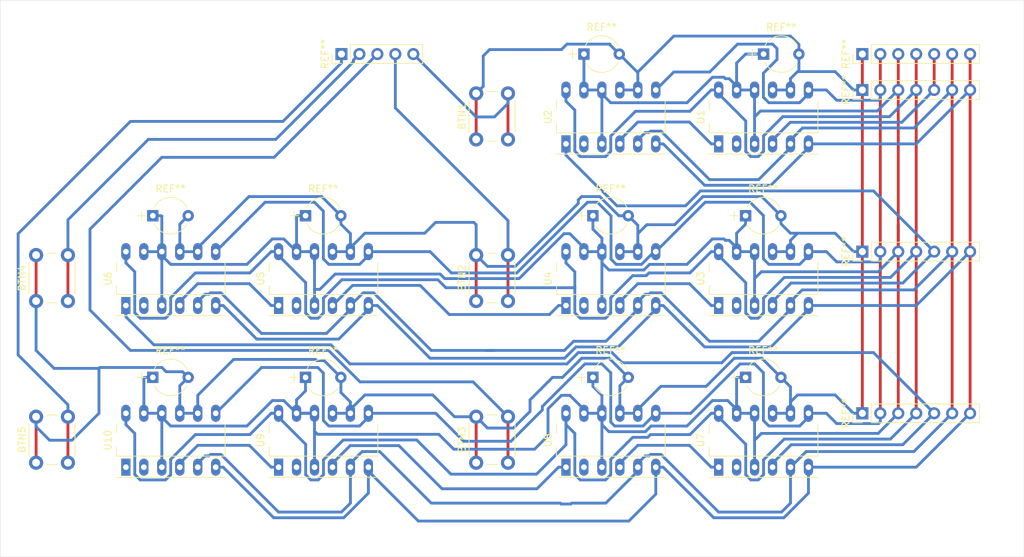
<source format=kicad_pcb>
(kicad_pcb (version 20171130) (host pcbnew "(5.1.4)-1")

  (general
    (thickness 1.6)
    (drawings 7)
    (tracks 751)
    (zones 0)
    (modules 30)
    (nets 22)
  )

  (page A4)
  (layers
    (0 F.Cu signal)
    (31 B.Cu signal)
    (32 B.Adhes user)
    (33 F.Adhes user)
    (34 B.Paste user)
    (35 F.Paste user)
    (36 B.SilkS user)
    (37 F.SilkS user)
    (38 B.Mask user)
    (39 F.Mask user)
    (40 Dwgs.User user)
    (41 Cmts.User user)
    (42 Eco1.User user)
    (43 Eco2.User user)
    (44 Edge.Cuts user)
    (45 Margin user)
    (46 B.CrtYd user)
    (47 F.CrtYd user)
    (48 B.Fab user)
    (49 F.Fab user)
  )

  (setup
    (last_trace_width 0.4)
    (trace_clearance 0.4)
    (zone_clearance 0.508)
    (zone_45_only no)
    (trace_min 0.4)
    (via_size 1.6)
    (via_drill 0.8)
    (via_min_size 0.4)
    (via_min_drill 0.3)
    (uvia_size 0.3)
    (uvia_drill 0.1)
    (uvias_allowed no)
    (uvia_min_size 0.2)
    (uvia_min_drill 0.1)
    (edge_width 0.05)
    (segment_width 0.2)
    (pcb_text_width 0.3)
    (pcb_text_size 1.5 1.5)
    (mod_edge_width 0.12)
    (mod_text_size 1 1)
    (mod_text_width 0.15)
    (pad_size 1.6 1.6)
    (pad_drill 0.8)
    (pad_to_mask_clearance 0.051)
    (solder_mask_min_width 0.25)
    (aux_axis_origin 0 0)
    (grid_origin 171.45 60.96)
    (visible_elements 7FFFFFFF)
    (pcbplotparams
      (layerselection 0x09000_fffffffe)
      (usegerberextensions false)
      (usegerberattributes false)
      (usegerberadvancedattributes false)
      (creategerberjobfile false)
      (excludeedgelayer true)
      (linewidth 0.100000)
      (plotframeref false)
      (viasonmask false)
      (mode 1)
      (useauxorigin false)
      (hpglpennumber 1)
      (hpglpenspeed 20)
      (hpglpendiameter 15.000000)
      (psnegative false)
      (psa4output false)
      (plotreference true)
      (plotvalue true)
      (plotinvisibletext false)
      (padsonsilk false)
      (subtractmaskfromsilk false)
      (outputformat 2)
      (mirror false)
      (drillshape 0)
      (scaleselection 1)
      (outputdirectory "gerber/"))
  )

  (net 0 "")
  (net 1 GND)
  (net 2 VCC)
  (net 3 RS)
  (net 4 CLK)
  (net 5 RESET)
  (net 6 CE)
  (net 7 DOUTU1_TO_DINU2)
  (net 8 DOUTU2_TO_DINU3)
  (net 9 DOUTU3_TO_DINU4)
  (net 10 DOUTU4_TO_DINU5)
  (net 11 DOUTU5_TO_DINU6)
  (net 12 DOUTU6_TO_DINU7)
  (net 13 DOUTU7_TO_DINU8)
  (net 14 DOUTU8_TO_DINU9)
  (net 15 DOUTU9_TO_DINU10)
  (net 16 DIN_U1)
  (net 17 BTN_1)
  (net 18 BTN_2)
  (net 19 BTN_3)
  (net 20 BTN_4)
  (net 21 BTN_5)

  (net_class Default "This is the default net class."
    (clearance 0.4)
    (trace_width 0.4)
    (via_dia 1.6)
    (via_drill 0.8)
    (uvia_dia 0.3)
    (uvia_drill 0.1)
    (diff_pair_width 0.5)
    (diff_pair_gap 0.25)
    (add_net BTN_1)
    (add_net BTN_2)
    (add_net BTN_3)
    (add_net BTN_4)
    (add_net BTN_5)
    (add_net CE)
    (add_net CLK)
    (add_net DIN_U1)
    (add_net DOUTU1_TO_DINU2)
    (add_net DOUTU2_TO_DINU3)
    (add_net DOUTU3_TO_DINU4)
    (add_net DOUTU4_TO_DINU5)
    (add_net DOUTU5_TO_DINU6)
    (add_net DOUTU6_TO_DINU7)
    (add_net DOUTU7_TO_DINU8)
    (add_net DOUTU8_TO_DINU9)
    (add_net DOUTU9_TO_DINU10)
    (add_net GND)
    (add_net RESET)
    (add_net RS)
    (add_net VCC)
  )

  (module Pin_Headers:Pin_Header_Straight_1x07_Pitch2.54mm (layer F.Cu) (tedit 5D8163F3) (tstamp 5D8218E2)
    (at 189.23 33.02 90)
    (descr "Through hole straight pin header, 1x07, 2.54mm pitch, single row")
    (tags "Through hole pin header THT 1x07 2.54mm single row")
    (fp_text reference REF** (at 0 -2.33 90) (layer F.SilkS)
      (effects (font (size 1 1) (thickness 0.15)))
    )
    (fp_text value BUS (at 0 17.57 90) (layer F.Fab)
      (effects (font (size 1 1) (thickness 0.15)))
    )
    (fp_line (start -0.635 -1.27) (end 1.27 -1.27) (layer F.Fab) (width 0.1))
    (fp_line (start 1.27 -1.27) (end 1.27 16.51) (layer F.Fab) (width 0.1))
    (fp_line (start 1.27 16.51) (end -1.27 16.51) (layer F.Fab) (width 0.1))
    (fp_line (start -1.27 16.51) (end -1.27 -0.635) (layer F.Fab) (width 0.1))
    (fp_line (start -1.27 -0.635) (end -0.635 -1.27) (layer F.Fab) (width 0.1))
    (fp_line (start -1.33 16.57) (end 1.33 16.57) (layer F.SilkS) (width 0.12))
    (fp_line (start -1.33 1.27) (end -1.33 16.57) (layer F.SilkS) (width 0.12))
    (fp_line (start 1.33 1.27) (end 1.33 16.57) (layer F.SilkS) (width 0.12))
    (fp_line (start -1.33 1.27) (end 1.33 1.27) (layer F.SilkS) (width 0.12))
    (fp_line (start -1.33 0) (end -1.33 -1.33) (layer F.SilkS) (width 0.12))
    (fp_line (start -1.33 -1.33) (end 0 -1.33) (layer F.SilkS) (width 0.12))
    (fp_line (start -1.8 -1.8) (end -1.8 17.05) (layer F.CrtYd) (width 0.05))
    (fp_line (start -1.8 17.05) (end 1.8 17.05) (layer F.CrtYd) (width 0.05))
    (fp_line (start 1.8 17.05) (end 1.8 -1.8) (layer F.CrtYd) (width 0.05))
    (fp_line (start 1.8 -1.8) (end -1.8 -1.8) (layer F.CrtYd) (width 0.05))
    (fp_text user %R (at 0 7.62) (layer F.Fab)
      (effects (font (size 1 1) (thickness 0.15)))
    )
    (pad 1 thru_hole rect (at 0 0 90) (size 1.7 1.7) (drill 1) (layers *.Cu *.Mask)
      (net 1 GND))
    (pad 2 thru_hole oval (at 0 2.54 90) (size 1.7 1.7) (drill 1) (layers *.Cu *.Mask)
      (net 6 CE))
    (pad 3 thru_hole oval (at 0 5.08 90) (size 1.7 1.7) (drill 1) (layers *.Cu *.Mask)
      (net 2 VCC))
    (pad 4 thru_hole oval (at 0 7.62 90) (size 1.7 1.7) (drill 1) (layers *.Cu *.Mask)
      (net 5 RESET))
    (pad 5 thru_hole oval (at 0 10.16 90) (size 1.7 1.7) (drill 1) (layers *.Cu *.Mask)
      (net 16 DIN_U1))
    (pad 6 thru_hole oval (at 0 12.7 90) (size 1.7 1.7) (drill 1) (layers *.Cu *.Mask)
      (net 3 RS))
    (pad 7 thru_hole oval (at 0 15.24 90) (size 1.7 1.7) (drill 1) (layers *.Cu *.Mask)
      (net 4 CLK))
    (model ${KISYS3DMOD}/Pin_Headers.3dshapes/Pin_Header_Straight_1x07_Pitch2.54mm.wrl
      (at (xyz 0 0 0))
      (scale (xyz 1 1 1))
      (rotate (xyz 0 0 0))
    )
  )

  (module Capacitors_THT:CP_Radial_Tantal_D5.0mm_P5.00mm (layer F.Cu) (tedit 5D8214D8) (tstamp 5D821894)
    (at 172.72 78.74)
    (descr "CP, Radial_Tantal series, Radial, pin pitch=5.00mm, , diameter=5.0mm, Tantal Electrolytic Capacitor, http://cdn-reichelt.de/documents/datenblatt/B300/TANTAL-TB-Serie%23.pdf")
    (tags "CP Radial_Tantal series Radial pin pitch 5.00mm  diameter 5.0mm Tantal Electrolytic Capacitor")
    (fp_text reference REF** (at 2.5 -3.81) (layer F.SilkS)
      (effects (font (size 1 1) (thickness 0.15)))
    )
    (fp_text value CAP (at 2.5 3.81) (layer F.Fab)
      (effects (font (size 1 1) (thickness 0.15)))
    )
    (fp_text user %R (at 2.5 0) (layer F.Fab)
      (effects (font (size 1 1) (thickness 0.15)))
    )
    (fp_line (start 6.05 -2.85) (end -1.05 -2.85) (layer F.CrtYd) (width 0.05))
    (fp_line (start 6.05 2.85) (end 6.05 -2.85) (layer F.CrtYd) (width 0.05))
    (fp_line (start -1.05 2.85) (end 6.05 2.85) (layer F.CrtYd) (width 0.05))
    (fp_line (start -1.05 -2.85) (end -1.05 2.85) (layer F.CrtYd) (width 0.05))
    (fp_line (start -1.6 -0.65) (end -1.6 0.65) (layer F.SilkS) (width 0.12))
    (fp_line (start -2.2 0) (end -1 0) (layer F.SilkS) (width 0.12))
    (fp_line (start -1.6 -0.65) (end -1.6 0.65) (layer F.Fab) (width 0.1))
    (fp_line (start -2.2 0) (end -1 0) (layer F.Fab) (width 0.1))
    (fp_circle (center 2.5 0) (end 5 0) (layer F.Fab) (width 0.1))
    (fp_arc (start 2.5 0) (end 0.19442 1.18) (angle -125.8) (layer F.SilkS) (width 0.12))
    (fp_arc (start 2.5 0) (end 0.19442 -1.18) (angle 125.8) (layer F.SilkS) (width 0.12))
    (pad 2 thru_hole circle (at 5 0) (size 1.6 1.6) (drill 0.8) (layers *.Cu *.Mask)
      (net 1 GND))
    (pad 1 thru_hole rect (at 0 0) (size 1.6 1.6) (drill 0.8) (layers *.Cu *.Mask)
      (net 2 VCC))
    (model ${KISYS3DMOD}/Capacitors_THT.3dshapes/CP_Radial_Tantal_D5.0mm_P5.00mm.wrl
      (at (xyz 0 0 0))
      (scale (xyz 1 1 1))
      (rotate (xyz 0 0 0))
    )
  )

  (module Capacitors_THT:CP_Radial_Tantal_D5.0mm_P5.00mm (layer F.Cu) (tedit 5D8214D8) (tstamp 5D821872)
    (at 151.13 78.74)
    (descr "CP, Radial_Tantal series, Radial, pin pitch=5.00mm, , diameter=5.0mm, Tantal Electrolytic Capacitor, http://cdn-reichelt.de/documents/datenblatt/B300/TANTAL-TB-Serie%23.pdf")
    (tags "CP Radial_Tantal series Radial pin pitch 5.00mm  diameter 5.0mm Tantal Electrolytic Capacitor")
    (fp_text reference REF** (at 2.5 -3.81) (layer F.SilkS)
      (effects (font (size 1 1) (thickness 0.15)))
    )
    (fp_text value CAP (at 2.5 3.81) (layer F.Fab)
      (effects (font (size 1 1) (thickness 0.15)))
    )
    (fp_arc (start 2.5 0) (end 0.19442 -1.18) (angle 125.8) (layer F.SilkS) (width 0.12))
    (fp_arc (start 2.5 0) (end 0.19442 1.18) (angle -125.8) (layer F.SilkS) (width 0.12))
    (fp_circle (center 2.5 0) (end 5 0) (layer F.Fab) (width 0.1))
    (fp_line (start -2.2 0) (end -1 0) (layer F.Fab) (width 0.1))
    (fp_line (start -1.6 -0.65) (end -1.6 0.65) (layer F.Fab) (width 0.1))
    (fp_line (start -2.2 0) (end -1 0) (layer F.SilkS) (width 0.12))
    (fp_line (start -1.6 -0.65) (end -1.6 0.65) (layer F.SilkS) (width 0.12))
    (fp_line (start -1.05 -2.85) (end -1.05 2.85) (layer F.CrtYd) (width 0.05))
    (fp_line (start -1.05 2.85) (end 6.05 2.85) (layer F.CrtYd) (width 0.05))
    (fp_line (start 6.05 2.85) (end 6.05 -2.85) (layer F.CrtYd) (width 0.05))
    (fp_line (start 6.05 -2.85) (end -1.05 -2.85) (layer F.CrtYd) (width 0.05))
    (fp_text user %R (at 2.5 0) (layer F.Fab)
      (effects (font (size 1 1) (thickness 0.15)))
    )
    (pad 1 thru_hole rect (at 0 0) (size 1.6 1.6) (drill 0.8) (layers *.Cu *.Mask)
      (net 2 VCC))
    (pad 2 thru_hole circle (at 5 0) (size 1.6 1.6) (drill 0.8) (layers *.Cu *.Mask)
      (net 1 GND))
    (model ${KISYS3DMOD}/Capacitors_THT.3dshapes/CP_Radial_Tantal_D5.0mm_P5.00mm.wrl
      (at (xyz 0 0 0))
      (scale (xyz 1 1 1))
      (rotate (xyz 0 0 0))
    )
  )

  (module Capacitors_THT:CP_Radial_Tantal_D5.0mm_P5.00mm (layer F.Cu) (tedit 5D8214D8) (tstamp 5D821850)
    (at 110.49 78.74)
    (descr "CP, Radial_Tantal series, Radial, pin pitch=5.00mm, , diameter=5.0mm, Tantal Electrolytic Capacitor, http://cdn-reichelt.de/documents/datenblatt/B300/TANTAL-TB-Serie%23.pdf")
    (tags "CP Radial_Tantal series Radial pin pitch 5.00mm  diameter 5.0mm Tantal Electrolytic Capacitor")
    (fp_text reference REF** (at 2.5 -3.81) (layer F.SilkS)
      (effects (font (size 1 1) (thickness 0.15)))
    )
    (fp_text value CAP (at 2.5 3.81) (layer F.Fab)
      (effects (font (size 1 1) (thickness 0.15)))
    )
    (fp_text user %R (at 2.5 0) (layer F.Fab)
      (effects (font (size 1 1) (thickness 0.15)))
    )
    (fp_line (start 6.05 -2.85) (end -1.05 -2.85) (layer F.CrtYd) (width 0.05))
    (fp_line (start 6.05 2.85) (end 6.05 -2.85) (layer F.CrtYd) (width 0.05))
    (fp_line (start -1.05 2.85) (end 6.05 2.85) (layer F.CrtYd) (width 0.05))
    (fp_line (start -1.05 -2.85) (end -1.05 2.85) (layer F.CrtYd) (width 0.05))
    (fp_line (start -1.6 -0.65) (end -1.6 0.65) (layer F.SilkS) (width 0.12))
    (fp_line (start -2.2 0) (end -1 0) (layer F.SilkS) (width 0.12))
    (fp_line (start -1.6 -0.65) (end -1.6 0.65) (layer F.Fab) (width 0.1))
    (fp_line (start -2.2 0) (end -1 0) (layer F.Fab) (width 0.1))
    (fp_circle (center 2.5 0) (end 5 0) (layer F.Fab) (width 0.1))
    (fp_arc (start 2.5 0) (end 0.19442 1.18) (angle -125.8) (layer F.SilkS) (width 0.12))
    (fp_arc (start 2.5 0) (end 0.19442 -1.18) (angle 125.8) (layer F.SilkS) (width 0.12))
    (pad 2 thru_hole circle (at 5 0) (size 1.6 1.6) (drill 0.8) (layers *.Cu *.Mask)
      (net 1 GND))
    (pad 1 thru_hole rect (at 0 0) (size 1.6 1.6) (drill 0.8) (layers *.Cu *.Mask)
      (net 2 VCC))
    (model ${KISYS3DMOD}/Capacitors_THT.3dshapes/CP_Radial_Tantal_D5.0mm_P5.00mm.wrl
      (at (xyz 0 0 0))
      (scale (xyz 1 1 1))
      (rotate (xyz 0 0 0))
    )
  )

  (module Capacitors_THT:CP_Radial_Tantal_D5.0mm_P5.00mm (layer F.Cu) (tedit 5D8214D8) (tstamp 5D82182E)
    (at 88.9 78.74)
    (descr "CP, Radial_Tantal series, Radial, pin pitch=5.00mm, , diameter=5.0mm, Tantal Electrolytic Capacitor, http://cdn-reichelt.de/documents/datenblatt/B300/TANTAL-TB-Serie%23.pdf")
    (tags "CP Radial_Tantal series Radial pin pitch 5.00mm  diameter 5.0mm Tantal Electrolytic Capacitor")
    (fp_text reference REF** (at 2.5 -3.81) (layer F.SilkS)
      (effects (font (size 1 1) (thickness 0.15)))
    )
    (fp_text value CAP (at 2.5 3.81) (layer F.Fab)
      (effects (font (size 1 1) (thickness 0.15)))
    )
    (fp_arc (start 2.5 0) (end 0.19442 -1.18) (angle 125.8) (layer F.SilkS) (width 0.12))
    (fp_arc (start 2.5 0) (end 0.19442 1.18) (angle -125.8) (layer F.SilkS) (width 0.12))
    (fp_circle (center 2.5 0) (end 5 0) (layer F.Fab) (width 0.1))
    (fp_line (start -2.2 0) (end -1 0) (layer F.Fab) (width 0.1))
    (fp_line (start -1.6 -0.65) (end -1.6 0.65) (layer F.Fab) (width 0.1))
    (fp_line (start -2.2 0) (end -1 0) (layer F.SilkS) (width 0.12))
    (fp_line (start -1.6 -0.65) (end -1.6 0.65) (layer F.SilkS) (width 0.12))
    (fp_line (start -1.05 -2.85) (end -1.05 2.85) (layer F.CrtYd) (width 0.05))
    (fp_line (start -1.05 2.85) (end 6.05 2.85) (layer F.CrtYd) (width 0.05))
    (fp_line (start 6.05 2.85) (end 6.05 -2.85) (layer F.CrtYd) (width 0.05))
    (fp_line (start 6.05 -2.85) (end -1.05 -2.85) (layer F.CrtYd) (width 0.05))
    (fp_text user %R (at 2.5 0) (layer F.Fab)
      (effects (font (size 1 1) (thickness 0.15)))
    )
    (pad 1 thru_hole rect (at 0 0) (size 1.6 1.6) (drill 0.8) (layers *.Cu *.Mask)
      (net 2 VCC))
    (pad 2 thru_hole circle (at 5 0) (size 1.6 1.6) (drill 0.8) (layers *.Cu *.Mask)
      (net 1 GND))
    (model ${KISYS3DMOD}/Capacitors_THT.3dshapes/CP_Radial_Tantal_D5.0mm_P5.00mm.wrl
      (at (xyz 0 0 0))
      (scale (xyz 1 1 1))
      (rotate (xyz 0 0 0))
    )
  )

  (module Capacitors_THT:CP_Radial_Tantal_D5.0mm_P5.00mm (layer F.Cu) (tedit 5D8214D8) (tstamp 5D8217C5)
    (at 149.86 33.02)
    (descr "CP, Radial_Tantal series, Radial, pin pitch=5.00mm, , diameter=5.0mm, Tantal Electrolytic Capacitor, http://cdn-reichelt.de/documents/datenblatt/B300/TANTAL-TB-Serie%23.pdf")
    (tags "CP Radial_Tantal series Radial pin pitch 5.00mm  diameter 5.0mm Tantal Electrolytic Capacitor")
    (fp_text reference REF** (at 2.5 -3.81) (layer F.SilkS)
      (effects (font (size 1 1) (thickness 0.15)))
    )
    (fp_text value CAP (at 2.5 3.81) (layer F.Fab)
      (effects (font (size 1 1) (thickness 0.15)))
    )
    (fp_text user %R (at 2.5 0) (layer F.Fab)
      (effects (font (size 1 1) (thickness 0.15)))
    )
    (fp_line (start 6.05 -2.85) (end -1.05 -2.85) (layer F.CrtYd) (width 0.05))
    (fp_line (start 6.05 2.85) (end 6.05 -2.85) (layer F.CrtYd) (width 0.05))
    (fp_line (start -1.05 2.85) (end 6.05 2.85) (layer F.CrtYd) (width 0.05))
    (fp_line (start -1.05 -2.85) (end -1.05 2.85) (layer F.CrtYd) (width 0.05))
    (fp_line (start -1.6 -0.65) (end -1.6 0.65) (layer F.SilkS) (width 0.12))
    (fp_line (start -2.2 0) (end -1 0) (layer F.SilkS) (width 0.12))
    (fp_line (start -1.6 -0.65) (end -1.6 0.65) (layer F.Fab) (width 0.1))
    (fp_line (start -2.2 0) (end -1 0) (layer F.Fab) (width 0.1))
    (fp_circle (center 2.5 0) (end 5 0) (layer F.Fab) (width 0.1))
    (fp_arc (start 2.5 0) (end 0.19442 1.18) (angle -125.8) (layer F.SilkS) (width 0.12))
    (fp_arc (start 2.5 0) (end 0.19442 -1.18) (angle 125.8) (layer F.SilkS) (width 0.12))
    (pad 2 thru_hole circle (at 5 0) (size 1.6 1.6) (drill 0.8) (layers *.Cu *.Mask)
      (net 1 GND))
    (pad 1 thru_hole rect (at 0 0) (size 1.6 1.6) (drill 0.8) (layers *.Cu *.Mask)
      (net 2 VCC))
    (model ${KISYS3DMOD}/Capacitors_THT.3dshapes/CP_Radial_Tantal_D5.0mm_P5.00mm.wrl
      (at (xyz 0 0 0))
      (scale (xyz 1 1 1))
      (rotate (xyz 0 0 0))
    )
  )

  (module Capacitors_THT:CP_Radial_Tantal_D5.0mm_P5.00mm (layer F.Cu) (tedit 5D8214D8) (tstamp 5D822877)
    (at 175.26 33.02)
    (descr "CP, Radial_Tantal series, Radial, pin pitch=5.00mm, , diameter=5.0mm, Tantal Electrolytic Capacitor, http://cdn-reichelt.de/documents/datenblatt/B300/TANTAL-TB-Serie%23.pdf")
    (tags "CP Radial_Tantal series Radial pin pitch 5.00mm  diameter 5.0mm Tantal Electrolytic Capacitor")
    (fp_text reference REF** (at 2.5 -3.81) (layer F.SilkS)
      (effects (font (size 1 1) (thickness 0.15)))
    )
    (fp_text value CAP (at 2.5 3.81) (layer F.Fab)
      (effects (font (size 1 1) (thickness 0.15)))
    )
    (fp_arc (start 2.5 0) (end 0.19442 -1.18) (angle 125.8) (layer F.SilkS) (width 0.12))
    (fp_arc (start 2.5 0) (end 0.19442 1.18) (angle -125.8) (layer F.SilkS) (width 0.12))
    (fp_circle (center 2.5 0) (end 5 0) (layer F.Fab) (width 0.1))
    (fp_line (start -2.2 0) (end -1 0) (layer F.Fab) (width 0.1))
    (fp_line (start -1.6 -0.65) (end -1.6 0.65) (layer F.Fab) (width 0.1))
    (fp_line (start -2.2 0) (end -1 0) (layer F.SilkS) (width 0.12))
    (fp_line (start -1.6 -0.65) (end -1.6 0.65) (layer F.SilkS) (width 0.12))
    (fp_line (start -1.05 -2.85) (end -1.05 2.85) (layer F.CrtYd) (width 0.05))
    (fp_line (start -1.05 2.85) (end 6.05 2.85) (layer F.CrtYd) (width 0.05))
    (fp_line (start 6.05 2.85) (end 6.05 -2.85) (layer F.CrtYd) (width 0.05))
    (fp_line (start 6.05 -2.85) (end -1.05 -2.85) (layer F.CrtYd) (width 0.05))
    (fp_text user %R (at 2.5 0) (layer F.Fab)
      (effects (font (size 1 1) (thickness 0.15)))
    )
    (pad 1 thru_hole rect (at 0 0) (size 1.6 1.6) (drill 0.8) (layers *.Cu *.Mask)
      (net 2 VCC))
    (pad 2 thru_hole circle (at 5 0) (size 1.6 1.6) (drill 0.8) (layers *.Cu *.Mask)
      (net 1 GND))
    (model ${KISYS3DMOD}/Capacitors_THT.3dshapes/CP_Radial_Tantal_D5.0mm_P5.00mm.wrl
      (at (xyz 0 0 0))
      (scale (xyz 1 1 1))
      (rotate (xyz 0 0 0))
    )
  )

  (module Capacitors_THT:CP_Radial_Tantal_D5.0mm_P5.00mm (layer F.Cu) (tedit 5D8214D8) (tstamp 5D821781)
    (at 172.72 55.88)
    (descr "CP, Radial_Tantal series, Radial, pin pitch=5.00mm, , diameter=5.0mm, Tantal Electrolytic Capacitor, http://cdn-reichelt.de/documents/datenblatt/B300/TANTAL-TB-Serie%23.pdf")
    (tags "CP Radial_Tantal series Radial pin pitch 5.00mm  diameter 5.0mm Tantal Electrolytic Capacitor")
    (fp_text reference REF** (at 2.5 -3.81) (layer F.SilkS)
      (effects (font (size 1 1) (thickness 0.15)))
    )
    (fp_text value CAP (at 2.5 3.81) (layer F.Fab)
      (effects (font (size 1 1) (thickness 0.15)))
    )
    (fp_text user %R (at 2.5 0) (layer F.Fab)
      (effects (font (size 1 1) (thickness 0.15)))
    )
    (fp_line (start 6.05 -2.85) (end -1.05 -2.85) (layer F.CrtYd) (width 0.05))
    (fp_line (start 6.05 2.85) (end 6.05 -2.85) (layer F.CrtYd) (width 0.05))
    (fp_line (start -1.05 2.85) (end 6.05 2.85) (layer F.CrtYd) (width 0.05))
    (fp_line (start -1.05 -2.85) (end -1.05 2.85) (layer F.CrtYd) (width 0.05))
    (fp_line (start -1.6 -0.65) (end -1.6 0.65) (layer F.SilkS) (width 0.12))
    (fp_line (start -2.2 0) (end -1 0) (layer F.SilkS) (width 0.12))
    (fp_line (start -1.6 -0.65) (end -1.6 0.65) (layer F.Fab) (width 0.1))
    (fp_line (start -2.2 0) (end -1 0) (layer F.Fab) (width 0.1))
    (fp_circle (center 2.5 0) (end 5 0) (layer F.Fab) (width 0.1))
    (fp_arc (start 2.5 0) (end 0.19442 1.18) (angle -125.8) (layer F.SilkS) (width 0.12))
    (fp_arc (start 2.5 0) (end 0.19442 -1.18) (angle 125.8) (layer F.SilkS) (width 0.12))
    (pad 2 thru_hole circle (at 5 0) (size 1.6 1.6) (drill 0.8) (layers *.Cu *.Mask)
      (net 1 GND))
    (pad 1 thru_hole rect (at 0 0) (size 1.6 1.6) (drill 0.8) (layers *.Cu *.Mask)
      (net 2 VCC))
    (model ${KISYS3DMOD}/Capacitors_THT.3dshapes/CP_Radial_Tantal_D5.0mm_P5.00mm.wrl
      (at (xyz 0 0 0))
      (scale (xyz 1 1 1))
      (rotate (xyz 0 0 0))
    )
  )

  (module Capacitors_THT:CP_Radial_Tantal_D5.0mm_P5.00mm (layer F.Cu) (tedit 5D8214D8) (tstamp 5D82175F)
    (at 151.13 55.88)
    (descr "CP, Radial_Tantal series, Radial, pin pitch=5.00mm, , diameter=5.0mm, Tantal Electrolytic Capacitor, http://cdn-reichelt.de/documents/datenblatt/B300/TANTAL-TB-Serie%23.pdf")
    (tags "CP Radial_Tantal series Radial pin pitch 5.00mm  diameter 5.0mm Tantal Electrolytic Capacitor")
    (fp_text reference REF** (at 2.5 -3.81) (layer F.SilkS)
      (effects (font (size 1 1) (thickness 0.15)))
    )
    (fp_text value CAP (at 2.5 3.81) (layer F.Fab)
      (effects (font (size 1 1) (thickness 0.15)))
    )
    (fp_arc (start 2.5 0) (end 0.19442 -1.18) (angle 125.8) (layer F.SilkS) (width 0.12))
    (fp_arc (start 2.5 0) (end 0.19442 1.18) (angle -125.8) (layer F.SilkS) (width 0.12))
    (fp_circle (center 2.5 0) (end 5 0) (layer F.Fab) (width 0.1))
    (fp_line (start -2.2 0) (end -1 0) (layer F.Fab) (width 0.1))
    (fp_line (start -1.6 -0.65) (end -1.6 0.65) (layer F.Fab) (width 0.1))
    (fp_line (start -2.2 0) (end -1 0) (layer F.SilkS) (width 0.12))
    (fp_line (start -1.6 -0.65) (end -1.6 0.65) (layer F.SilkS) (width 0.12))
    (fp_line (start -1.05 -2.85) (end -1.05 2.85) (layer F.CrtYd) (width 0.05))
    (fp_line (start -1.05 2.85) (end 6.05 2.85) (layer F.CrtYd) (width 0.05))
    (fp_line (start 6.05 2.85) (end 6.05 -2.85) (layer F.CrtYd) (width 0.05))
    (fp_line (start 6.05 -2.85) (end -1.05 -2.85) (layer F.CrtYd) (width 0.05))
    (fp_text user %R (at 2.5 0) (layer F.Fab)
      (effects (font (size 1 1) (thickness 0.15)))
    )
    (pad 1 thru_hole rect (at 0 0) (size 1.6 1.6) (drill 0.8) (layers *.Cu *.Mask)
      (net 2 VCC))
    (pad 2 thru_hole circle (at 5 0) (size 1.6 1.6) (drill 0.8) (layers *.Cu *.Mask)
      (net 1 GND))
    (model ${KISYS3DMOD}/Capacitors_THT.3dshapes/CP_Radial_Tantal_D5.0mm_P5.00mm.wrl
      (at (xyz 0 0 0))
      (scale (xyz 1 1 1))
      (rotate (xyz 0 0 0))
    )
  )

  (module Capacitors_THT:CP_Radial_Tantal_D5.0mm_P5.00mm (layer F.Cu) (tedit 5D8214D8) (tstamp 5D82173D)
    (at 110.49 55.88)
    (descr "CP, Radial_Tantal series, Radial, pin pitch=5.00mm, , diameter=5.0mm, Tantal Electrolytic Capacitor, http://cdn-reichelt.de/documents/datenblatt/B300/TANTAL-TB-Serie%23.pdf")
    (tags "CP Radial_Tantal series Radial pin pitch 5.00mm  diameter 5.0mm Tantal Electrolytic Capacitor")
    (fp_text reference REF** (at 2.5 -3.81) (layer F.SilkS)
      (effects (font (size 1 1) (thickness 0.15)))
    )
    (fp_text value CAP (at 2.5 3.81) (layer F.Fab)
      (effects (font (size 1 1) (thickness 0.15)))
    )
    (fp_text user %R (at 2.5 0) (layer F.Fab)
      (effects (font (size 1 1) (thickness 0.15)))
    )
    (fp_line (start 6.05 -2.85) (end -1.05 -2.85) (layer F.CrtYd) (width 0.05))
    (fp_line (start 6.05 2.85) (end 6.05 -2.85) (layer F.CrtYd) (width 0.05))
    (fp_line (start -1.05 2.85) (end 6.05 2.85) (layer F.CrtYd) (width 0.05))
    (fp_line (start -1.05 -2.85) (end -1.05 2.85) (layer F.CrtYd) (width 0.05))
    (fp_line (start -1.6 -0.65) (end -1.6 0.65) (layer F.SilkS) (width 0.12))
    (fp_line (start -2.2 0) (end -1 0) (layer F.SilkS) (width 0.12))
    (fp_line (start -1.6 -0.65) (end -1.6 0.65) (layer F.Fab) (width 0.1))
    (fp_line (start -2.2 0) (end -1 0) (layer F.Fab) (width 0.1))
    (fp_circle (center 2.5 0) (end 5 0) (layer F.Fab) (width 0.1))
    (fp_arc (start 2.5 0) (end 0.19442 1.18) (angle -125.8) (layer F.SilkS) (width 0.12))
    (fp_arc (start 2.5 0) (end 0.19442 -1.18) (angle 125.8) (layer F.SilkS) (width 0.12))
    (pad 2 thru_hole circle (at 5 0) (size 1.6 1.6) (drill 0.8) (layers *.Cu *.Mask)
      (net 1 GND))
    (pad 1 thru_hole rect (at 0 0) (size 1.6 1.6) (drill 0.8) (layers *.Cu *.Mask)
      (net 2 VCC))
    (model ${KISYS3DMOD}/Capacitors_THT.3dshapes/CP_Radial_Tantal_D5.0mm_P5.00mm.wrl
      (at (xyz 0 0 0))
      (scale (xyz 1 1 1))
      (rotate (xyz 0 0 0))
    )
  )

  (module Capacitors_THT:CP_Radial_Tantal_D5.0mm_P5.00mm (layer F.Cu) (tedit 5D8214D8) (tstamp 5D8214CD)
    (at 88.9 55.88)
    (descr "CP, Radial_Tantal series, Radial, pin pitch=5.00mm, , diameter=5.0mm, Tantal Electrolytic Capacitor, http://cdn-reichelt.de/documents/datenblatt/B300/TANTAL-TB-Serie%23.pdf")
    (tags "CP Radial_Tantal series Radial pin pitch 5.00mm  diameter 5.0mm Tantal Electrolytic Capacitor")
    (fp_text reference REF** (at 2.5 -3.81) (layer F.SilkS)
      (effects (font (size 1 1) (thickness 0.15)))
    )
    (fp_text value CAP (at 2.5 3.81) (layer F.Fab)
      (effects (font (size 1 1) (thickness 0.15)))
    )
    (fp_arc (start 2.5 0) (end 0.19442 -1.18) (angle 125.8) (layer F.SilkS) (width 0.12))
    (fp_arc (start 2.5 0) (end 0.19442 1.18) (angle -125.8) (layer F.SilkS) (width 0.12))
    (fp_circle (center 2.5 0) (end 5 0) (layer F.Fab) (width 0.1))
    (fp_line (start -2.2 0) (end -1 0) (layer F.Fab) (width 0.1))
    (fp_line (start -1.6 -0.65) (end -1.6 0.65) (layer F.Fab) (width 0.1))
    (fp_line (start -2.2 0) (end -1 0) (layer F.SilkS) (width 0.12))
    (fp_line (start -1.6 -0.65) (end -1.6 0.65) (layer F.SilkS) (width 0.12))
    (fp_line (start -1.05 -2.85) (end -1.05 2.85) (layer F.CrtYd) (width 0.05))
    (fp_line (start -1.05 2.85) (end 6.05 2.85) (layer F.CrtYd) (width 0.05))
    (fp_line (start 6.05 2.85) (end 6.05 -2.85) (layer F.CrtYd) (width 0.05))
    (fp_line (start 6.05 -2.85) (end -1.05 -2.85) (layer F.CrtYd) (width 0.05))
    (fp_text user %R (at 2.5 0) (layer F.Fab)
      (effects (font (size 1 1) (thickness 0.15)))
    )
    (pad 1 thru_hole rect (at 0 0) (size 1.6 1.6) (drill 0.8) (layers *.Cu *.Mask)
      (net 2 VCC))
    (pad 2 thru_hole circle (at 5 0) (size 1.6 1.6) (drill 0.8) (layers *.Cu *.Mask)
      (net 1 GND))
    (model ${KISYS3DMOD}/Capacitors_THT.3dshapes/CP_Radial_Tantal_D5.0mm_P5.00mm.wrl
      (at (xyz 0 0 0))
      (scale (xyz 1 1 1))
      (rotate (xyz 0 0 0))
    )
  )

  (module Pin_Headers:Pin_Header_Straight_1x05_Pitch2.54mm (layer F.Cu) (tedit 5D816BE9) (tstamp 5D822CFD)
    (at 115.57 33.02 90)
    (descr "Through hole straight pin header, 1x05, 2.54mm pitch, single row")
    (tags "Through hole pin header THT 1x05 2.54mm single row")
    (fp_text reference REF** (at 0 -2.33 90) (layer F.SilkS)
      (effects (font (size 1 1) (thickness 0.15)))
    )
    (fp_text value BUTTONS (at 0 12.49 90) (layer F.Fab)
      (effects (font (size 1 1) (thickness 0.15)))
    )
    (fp_line (start -0.635 -1.27) (end 1.27 -1.27) (layer F.Fab) (width 0.1))
    (fp_line (start 1.27 -1.27) (end 1.27 11.43) (layer F.Fab) (width 0.1))
    (fp_line (start 1.27 11.43) (end -1.27 11.43) (layer F.Fab) (width 0.1))
    (fp_line (start -1.27 11.43) (end -1.27 -0.635) (layer F.Fab) (width 0.1))
    (fp_line (start -1.27 -0.635) (end -0.635 -1.27) (layer F.Fab) (width 0.1))
    (fp_line (start -1.33 11.49) (end 1.33 11.49) (layer F.SilkS) (width 0.12))
    (fp_line (start -1.33 1.27) (end -1.33 11.49) (layer F.SilkS) (width 0.12))
    (fp_line (start 1.33 1.27) (end 1.33 11.49) (layer F.SilkS) (width 0.12))
    (fp_line (start -1.33 1.27) (end 1.33 1.27) (layer F.SilkS) (width 0.12))
    (fp_line (start -1.33 0) (end -1.33 -1.33) (layer F.SilkS) (width 0.12))
    (fp_line (start -1.33 -1.33) (end 0 -1.33) (layer F.SilkS) (width 0.12))
    (fp_line (start -1.8 -1.8) (end -1.8 11.95) (layer F.CrtYd) (width 0.05))
    (fp_line (start -1.8 11.95) (end 1.8 11.95) (layer F.CrtYd) (width 0.05))
    (fp_line (start 1.8 11.95) (end 1.8 -1.8) (layer F.CrtYd) (width 0.05))
    (fp_line (start 1.8 -1.8) (end -1.8 -1.8) (layer F.CrtYd) (width 0.05))
    (fp_text user %R (at 0 5.08) (layer F.Fab)
      (effects (font (size 1 1) (thickness 0.15)))
    )
    (pad 1 thru_hole rect (at 0 0 90) (size 1.7 1.7) (drill 1) (layers *.Cu *.Mask)
      (net 21 BTN_5))
    (pad 2 thru_hole oval (at 0 2.54 90) (size 1.7 1.7) (drill 1) (layers *.Cu *.Mask)
      (net 20 BTN_4))
    (pad 3 thru_hole oval (at 0 5.08 90) (size 1.7 1.7) (drill 1) (layers *.Cu *.Mask)
      (net 19 BTN_3))
    (pad 4 thru_hole oval (at 0 7.62 90) (size 1.7 1.7) (drill 1) (layers *.Cu *.Mask)
      (net 18 BTN_2))
    (pad 5 thru_hole oval (at 0 10.16 90) (size 1.7 1.7) (drill 1) (layers *.Cu *.Mask)
      (net 17 BTN_1))
    (model ${KISYS3DMOD}/Pin_Headers.3dshapes/Pin_Header_Straight_1x05_Pitch2.54mm.wrl
      (at (xyz 0 0 0))
      (scale (xyz 1 1 1))
      (rotate (xyz 0 0 0))
    )
  )

  (module Pin_Headers:Pin_Header_Straight_1x07_Pitch2.54mm (layer F.Cu) (tedit 5D8163F3) (tstamp 5D8163D0)
    (at 189.23 38.1 90)
    (descr "Through hole straight pin header, 1x07, 2.54mm pitch, single row")
    (tags "Through hole pin header THT 1x07 2.54mm single row")
    (fp_text reference REF** (at 0 -2.33 90) (layer F.SilkS)
      (effects (font (size 1 1) (thickness 0.15)))
    )
    (fp_text value BUS (at 0 17.57 90) (layer F.Fab)
      (effects (font (size 1 1) (thickness 0.15)))
    )
    (fp_text user %R (at 0 7.62) (layer F.Fab)
      (effects (font (size 1 1) (thickness 0.15)))
    )
    (fp_line (start 1.8 -1.8) (end -1.8 -1.8) (layer F.CrtYd) (width 0.05))
    (fp_line (start 1.8 17.05) (end 1.8 -1.8) (layer F.CrtYd) (width 0.05))
    (fp_line (start -1.8 17.05) (end 1.8 17.05) (layer F.CrtYd) (width 0.05))
    (fp_line (start -1.8 -1.8) (end -1.8 17.05) (layer F.CrtYd) (width 0.05))
    (fp_line (start -1.33 -1.33) (end 0 -1.33) (layer F.SilkS) (width 0.12))
    (fp_line (start -1.33 0) (end -1.33 -1.33) (layer F.SilkS) (width 0.12))
    (fp_line (start -1.33 1.27) (end 1.33 1.27) (layer F.SilkS) (width 0.12))
    (fp_line (start 1.33 1.27) (end 1.33 16.57) (layer F.SilkS) (width 0.12))
    (fp_line (start -1.33 1.27) (end -1.33 16.57) (layer F.SilkS) (width 0.12))
    (fp_line (start -1.33 16.57) (end 1.33 16.57) (layer F.SilkS) (width 0.12))
    (fp_line (start -1.27 -0.635) (end -0.635 -1.27) (layer F.Fab) (width 0.1))
    (fp_line (start -1.27 16.51) (end -1.27 -0.635) (layer F.Fab) (width 0.1))
    (fp_line (start 1.27 16.51) (end -1.27 16.51) (layer F.Fab) (width 0.1))
    (fp_line (start 1.27 -1.27) (end 1.27 16.51) (layer F.Fab) (width 0.1))
    (fp_line (start -0.635 -1.27) (end 1.27 -1.27) (layer F.Fab) (width 0.1))
    (pad 7 thru_hole oval (at 0 15.24 90) (size 1.7 1.7) (drill 1) (layers *.Cu *.Mask)
      (net 4 CLK))
    (pad 6 thru_hole oval (at 0 12.7 90) (size 1.7 1.7) (drill 1) (layers *.Cu *.Mask)
      (net 3 RS))
    (pad 5 thru_hole oval (at 0 10.16 90) (size 1.7 1.7) (drill 1) (layers *.Cu *.Mask)
      (net 16 DIN_U1))
    (pad 4 thru_hole oval (at 0 7.62 90) (size 1.7 1.7) (drill 1) (layers *.Cu *.Mask)
      (net 5 RESET))
    (pad 3 thru_hole oval (at 0 5.08 90) (size 1.7 1.7) (drill 1) (layers *.Cu *.Mask)
      (net 2 VCC))
    (pad 2 thru_hole oval (at 0 2.54 90) (size 1.7 1.7) (drill 1) (layers *.Cu *.Mask)
      (net 6 CE))
    (pad 1 thru_hole rect (at 0 0 90) (size 1.7 1.7) (drill 1) (layers *.Cu *.Mask)
      (net 1 GND))
    (model ${KISYS3DMOD}/Pin_Headers.3dshapes/Pin_Header_Straight_1x07_Pitch2.54mm.wrl
      (at (xyz 0 0 0))
      (scale (xyz 1 1 1))
      (rotate (xyz 0 0 0))
    )
  )

  (module Pin_Headers:Pin_Header_Straight_1x07_Pitch2.54mm (layer F.Cu) (tedit 5D816E43) (tstamp 5D81639C)
    (at 189.23 83.82 90)
    (descr "Through hole straight pin header, 1x07, 2.54mm pitch, single row")
    (tags "Through hole pin header THT 1x07 2.54mm single row")
    (fp_text reference REF** (at 0 -2.33 90) (layer F.SilkS)
      (effects (font (size 1 1) (thickness 0.15)))
    )
    (fp_text value BUS (at 0 17.57 90) (layer F.Fab)
      (effects (font (size 1 1) (thickness 0.15)))
    )
    (fp_line (start -0.635 -1.27) (end 1.27 -1.27) (layer F.Fab) (width 0.1))
    (fp_line (start 1.27 -1.27) (end 1.27 16.51) (layer F.Fab) (width 0.1))
    (fp_line (start 1.27 16.51) (end -1.27 16.51) (layer F.Fab) (width 0.1))
    (fp_line (start -1.27 16.51) (end -1.27 -0.635) (layer F.Fab) (width 0.1))
    (fp_line (start -1.27 -0.635) (end -0.635 -1.27) (layer F.Fab) (width 0.1))
    (fp_line (start -1.33 16.57) (end 1.33 16.57) (layer F.SilkS) (width 0.12))
    (fp_line (start -1.33 1.27) (end -1.33 16.57) (layer F.SilkS) (width 0.12))
    (fp_line (start 1.33 1.27) (end 1.33 16.57) (layer F.SilkS) (width 0.12))
    (fp_line (start -1.33 1.27) (end 1.33 1.27) (layer F.SilkS) (width 0.12))
    (fp_line (start -1.33 0) (end -1.33 -1.33) (layer F.SilkS) (width 0.12))
    (fp_line (start -1.33 -1.33) (end 0 -1.33) (layer F.SilkS) (width 0.12))
    (fp_line (start -1.8 -1.8) (end -1.8 17.05) (layer F.CrtYd) (width 0.05))
    (fp_line (start -1.8 17.05) (end 1.8 17.05) (layer F.CrtYd) (width 0.05))
    (fp_line (start 1.8 17.05) (end 1.8 -1.8) (layer F.CrtYd) (width 0.05))
    (fp_line (start 1.8 -1.8) (end -1.8 -1.8) (layer F.CrtYd) (width 0.05))
    (fp_text user %R (at 0 7.62) (layer F.Fab)
      (effects (font (size 1 1) (thickness 0.15)))
    )
    (pad 1 thru_hole rect (at 0 0 90) (size 1.7 1.7) (drill 1) (layers *.Cu *.Mask)
      (net 1 GND))
    (pad 2 thru_hole oval (at 0 2.54 90) (size 1.7 1.7) (drill 1) (layers *.Cu *.Mask)
      (net 6 CE))
    (pad 3 thru_hole oval (at 0 5.08 90) (size 1.7 1.7) (drill 1) (layers *.Cu *.Mask)
      (net 2 VCC))
    (pad 4 thru_hole oval (at 0 7.62 90) (size 1.7 1.7) (drill 1) (layers *.Cu *.Mask)
      (net 5 RESET))
    (pad 5 thru_hole oval (at 0 10.16 90) (size 1.7 1.7) (drill 1) (layers *.Cu *.Mask)
      (net 12 DOUTU6_TO_DINU7))
    (pad 6 thru_hole oval (at 0 12.7 90) (size 1.7 1.7) (drill 1) (layers *.Cu *.Mask)
      (net 3 RS))
    (pad 7 thru_hole oval (at 0 15.24 90) (size 1.7 1.7) (drill 1) (layers *.Cu *.Mask)
      (net 4 CLK))
    (model ${KISYS3DMOD}/Pin_Headers.3dshapes/Pin_Header_Straight_1x07_Pitch2.54mm.wrl
      (at (xyz 0 0 0))
      (scale (xyz 1 1 1))
      (rotate (xyz 0 0 0))
    )
  )

  (module Pin_Headers:Pin_Header_Straight_1x07_Pitch2.54mm (layer F.Cu) (tedit 5D816DD7) (tstamp 5D816368)
    (at 189.23 60.96 90)
    (descr "Through hole straight pin header, 1x07, 2.54mm pitch, single row")
    (tags "Through hole pin header THT 1x07 2.54mm single row")
    (fp_text reference REF** (at 0 -2.33 90) (layer F.SilkS)
      (effects (font (size 1 1) (thickness 0.15)))
    )
    (fp_text value BUS (at 0 17.57 90) (layer F.Fab)
      (effects (font (size 1 1) (thickness 0.15)))
    )
    (fp_text user %R (at 0 7.62) (layer F.Fab)
      (effects (font (size 1 1) (thickness 0.15)))
    )
    (fp_line (start 1.8 -1.8) (end -1.8 -1.8) (layer F.CrtYd) (width 0.05))
    (fp_line (start 1.8 17.05) (end 1.8 -1.8) (layer F.CrtYd) (width 0.05))
    (fp_line (start -1.8 17.05) (end 1.8 17.05) (layer F.CrtYd) (width 0.05))
    (fp_line (start -1.8 -1.8) (end -1.8 17.05) (layer F.CrtYd) (width 0.05))
    (fp_line (start -1.33 -1.33) (end 0 -1.33) (layer F.SilkS) (width 0.12))
    (fp_line (start -1.33 0) (end -1.33 -1.33) (layer F.SilkS) (width 0.12))
    (fp_line (start -1.33 1.27) (end 1.33 1.27) (layer F.SilkS) (width 0.12))
    (fp_line (start 1.33 1.27) (end 1.33 16.57) (layer F.SilkS) (width 0.12))
    (fp_line (start -1.33 1.27) (end -1.33 16.57) (layer F.SilkS) (width 0.12))
    (fp_line (start -1.33 16.57) (end 1.33 16.57) (layer F.SilkS) (width 0.12))
    (fp_line (start -1.27 -0.635) (end -0.635 -1.27) (layer F.Fab) (width 0.1))
    (fp_line (start -1.27 16.51) (end -1.27 -0.635) (layer F.Fab) (width 0.1))
    (fp_line (start 1.27 16.51) (end -1.27 16.51) (layer F.Fab) (width 0.1))
    (fp_line (start 1.27 -1.27) (end 1.27 16.51) (layer F.Fab) (width 0.1))
    (fp_line (start -0.635 -1.27) (end 1.27 -1.27) (layer F.Fab) (width 0.1))
    (pad 7 thru_hole oval (at 0 15.24 90) (size 1.7 1.7) (drill 1) (layers *.Cu *.Mask)
      (net 4 CLK))
    (pad 6 thru_hole oval (at 0 12.7 90) (size 1.7 1.7) (drill 1) (layers *.Cu *.Mask)
      (net 3 RS))
    (pad 5 thru_hole oval (at 0 10.16 90) (size 1.7 1.7) (drill 1) (layers *.Cu *.Mask)
      (net 8 DOUTU2_TO_DINU3))
    (pad 4 thru_hole oval (at 0 7.62 90) (size 1.7 1.7) (drill 1) (layers *.Cu *.Mask)
      (net 5 RESET))
    (pad 3 thru_hole oval (at 0 5.08 90) (size 1.7 1.7) (drill 1) (layers *.Cu *.Mask)
      (net 2 VCC))
    (pad 2 thru_hole oval (at 0 2.54 90) (size 1.7 1.7) (drill 1) (layers *.Cu *.Mask)
      (net 6 CE))
    (pad 1 thru_hole rect (at 0 0 90) (size 1.7 1.7) (drill 1) (layers *.Cu *.Mask)
      (net 1 GND))
    (model ${KISYS3DMOD}/Pin_Headers.3dshapes/Pin_Header_Straight_1x07_Pitch2.54mm.wrl
      (at (xyz 0 0 0))
      (scale (xyz 1 1 1))
      (rotate (xyz 0 0 0))
    )
  )

  (module odu-pcb:HCMS_DIP-12_W7.62mm_Socket_LongPads (layer F.Cu) (tedit 5D7E06F8) (tstamp 5D7D9C4A)
    (at 113.03 87.63)
    (descr "12-lead though-hole mounted DIP package, row spacing 7.62 mm (300 mils), Socket, LongPads")
    (tags "THT DIP DIL PDIP 2.54mm 7.62mm 300mil Socket LongPads")
    (path /top/5520316626861320423)
    (fp_text reference U9 (at -8.89 0 270) (layer F.SilkS)
      (effects (font (size 1 1) (thickness 0.15)))
    )
    (fp_text value HCMS (at 1.27 7.62) (layer F.Fab)
      (effects (font (size 1 1) (thickness 0.15)))
    )
    (fp_line (start 10.73 -5.715) (end -10.73 -5.715) (layer F.CrtYd) (width 0.12))
    (fp_line (start 10.73 5.715) (end 10.73 -5.715) (layer F.CrtYd) (width 0.12))
    (fp_line (start -10.73 5.715) (end 10.73 5.715) (layer F.CrtYd) (width 0.12))
    (fp_line (start -10.73 -5.715) (end -10.73 5.715) (layer F.CrtYd) (width 0.12))
    (fp_line (start -7.68 1) (end -7.68 2.25) (layer F.SilkS) (width 0.12))
    (fp_line (start -7.68 2.25) (end 7.68 2.25) (layer F.SilkS) (width 0.12))
    (fp_line (start 7.68 2.25) (end 7.68 -2.25) (layer F.SilkS) (width 0.12))
    (fp_line (start -7.68 -2.25) (end -7.68 -1) (layer F.SilkS) (width 0.12))
    (fp_line (start -7.74 5.25) (end 7.74 5.25) (layer F.SilkS) (width 0.12))
    (fp_text user %R (at 0 0 90) (layer F.Fab)
      (effects (font (size 1 1) (thickness 0.15)))
    )
    (pad 1 thru_hole rect (at -6.35 3.81 90) (size 2.4 1.3) (drill 0.8) (layers *.Cu *.Mask)
      (net 15 DOUTU9_TO_DINU10))
    (pad 7 thru_hole oval (at 6.35 -3.81 90) (size 2.4 1.3) (drill 0.8) (layers *.Cu *.Mask)
      (net 6 CE))
    (pad 2 thru_hole oval (at -3.81 3.81 90) (size 2.4 1.3) (drill 0.8) (layers *.Cu *.Mask))
    (pad 8 thru_hole oval (at 3.81 -3.81 90) (size 2.4 1.3) (drill 0.8) (layers *.Cu *.Mask)
      (net 1 GND))
    (pad 3 thru_hole oval (at -1.27 3.81 90) (size 2.4 1.3) (drill 0.8) (layers *.Cu *.Mask)
      (net 2 VCC))
    (pad 9 thru_hole oval (at 1.27 -3.81 90) (size 2.4 1.3) (drill 0.8) (layers *.Cu *.Mask)
      (net 1 GND))
    (pad 4 thru_hole oval (at 1.27 3.81 90) (size 2.4 1.3) (drill 0.8) (layers *.Cu *.Mask)
      (net 14 DOUTU8_TO_DINU9))
    (pad 10 thru_hole oval (at -1.27 -3.81 90) (size 2.4 1.3) (drill 0.8) (layers *.Cu *.Mask)
      (net 2 VCC))
    (pad 5 thru_hole oval (at 3.81 3.81 90) (size 2.4 1.3) (drill 0.8) (layers *.Cu *.Mask)
      (net 3 RS))
    (pad 11 thru_hole oval (at -3.81 -3.81 90) (size 2.4 1.3) (drill 0.8) (layers *.Cu *.Mask)
      (net 2 VCC))
    (pad 6 thru_hole oval (at 6.35 3.81 90) (size 2.4 1.3) (drill 0.8) (layers *.Cu *.Mask)
      (net 4 CLK))
    (pad 12 thru_hole oval (at -6.35 -3.81 90) (size 2.4 1.3) (drill 0.8) (layers *.Cu *.Mask)
      (net 5 RESET))
    (model ${KISYS3DMOD}/Housings_DIP.3dshapes/DIP-12_W7.62mm_Socket.wrl
      (at (xyz 0 0 0))
      (scale (xyz 1 1 1))
      (rotate (xyz 0 0 0))
    )
  )

  (module odu-pcb:HCMS_DIP-12_W7.62mm_Socket_LongPads (layer F.Cu) (tedit 5D7E06F8) (tstamp 5D7D9C04)
    (at 175.26 87.63)
    (descr "12-lead though-hole mounted DIP package, row spacing 7.62 mm (300 mils), Socket, LongPads")
    (tags "THT DIP DIL PDIP 2.54mm 7.62mm 300mil Socket LongPads")
    (path /top/11043467717005432709)
    (fp_text reference U7 (at -8.89 0 270) (layer F.SilkS)
      (effects (font (size 1 1) (thickness 0.15)))
    )
    (fp_text value HCMS (at 1.27 7.62) (layer F.Fab)
      (effects (font (size 1 1) (thickness 0.15)))
    )
    (fp_line (start 10.73 -5.715) (end -10.73 -5.715) (layer F.CrtYd) (width 0.12))
    (fp_line (start 10.73 5.715) (end 10.73 -5.715) (layer F.CrtYd) (width 0.12))
    (fp_line (start -10.73 5.715) (end 10.73 5.715) (layer F.CrtYd) (width 0.12))
    (fp_line (start -10.73 -5.715) (end -10.73 5.715) (layer F.CrtYd) (width 0.12))
    (fp_line (start -7.68 1) (end -7.68 2.25) (layer F.SilkS) (width 0.12))
    (fp_line (start -7.68 2.25) (end 7.68 2.25) (layer F.SilkS) (width 0.12))
    (fp_line (start 7.68 2.25) (end 7.68 -2.25) (layer F.SilkS) (width 0.12))
    (fp_line (start -7.68 -2.25) (end -7.68 -1) (layer F.SilkS) (width 0.12))
    (fp_line (start -7.74 5.25) (end 7.74 5.25) (layer F.SilkS) (width 0.12))
    (fp_text user %R (at 0 0 90) (layer F.Fab)
      (effects (font (size 1 1) (thickness 0.15)))
    )
    (pad 1 thru_hole rect (at -6.35 3.81 90) (size 2.4 1.3) (drill 0.8) (layers *.Cu *.Mask)
      (net 13 DOUTU7_TO_DINU8))
    (pad 7 thru_hole oval (at 6.35 -3.81 90) (size 2.4 1.3) (drill 0.8) (layers *.Cu *.Mask)
      (net 6 CE))
    (pad 2 thru_hole oval (at -3.81 3.81 90) (size 2.4 1.3) (drill 0.8) (layers *.Cu *.Mask))
    (pad 8 thru_hole oval (at 3.81 -3.81 90) (size 2.4 1.3) (drill 0.8) (layers *.Cu *.Mask)
      (net 1 GND))
    (pad 3 thru_hole oval (at -1.27 3.81 90) (size 2.4 1.3) (drill 0.8) (layers *.Cu *.Mask)
      (net 2 VCC))
    (pad 9 thru_hole oval (at 1.27 -3.81 90) (size 2.4 1.3) (drill 0.8) (layers *.Cu *.Mask)
      (net 1 GND))
    (pad 4 thru_hole oval (at 1.27 3.81 90) (size 2.4 1.3) (drill 0.8) (layers *.Cu *.Mask)
      (net 12 DOUTU6_TO_DINU7))
    (pad 10 thru_hole oval (at -1.27 -3.81 90) (size 2.4 1.3) (drill 0.8) (layers *.Cu *.Mask)
      (net 2 VCC))
    (pad 5 thru_hole oval (at 3.81 3.81 90) (size 2.4 1.3) (drill 0.8) (layers *.Cu *.Mask)
      (net 3 RS))
    (pad 11 thru_hole oval (at -3.81 -3.81 90) (size 2.4 1.3) (drill 0.8) (layers *.Cu *.Mask)
      (net 2 VCC))
    (pad 6 thru_hole oval (at 6.35 3.81 90) (size 2.4 1.3) (drill 0.8) (layers *.Cu *.Mask)
      (net 4 CLK))
    (pad 12 thru_hole oval (at -6.35 -3.81 90) (size 2.4 1.3) (drill 0.8) (layers *.Cu *.Mask)
      (net 5 RESET))
    (model ${KISYS3DMOD}/Housings_DIP.3dshapes/DIP-12_W7.62mm_Socket.wrl
      (at (xyz 0 0 0))
      (scale (xyz 1 1 1))
      (rotate (xyz 0 0 0))
    )
  )

  (module odu-pcb:HCMS_DIP-12_W7.62mm_Socket_LongPads (layer F.Cu) (tedit 5D7E06F8) (tstamp 5D7D7BDC)
    (at 153.67 64.77)
    (descr "12-lead though-hole mounted DIP package, row spacing 7.62 mm (300 mils), Socket, LongPads")
    (tags "THT DIP DIL PDIP 2.54mm 7.62mm 300mil Socket LongPads")
    (path /top/17380129563818241875)
    (fp_text reference U4 (at -8.89 0 270) (layer F.SilkS)
      (effects (font (size 1 1) (thickness 0.15)))
    )
    (fp_text value HCMS (at 1.27 7.62) (layer F.Fab)
      (effects (font (size 1 1) (thickness 0.15)))
    )
    (fp_line (start 10.73 -5.715) (end -10.73 -5.715) (layer F.CrtYd) (width 0.12))
    (fp_line (start 10.73 5.715) (end 10.73 -5.715) (layer F.CrtYd) (width 0.12))
    (fp_line (start -10.73 5.715) (end 10.73 5.715) (layer F.CrtYd) (width 0.12))
    (fp_line (start -10.73 -5.715) (end -10.73 5.715) (layer F.CrtYd) (width 0.12))
    (fp_line (start -7.68 1) (end -7.68 2.25) (layer F.SilkS) (width 0.12))
    (fp_line (start -7.68 2.25) (end 7.68 2.25) (layer F.SilkS) (width 0.12))
    (fp_line (start 7.68 2.25) (end 7.68 -2.25) (layer F.SilkS) (width 0.12))
    (fp_line (start -7.68 -2.25) (end -7.68 -1) (layer F.SilkS) (width 0.12))
    (fp_line (start -7.74 5.25) (end 7.74 5.25) (layer F.SilkS) (width 0.12))
    (fp_text user %R (at 0 0 90) (layer F.Fab)
      (effects (font (size 1 1) (thickness 0.15)))
    )
    (pad 1 thru_hole rect (at -6.35 3.81 90) (size 2.4 1.3) (drill 0.8) (layers *.Cu *.Mask)
      (net 10 DOUTU4_TO_DINU5))
    (pad 7 thru_hole oval (at 6.35 -3.81 90) (size 2.4 1.3) (drill 0.8) (layers *.Cu *.Mask)
      (net 6 CE))
    (pad 2 thru_hole oval (at -3.81 3.81 90) (size 2.4 1.3) (drill 0.8) (layers *.Cu *.Mask))
    (pad 8 thru_hole oval (at 3.81 -3.81 90) (size 2.4 1.3) (drill 0.8) (layers *.Cu *.Mask)
      (net 1 GND))
    (pad 3 thru_hole oval (at -1.27 3.81 90) (size 2.4 1.3) (drill 0.8) (layers *.Cu *.Mask)
      (net 2 VCC))
    (pad 9 thru_hole oval (at 1.27 -3.81 90) (size 2.4 1.3) (drill 0.8) (layers *.Cu *.Mask)
      (net 1 GND))
    (pad 4 thru_hole oval (at 1.27 3.81 90) (size 2.4 1.3) (drill 0.8) (layers *.Cu *.Mask)
      (net 9 DOUTU3_TO_DINU4))
    (pad 10 thru_hole oval (at -1.27 -3.81 90) (size 2.4 1.3) (drill 0.8) (layers *.Cu *.Mask)
      (net 2 VCC))
    (pad 5 thru_hole oval (at 3.81 3.81 90) (size 2.4 1.3) (drill 0.8) (layers *.Cu *.Mask)
      (net 3 RS))
    (pad 11 thru_hole oval (at -3.81 -3.81 90) (size 2.4 1.3) (drill 0.8) (layers *.Cu *.Mask)
      (net 2 VCC))
    (pad 6 thru_hole oval (at 6.35 3.81 90) (size 2.4 1.3) (drill 0.8) (layers *.Cu *.Mask)
      (net 4 CLK))
    (pad 12 thru_hole oval (at -6.35 -3.81 90) (size 2.4 1.3) (drill 0.8) (layers *.Cu *.Mask)
      (net 5 RESET))
    (model ${KISYS3DMOD}/Housings_DIP.3dshapes/DIP-12_W7.62mm_Socket.wrl
      (at (xyz 0 0 0))
      (scale (xyz 1 1 1))
      (rotate (xyz 0 0 0))
    )
  )

  (module odu-pcb:HCMS_DIP-12_W7.62mm_Socket_LongPads (layer F.Cu) (tedit 5D7E06F8) (tstamp 5D7D9B32)
    (at 175.26 41.91)
    (descr "12-lead though-hole mounted DIP package, row spacing 7.62 mm (300 mils), Socket, LongPads")
    (tags "THT DIP DIL PDIP 2.54mm 7.62mm 300mil Socket LongPads")
    (path /top/9734280104350917481)
    (fp_text reference U1 (at -8.89 0 270) (layer F.SilkS)
      (effects (font (size 1 1) (thickness 0.15)))
    )
    (fp_text value HCMS (at 1.27 7.62) (layer F.Fab)
      (effects (font (size 1 1) (thickness 0.15)))
    )
    (fp_line (start 10.73 -5.715) (end -10.73 -5.715) (layer F.CrtYd) (width 0.12))
    (fp_line (start 10.73 5.715) (end 10.73 -5.715) (layer F.CrtYd) (width 0.12))
    (fp_line (start -10.73 5.715) (end 10.73 5.715) (layer F.CrtYd) (width 0.12))
    (fp_line (start -10.73 -5.715) (end -10.73 5.715) (layer F.CrtYd) (width 0.12))
    (fp_line (start -7.68 1) (end -7.68 2.25) (layer F.SilkS) (width 0.12))
    (fp_line (start -7.68 2.25) (end 7.68 2.25) (layer F.SilkS) (width 0.12))
    (fp_line (start 7.68 2.25) (end 7.68 -2.25) (layer F.SilkS) (width 0.12))
    (fp_line (start -7.68 -2.25) (end -7.68 -1) (layer F.SilkS) (width 0.12))
    (fp_line (start -7.74 5.25) (end 7.74 5.25) (layer F.SilkS) (width 0.12))
    (fp_text user %R (at 0 0 90) (layer F.Fab)
      (effects (font (size 1 1) (thickness 0.15)))
    )
    (pad 1 thru_hole rect (at -6.35 3.81 90) (size 2.4 1.3) (drill 0.8) (layers *.Cu *.Mask)
      (net 7 DOUTU1_TO_DINU2))
    (pad 7 thru_hole oval (at 6.35 -3.81 90) (size 2.4 1.3) (drill 0.8) (layers *.Cu *.Mask)
      (net 6 CE))
    (pad 2 thru_hole oval (at -3.81 3.81 90) (size 2.4 1.3) (drill 0.8) (layers *.Cu *.Mask))
    (pad 8 thru_hole oval (at 3.81 -3.81 90) (size 2.4 1.3) (drill 0.8) (layers *.Cu *.Mask)
      (net 1 GND))
    (pad 3 thru_hole oval (at -1.27 3.81 90) (size 2.4 1.3) (drill 0.8) (layers *.Cu *.Mask)
      (net 2 VCC))
    (pad 9 thru_hole oval (at 1.27 -3.81 90) (size 2.4 1.3) (drill 0.8) (layers *.Cu *.Mask)
      (net 1 GND))
    (pad 4 thru_hole oval (at 1.27 3.81 90) (size 2.4 1.3) (drill 0.8) (layers *.Cu *.Mask)
      (net 16 DIN_U1))
    (pad 10 thru_hole oval (at -1.27 -3.81 90) (size 2.4 1.3) (drill 0.8) (layers *.Cu *.Mask)
      (net 2 VCC))
    (pad 5 thru_hole oval (at 3.81 3.81 90) (size 2.4 1.3) (drill 0.8) (layers *.Cu *.Mask)
      (net 3 RS))
    (pad 11 thru_hole oval (at -3.81 -3.81 90) (size 2.4 1.3) (drill 0.8) (layers *.Cu *.Mask)
      (net 2 VCC))
    (pad 6 thru_hole oval (at 6.35 3.81 90) (size 2.4 1.3) (drill 0.8) (layers *.Cu *.Mask)
      (net 4 CLK))
    (pad 12 thru_hole oval (at -6.35 -3.81 90) (size 2.4 1.3) (drill 0.8) (layers *.Cu *.Mask)
      (net 5 RESET))
    (model ${KISYS3DMOD}/Housings_DIP.3dshapes/DIP-12_W7.62mm_Socket.wrl
      (at (xyz 0 0 0))
      (scale (xyz 1 1 1))
      (rotate (xyz 0 0 0))
    )
  )

  (module odu-pcb:HCMS_DIP-12_W7.62mm_Socket_LongPads (layer F.Cu) (tedit 5D7E06F8) (tstamp 5D7D9B55)
    (at 153.67 41.91)
    (descr "12-lead though-hole mounted DIP package, row spacing 7.62 mm (300 mils), Socket, LongPads")
    (tags "THT DIP DIL PDIP 2.54mm 7.62mm 300mil Socket LongPads")
    (path /top/4535764024260317184)
    (fp_text reference U2 (at -8.89 0 270) (layer F.SilkS)
      (effects (font (size 1 1) (thickness 0.15)))
    )
    (fp_text value HCMS (at 1.27 7.62) (layer F.Fab)
      (effects (font (size 1 1) (thickness 0.15)))
    )
    (fp_line (start 10.73 -5.715) (end -10.73 -5.715) (layer F.CrtYd) (width 0.12))
    (fp_line (start 10.73 5.715) (end 10.73 -5.715) (layer F.CrtYd) (width 0.12))
    (fp_line (start -10.73 5.715) (end 10.73 5.715) (layer F.CrtYd) (width 0.12))
    (fp_line (start -10.73 -5.715) (end -10.73 5.715) (layer F.CrtYd) (width 0.12))
    (fp_line (start -7.68 1) (end -7.68 2.25) (layer F.SilkS) (width 0.12))
    (fp_line (start -7.68 2.25) (end 7.68 2.25) (layer F.SilkS) (width 0.12))
    (fp_line (start 7.68 2.25) (end 7.68 -2.25) (layer F.SilkS) (width 0.12))
    (fp_line (start -7.68 -2.25) (end -7.68 -1) (layer F.SilkS) (width 0.12))
    (fp_line (start -7.74 5.25) (end 7.74 5.25) (layer F.SilkS) (width 0.12))
    (fp_text user %R (at 0 0 90) (layer F.Fab)
      (effects (font (size 1 1) (thickness 0.15)))
    )
    (pad 1 thru_hole rect (at -6.35 3.81 90) (size 2.4 1.3) (drill 0.8) (layers *.Cu *.Mask)
      (net 8 DOUTU2_TO_DINU3))
    (pad 7 thru_hole oval (at 6.35 -3.81 90) (size 2.4 1.3) (drill 0.8) (layers *.Cu *.Mask)
      (net 6 CE))
    (pad 2 thru_hole oval (at -3.81 3.81 90) (size 2.4 1.3) (drill 0.8) (layers *.Cu *.Mask))
    (pad 8 thru_hole oval (at 3.81 -3.81 90) (size 2.4 1.3) (drill 0.8) (layers *.Cu *.Mask)
      (net 1 GND))
    (pad 3 thru_hole oval (at -1.27 3.81 90) (size 2.4 1.3) (drill 0.8) (layers *.Cu *.Mask)
      (net 2 VCC))
    (pad 9 thru_hole oval (at 1.27 -3.81 90) (size 2.4 1.3) (drill 0.8) (layers *.Cu *.Mask)
      (net 1 GND))
    (pad 4 thru_hole oval (at 1.27 3.81 90) (size 2.4 1.3) (drill 0.8) (layers *.Cu *.Mask)
      (net 7 DOUTU1_TO_DINU2))
    (pad 10 thru_hole oval (at -1.27 -3.81 90) (size 2.4 1.3) (drill 0.8) (layers *.Cu *.Mask)
      (net 2 VCC))
    (pad 5 thru_hole oval (at 3.81 3.81 90) (size 2.4 1.3) (drill 0.8) (layers *.Cu *.Mask)
      (net 3 RS))
    (pad 11 thru_hole oval (at -3.81 -3.81 90) (size 2.4 1.3) (drill 0.8) (layers *.Cu *.Mask)
      (net 2 VCC))
    (pad 6 thru_hole oval (at 6.35 3.81 90) (size 2.4 1.3) (drill 0.8) (layers *.Cu *.Mask)
      (net 4 CLK))
    (pad 12 thru_hole oval (at -6.35 -3.81 90) (size 2.4 1.3) (drill 0.8) (layers *.Cu *.Mask)
      (net 5 RESET))
    (model ${KISYS3DMOD}/Housings_DIP.3dshapes/DIP-12_W7.62mm_Socket.wrl
      (at (xyz 0 0 0))
      (scale (xyz 1 1 1))
      (rotate (xyz 0 0 0))
    )
  )

  (module odu-pcb:HCMS_DIP-12_W7.62mm_Socket_LongPads (layer F.Cu) (tedit 5D7E06F8) (tstamp 5D7DA094)
    (at 175.26 64.77)
    (descr "12-lead though-hole mounted DIP package, row spacing 7.62 mm (300 mils), Socket, LongPads")
    (tags "THT DIP DIL PDIP 2.54mm 7.62mm 300mil Socket LongPads")
    (path /top/17022582044184383919)
    (fp_text reference U3 (at -8.89 0 270) (layer F.SilkS)
      (effects (font (size 1 1) (thickness 0.15)))
    )
    (fp_text value HCMS (at 1.27 7.62) (layer F.Fab)
      (effects (font (size 1 1) (thickness 0.15)))
    )
    (fp_line (start 10.73 -5.715) (end -10.73 -5.715) (layer F.CrtYd) (width 0.12))
    (fp_line (start 10.73 5.715) (end 10.73 -5.715) (layer F.CrtYd) (width 0.12))
    (fp_line (start -10.73 5.715) (end 10.73 5.715) (layer F.CrtYd) (width 0.12))
    (fp_line (start -10.73 -5.715) (end -10.73 5.715) (layer F.CrtYd) (width 0.12))
    (fp_line (start -7.68 1) (end -7.68 2.25) (layer F.SilkS) (width 0.12))
    (fp_line (start -7.68 2.25) (end 7.68 2.25) (layer F.SilkS) (width 0.12))
    (fp_line (start 7.68 2.25) (end 7.68 -2.25) (layer F.SilkS) (width 0.12))
    (fp_line (start -7.68 -2.25) (end -7.68 -1) (layer F.SilkS) (width 0.12))
    (fp_line (start -7.74 5.25) (end 7.74 5.25) (layer F.SilkS) (width 0.12))
    (fp_text user %R (at 0 0 90) (layer F.Fab)
      (effects (font (size 1 1) (thickness 0.15)))
    )
    (pad 1 thru_hole rect (at -6.35 3.81 90) (size 2.4 1.3) (drill 0.8) (layers *.Cu *.Mask)
      (net 9 DOUTU3_TO_DINU4))
    (pad 7 thru_hole oval (at 6.35 -3.81 90) (size 2.4 1.3) (drill 0.8) (layers *.Cu *.Mask)
      (net 6 CE))
    (pad 2 thru_hole oval (at -3.81 3.81 90) (size 2.4 1.3) (drill 0.8) (layers *.Cu *.Mask))
    (pad 8 thru_hole oval (at 3.81 -3.81 90) (size 2.4 1.3) (drill 0.8) (layers *.Cu *.Mask)
      (net 1 GND))
    (pad 3 thru_hole oval (at -1.27 3.81 90) (size 2.4 1.3) (drill 0.8) (layers *.Cu *.Mask)
      (net 2 VCC))
    (pad 9 thru_hole oval (at 1.27 -3.81 90) (size 2.4 1.3) (drill 0.8) (layers *.Cu *.Mask)
      (net 1 GND))
    (pad 4 thru_hole oval (at 1.27 3.81 90) (size 2.4 1.3) (drill 0.8) (layers *.Cu *.Mask)
      (net 8 DOUTU2_TO_DINU3))
    (pad 10 thru_hole oval (at -1.27 -3.81 90) (size 2.4 1.3) (drill 0.8) (layers *.Cu *.Mask)
      (net 2 VCC))
    (pad 5 thru_hole oval (at 3.81 3.81 90) (size 2.4 1.3) (drill 0.8) (layers *.Cu *.Mask)
      (net 3 RS))
    (pad 11 thru_hole oval (at -3.81 -3.81 90) (size 2.4 1.3) (drill 0.8) (layers *.Cu *.Mask)
      (net 2 VCC))
    (pad 6 thru_hole oval (at 6.35 3.81 90) (size 2.4 1.3) (drill 0.8) (layers *.Cu *.Mask)
      (net 4 CLK))
    (pad 12 thru_hole oval (at -6.35 -3.81 90) (size 2.4 1.3) (drill 0.8) (layers *.Cu *.Mask)
      (net 5 RESET))
    (model ${KISYS3DMOD}/Housings_DIP.3dshapes/DIP-12_W7.62mm_Socket.wrl
      (at (xyz 0 0 0))
      (scale (xyz 1 1 1))
      (rotate (xyz 0 0 0))
    )
  )

  (module odu-pcb:HCMS_DIP-12_W7.62mm_Socket_LongPads (layer F.Cu) (tedit 5D7E06F8) (tstamp 5D7D9BBE)
    (at 113.03 64.77)
    (descr "12-lead though-hole mounted DIP package, row spacing 7.62 mm (300 mils), Socket, LongPads")
    (tags "THT DIP DIL PDIP 2.54mm 7.62mm 300mil Socket LongPads")
    (path /top/17364779108115278708)
    (fp_text reference U5 (at -8.89 0 270) (layer F.SilkS)
      (effects (font (size 1 1) (thickness 0.15)))
    )
    (fp_text value HCMS (at 1.27 7.62) (layer F.Fab)
      (effects (font (size 1 1) (thickness 0.15)))
    )
    (fp_line (start 10.73 -5.715) (end -10.73 -5.715) (layer F.CrtYd) (width 0.12))
    (fp_line (start 10.73 5.715) (end 10.73 -5.715) (layer F.CrtYd) (width 0.12))
    (fp_line (start -10.73 5.715) (end 10.73 5.715) (layer F.CrtYd) (width 0.12))
    (fp_line (start -10.73 -5.715) (end -10.73 5.715) (layer F.CrtYd) (width 0.12))
    (fp_line (start -7.68 1) (end -7.68 2.25) (layer F.SilkS) (width 0.12))
    (fp_line (start -7.68 2.25) (end 7.68 2.25) (layer F.SilkS) (width 0.12))
    (fp_line (start 7.68 2.25) (end 7.68 -2.25) (layer F.SilkS) (width 0.12))
    (fp_line (start -7.68 -2.25) (end -7.68 -1) (layer F.SilkS) (width 0.12))
    (fp_line (start -7.74 5.25) (end 7.74 5.25) (layer F.SilkS) (width 0.12))
    (fp_text user %R (at 0 0 90) (layer F.Fab)
      (effects (font (size 1 1) (thickness 0.15)))
    )
    (pad 1 thru_hole rect (at -6.35 3.81 90) (size 2.4 1.3) (drill 0.8) (layers *.Cu *.Mask)
      (net 11 DOUTU5_TO_DINU6))
    (pad 7 thru_hole oval (at 6.35 -3.81 90) (size 2.4 1.3) (drill 0.8) (layers *.Cu *.Mask)
      (net 6 CE))
    (pad 2 thru_hole oval (at -3.81 3.81 90) (size 2.4 1.3) (drill 0.8) (layers *.Cu *.Mask))
    (pad 8 thru_hole oval (at 3.81 -3.81 90) (size 2.4 1.3) (drill 0.8) (layers *.Cu *.Mask)
      (net 1 GND))
    (pad 3 thru_hole oval (at -1.27 3.81 90) (size 2.4 1.3) (drill 0.8) (layers *.Cu *.Mask)
      (net 2 VCC))
    (pad 9 thru_hole oval (at 1.27 -3.81 90) (size 2.4 1.3) (drill 0.8) (layers *.Cu *.Mask)
      (net 1 GND))
    (pad 4 thru_hole oval (at 1.27 3.81 90) (size 2.4 1.3) (drill 0.8) (layers *.Cu *.Mask)
      (net 10 DOUTU4_TO_DINU5))
    (pad 10 thru_hole oval (at -1.27 -3.81 90) (size 2.4 1.3) (drill 0.8) (layers *.Cu *.Mask)
      (net 2 VCC))
    (pad 5 thru_hole oval (at 3.81 3.81 90) (size 2.4 1.3) (drill 0.8) (layers *.Cu *.Mask)
      (net 3 RS))
    (pad 11 thru_hole oval (at -3.81 -3.81 90) (size 2.4 1.3) (drill 0.8) (layers *.Cu *.Mask)
      (net 2 VCC))
    (pad 6 thru_hole oval (at 6.35 3.81 90) (size 2.4 1.3) (drill 0.8) (layers *.Cu *.Mask)
      (net 4 CLK))
    (pad 12 thru_hole oval (at -6.35 -3.81 90) (size 2.4 1.3) (drill 0.8) (layers *.Cu *.Mask)
      (net 5 RESET))
    (model ${KISYS3DMOD}/Housings_DIP.3dshapes/DIP-12_W7.62mm_Socket.wrl
      (at (xyz 0 0 0))
      (scale (xyz 1 1 1))
      (rotate (xyz 0 0 0))
    )
  )

  (module odu-pcb:HCMS_DIP-12_W7.62mm_Socket_LongPads (layer F.Cu) (tedit 5D7E06F8) (tstamp 5D7D9BE1)
    (at 91.44 64.77)
    (descr "12-lead though-hole mounted DIP package, row spacing 7.62 mm (300 mils), Socket, LongPads")
    (tags "THT DIP DIL PDIP 2.54mm 7.62mm 300mil Socket LongPads")
    (path /top/11904159859009321312)
    (fp_text reference U6 (at -8.89 0 270) (layer F.SilkS)
      (effects (font (size 1 1) (thickness 0.15)))
    )
    (fp_text value HCMS (at 1.27 7.62) (layer F.Fab)
      (effects (font (size 1 1) (thickness 0.15)))
    )
    (fp_line (start 10.73 -5.715) (end -10.73 -5.715) (layer F.CrtYd) (width 0.12))
    (fp_line (start 10.73 5.715) (end 10.73 -5.715) (layer F.CrtYd) (width 0.12))
    (fp_line (start -10.73 5.715) (end 10.73 5.715) (layer F.CrtYd) (width 0.12))
    (fp_line (start -10.73 -5.715) (end -10.73 5.715) (layer F.CrtYd) (width 0.12))
    (fp_line (start -7.68 1) (end -7.68 2.25) (layer F.SilkS) (width 0.12))
    (fp_line (start -7.68 2.25) (end 7.68 2.25) (layer F.SilkS) (width 0.12))
    (fp_line (start 7.68 2.25) (end 7.68 -2.25) (layer F.SilkS) (width 0.12))
    (fp_line (start -7.68 -2.25) (end -7.68 -1) (layer F.SilkS) (width 0.12))
    (fp_line (start -7.74 5.25) (end 7.74 5.25) (layer F.SilkS) (width 0.12))
    (fp_text user %R (at 0 0 90) (layer F.Fab)
      (effects (font (size 1 1) (thickness 0.15)))
    )
    (pad 1 thru_hole rect (at -6.35 3.81 90) (size 2.4 1.3) (drill 0.8) (layers *.Cu *.Mask)
      (net 12 DOUTU6_TO_DINU7))
    (pad 7 thru_hole oval (at 6.35 -3.81 90) (size 2.4 1.3) (drill 0.8) (layers *.Cu *.Mask)
      (net 6 CE))
    (pad 2 thru_hole oval (at -3.81 3.81 90) (size 2.4 1.3) (drill 0.8) (layers *.Cu *.Mask))
    (pad 8 thru_hole oval (at 3.81 -3.81 90) (size 2.4 1.3) (drill 0.8) (layers *.Cu *.Mask)
      (net 1 GND))
    (pad 3 thru_hole oval (at -1.27 3.81 90) (size 2.4 1.3) (drill 0.8) (layers *.Cu *.Mask)
      (net 2 VCC))
    (pad 9 thru_hole oval (at 1.27 -3.81 90) (size 2.4 1.3) (drill 0.8) (layers *.Cu *.Mask)
      (net 1 GND))
    (pad 4 thru_hole oval (at 1.27 3.81 90) (size 2.4 1.3) (drill 0.8) (layers *.Cu *.Mask)
      (net 11 DOUTU5_TO_DINU6))
    (pad 10 thru_hole oval (at -1.27 -3.81 90) (size 2.4 1.3) (drill 0.8) (layers *.Cu *.Mask)
      (net 2 VCC))
    (pad 5 thru_hole oval (at 3.81 3.81 90) (size 2.4 1.3) (drill 0.8) (layers *.Cu *.Mask)
      (net 3 RS))
    (pad 11 thru_hole oval (at -3.81 -3.81 90) (size 2.4 1.3) (drill 0.8) (layers *.Cu *.Mask)
      (net 2 VCC))
    (pad 6 thru_hole oval (at 6.35 3.81 90) (size 2.4 1.3) (drill 0.8) (layers *.Cu *.Mask)
      (net 4 CLK))
    (pad 12 thru_hole oval (at -6.35 -3.81 90) (size 2.4 1.3) (drill 0.8) (layers *.Cu *.Mask)
      (net 5 RESET))
    (model ${KISYS3DMOD}/Housings_DIP.3dshapes/DIP-12_W7.62mm_Socket.wrl
      (at (xyz 0 0 0))
      (scale (xyz 1 1 1))
      (rotate (xyz 0 0 0))
    )
  )

  (module odu-pcb:HCMS_DIP-12_W7.62mm_Socket_LongPads (layer F.Cu) (tedit 5D7E06F8) (tstamp 5D7D9C27)
    (at 153.67 87.63)
    (descr "12-lead though-hole mounted DIP package, row spacing 7.62 mm (300 mils), Socket, LongPads")
    (tags "THT DIP DIL PDIP 2.54mm 7.62mm 300mil Socket LongPads")
    (path /top/13311106081444544073)
    (fp_text reference U8 (at -8.89 0 270) (layer F.SilkS)
      (effects (font (size 1 1) (thickness 0.15)))
    )
    (fp_text value HCMS (at 1.27 7.62) (layer F.Fab)
      (effects (font (size 1 1) (thickness 0.15)))
    )
    (fp_line (start 10.73 -5.715) (end -10.73 -5.715) (layer F.CrtYd) (width 0.12))
    (fp_line (start 10.73 5.715) (end 10.73 -5.715) (layer F.CrtYd) (width 0.12))
    (fp_line (start -10.73 5.715) (end 10.73 5.715) (layer F.CrtYd) (width 0.12))
    (fp_line (start -10.73 -5.715) (end -10.73 5.715) (layer F.CrtYd) (width 0.12))
    (fp_line (start -7.68 1) (end -7.68 2.25) (layer F.SilkS) (width 0.12))
    (fp_line (start -7.68 2.25) (end 7.68 2.25) (layer F.SilkS) (width 0.12))
    (fp_line (start 7.68 2.25) (end 7.68 -2.25) (layer F.SilkS) (width 0.12))
    (fp_line (start -7.68 -2.25) (end -7.68 -1) (layer F.SilkS) (width 0.12))
    (fp_line (start -7.74 5.25) (end 7.74 5.25) (layer F.SilkS) (width 0.12))
    (fp_text user %R (at 0 0 90) (layer F.Fab)
      (effects (font (size 1 1) (thickness 0.15)))
    )
    (pad 1 thru_hole rect (at -6.35 3.81 90) (size 2.4 1.3) (drill 0.8) (layers *.Cu *.Mask)
      (net 14 DOUTU8_TO_DINU9))
    (pad 7 thru_hole oval (at 6.35 -3.81 90) (size 2.4 1.3) (drill 0.8) (layers *.Cu *.Mask)
      (net 6 CE))
    (pad 2 thru_hole oval (at -3.81 3.81 90) (size 2.4 1.3) (drill 0.8) (layers *.Cu *.Mask))
    (pad 8 thru_hole oval (at 3.81 -3.81 90) (size 2.4 1.3) (drill 0.8) (layers *.Cu *.Mask)
      (net 1 GND))
    (pad 3 thru_hole oval (at -1.27 3.81 90) (size 2.4 1.3) (drill 0.8) (layers *.Cu *.Mask)
      (net 2 VCC))
    (pad 9 thru_hole oval (at 1.27 -3.81 90) (size 2.4 1.3) (drill 0.8) (layers *.Cu *.Mask)
      (net 1 GND))
    (pad 4 thru_hole oval (at 1.27 3.81 90) (size 2.4 1.3) (drill 0.8) (layers *.Cu *.Mask)
      (net 13 DOUTU7_TO_DINU8))
    (pad 10 thru_hole oval (at -1.27 -3.81 90) (size 2.4 1.3) (drill 0.8) (layers *.Cu *.Mask)
      (net 2 VCC))
    (pad 5 thru_hole oval (at 3.81 3.81 90) (size 2.4 1.3) (drill 0.8) (layers *.Cu *.Mask)
      (net 3 RS))
    (pad 11 thru_hole oval (at -3.81 -3.81 90) (size 2.4 1.3) (drill 0.8) (layers *.Cu *.Mask)
      (net 2 VCC))
    (pad 6 thru_hole oval (at 6.35 3.81 90) (size 2.4 1.3) (drill 0.8) (layers *.Cu *.Mask)
      (net 4 CLK))
    (pad 12 thru_hole oval (at -6.35 -3.81 90) (size 2.4 1.3) (drill 0.8) (layers *.Cu *.Mask)
      (net 5 RESET))
    (model ${KISYS3DMOD}/Housings_DIP.3dshapes/DIP-12_W7.62mm_Socket.wrl
      (at (xyz 0 0 0))
      (scale (xyz 1 1 1))
      (rotate (xyz 0 0 0))
    )
  )

  (module odu-pcb:HCMS_DIP-12_W7.62mm_Socket_LongPads (layer F.Cu) (tedit 5D7E06F8) (tstamp 5D810961)
    (at 91.44 87.63)
    (descr "12-lead though-hole mounted DIP package, row spacing 7.62 mm (300 mils), Socket, LongPads")
    (tags "THT DIP DIL PDIP 2.54mm 7.62mm 300mil Socket LongPads")
    (path /top/14627754748941897758)
    (fp_text reference U10 (at -8.89 0 270) (layer F.SilkS)
      (effects (font (size 1 1) (thickness 0.15)))
    )
    (fp_text value HCMS (at 1.27 7.62) (layer F.Fab)
      (effects (font (size 1 1) (thickness 0.15)))
    )
    (fp_line (start 10.73 -5.715) (end -10.73 -5.715) (layer F.CrtYd) (width 0.12))
    (fp_line (start 10.73 5.715) (end 10.73 -5.715) (layer F.CrtYd) (width 0.12))
    (fp_line (start -10.73 5.715) (end 10.73 5.715) (layer F.CrtYd) (width 0.12))
    (fp_line (start -10.73 -5.715) (end -10.73 5.715) (layer F.CrtYd) (width 0.12))
    (fp_line (start -7.68 1) (end -7.68 2.25) (layer F.SilkS) (width 0.12))
    (fp_line (start -7.68 2.25) (end 7.68 2.25) (layer F.SilkS) (width 0.12))
    (fp_line (start 7.68 2.25) (end 7.68 -2.25) (layer F.SilkS) (width 0.12))
    (fp_line (start -7.68 -2.25) (end -7.68 -1) (layer F.SilkS) (width 0.12))
    (fp_line (start -7.74 5.25) (end 7.74 5.25) (layer F.SilkS) (width 0.12))
    (fp_text user %R (at 0 0 90) (layer F.Fab)
      (effects (font (size 1 1) (thickness 0.15)))
    )
    (pad 1 thru_hole rect (at -6.35 3.81 90) (size 2.4 1.3) (drill 0.8) (layers *.Cu *.Mask))
    (pad 7 thru_hole oval (at 6.35 -3.81 90) (size 2.4 1.3) (drill 0.8) (layers *.Cu *.Mask)
      (net 6 CE))
    (pad 2 thru_hole oval (at -3.81 3.81 90) (size 2.4 1.3) (drill 0.8) (layers *.Cu *.Mask))
    (pad 8 thru_hole oval (at 3.81 -3.81 90) (size 2.4 1.3) (drill 0.8) (layers *.Cu *.Mask)
      (net 1 GND))
    (pad 3 thru_hole oval (at -1.27 3.81 90) (size 2.4 1.3) (drill 0.8) (layers *.Cu *.Mask)
      (net 2 VCC))
    (pad 9 thru_hole oval (at 1.27 -3.81 90) (size 2.4 1.3) (drill 0.8) (layers *.Cu *.Mask)
      (net 1 GND))
    (pad 4 thru_hole oval (at 1.27 3.81 90) (size 2.4 1.3) (drill 0.8) (layers *.Cu *.Mask)
      (net 15 DOUTU9_TO_DINU10))
    (pad 10 thru_hole oval (at -1.27 -3.81 90) (size 2.4 1.3) (drill 0.8) (layers *.Cu *.Mask)
      (net 2 VCC))
    (pad 5 thru_hole oval (at 3.81 3.81 90) (size 2.4 1.3) (drill 0.8) (layers *.Cu *.Mask)
      (net 3 RS))
    (pad 11 thru_hole oval (at -3.81 -3.81 90) (size 2.4 1.3) (drill 0.8) (layers *.Cu *.Mask)
      (net 2 VCC))
    (pad 6 thru_hole oval (at 6.35 3.81 90) (size 2.4 1.3) (drill 0.8) (layers *.Cu *.Mask)
      (net 4 CLK))
    (pad 12 thru_hole oval (at -6.35 -3.81 90) (size 2.4 1.3) (drill 0.8) (layers *.Cu *.Mask)
      (net 5 RESET))
    (model ${KISYS3DMOD}/Housings_DIP.3dshapes/DIP-12_W7.62mm_Socket.wrl
      (at (xyz 0 0 0))
      (scale (xyz 1 1 1))
      (rotate (xyz 0 0 0))
    )
  )

  (module odu-pcb:SW_PUSH_6mm_h4.3mm (layer F.Cu) (tedit 5923F252) (tstamp 5D817760)
    (at 134.62 45.085 90)
    (descr "tactile push button, 6x6mm e.g. PHAP33xx series, height=4.3mm")
    (tags "tact sw push 6mm")
    (path /top/760476574430446048)
    (fp_text reference BTN1 (at 3.25 -2 90) (layer F.SilkS)
      (effects (font (size 1 1) (thickness 0.15)))
    )
    (fp_text value SW_Push (at 3.75 6.7 90) (layer F.Fab)
      (effects (font (size 1 1) (thickness 0.15)))
    )
    (fp_circle (center 3.25 2.25) (end 1.25 2.5) (layer F.Fab) (width 0.1))
    (fp_line (start 6.75 3) (end 6.75 1.5) (layer F.SilkS) (width 0.12))
    (fp_line (start 5.5 -1) (end 1 -1) (layer F.SilkS) (width 0.12))
    (fp_line (start -0.25 1.5) (end -0.25 3) (layer F.SilkS) (width 0.12))
    (fp_line (start 1 5.5) (end 5.5 5.5) (layer F.SilkS) (width 0.12))
    (fp_line (start 8 -1.25) (end 8 5.75) (layer F.CrtYd) (width 0.05))
    (fp_line (start 7.75 6) (end -1.25 6) (layer F.CrtYd) (width 0.05))
    (fp_line (start -1.5 5.75) (end -1.5 -1.25) (layer F.CrtYd) (width 0.05))
    (fp_line (start -1.25 -1.5) (end 7.75 -1.5) (layer F.CrtYd) (width 0.05))
    (fp_line (start -1.5 6) (end -1.25 6) (layer F.CrtYd) (width 0.05))
    (fp_line (start -1.5 5.75) (end -1.5 6) (layer F.CrtYd) (width 0.05))
    (fp_line (start -1.5 -1.5) (end -1.25 -1.5) (layer F.CrtYd) (width 0.05))
    (fp_line (start -1.5 -1.25) (end -1.5 -1.5) (layer F.CrtYd) (width 0.05))
    (fp_line (start 8 -1.5) (end 8 -1.25) (layer F.CrtYd) (width 0.05))
    (fp_line (start 7.75 -1.5) (end 8 -1.5) (layer F.CrtYd) (width 0.05))
    (fp_line (start 8 6) (end 8 5.75) (layer F.CrtYd) (width 0.05))
    (fp_line (start 7.75 6) (end 8 6) (layer F.CrtYd) (width 0.05))
    (fp_line (start 0.25 -0.75) (end 3.25 -0.75) (layer F.Fab) (width 0.1))
    (fp_line (start 0.25 5.25) (end 0.25 -0.75) (layer F.Fab) (width 0.1))
    (fp_line (start 6.25 5.25) (end 0.25 5.25) (layer F.Fab) (width 0.1))
    (fp_line (start 6.25 -0.75) (end 6.25 5.25) (layer F.Fab) (width 0.1))
    (fp_line (start 3.25 -0.75) (end 6.25 -0.75) (layer F.Fab) (width 0.1))
    (fp_text user %R (at 3.25 2.25 90) (layer F.Fab)
      (effects (font (size 1 1) (thickness 0.15)))
    )
    (pad 1 thru_hole circle (at 6.5 0 180) (size 2 2) (drill 1.1) (layers *.Cu *.Mask)
      (net 1 GND))
    (pad 2 thru_hole circle (at 6.5 4.5 180) (size 2 2) (drill 1.1) (layers *.Cu *.Mask)
      (net 17 BTN_1))
    (pad 1 thru_hole circle (at 0 0 180) (size 2 2) (drill 1.1) (layers *.Cu *.Mask)
      (net 1 GND))
    (pad 2 thru_hole circle (at 0 4.5 180) (size 2 2) (drill 1.1) (layers *.Cu *.Mask)
      (net 17 BTN_1))
    (model ${KISYS3DMOD}/Buttons_Switches_THT.3dshapes/SW_PUSH_6mm_h4.3mm.wrl
      (offset (xyz 0.1269999980926514 0 0))
      (scale (xyz 0.3937 0.3937 0.3937))
      (rotate (xyz 0 0 0))
    )
  )

  (module odu-pcb:SW_PUSH_6mm_h4.3mm (layer F.Cu) (tedit 5923F252) (tstamp 5D81777E)
    (at 134.62 67.945 90)
    (descr "tactile push button, 6x6mm e.g. PHAP33xx series, height=4.3mm")
    (tags "tact sw push 6mm")
    (path /top/5523131080258180380)
    (fp_text reference BTN2 (at 3.25 -2 90) (layer F.SilkS)
      (effects (font (size 1 1) (thickness 0.15)))
    )
    (fp_text value SW_Push (at 3.75 6.7 90) (layer F.Fab)
      (effects (font (size 1 1) (thickness 0.15)))
    )
    (fp_text user %R (at 3.25 2.25 90) (layer F.Fab)
      (effects (font (size 1 1) (thickness 0.15)))
    )
    (fp_line (start 3.25 -0.75) (end 6.25 -0.75) (layer F.Fab) (width 0.1))
    (fp_line (start 6.25 -0.75) (end 6.25 5.25) (layer F.Fab) (width 0.1))
    (fp_line (start 6.25 5.25) (end 0.25 5.25) (layer F.Fab) (width 0.1))
    (fp_line (start 0.25 5.25) (end 0.25 -0.75) (layer F.Fab) (width 0.1))
    (fp_line (start 0.25 -0.75) (end 3.25 -0.75) (layer F.Fab) (width 0.1))
    (fp_line (start 7.75 6) (end 8 6) (layer F.CrtYd) (width 0.05))
    (fp_line (start 8 6) (end 8 5.75) (layer F.CrtYd) (width 0.05))
    (fp_line (start 7.75 -1.5) (end 8 -1.5) (layer F.CrtYd) (width 0.05))
    (fp_line (start 8 -1.5) (end 8 -1.25) (layer F.CrtYd) (width 0.05))
    (fp_line (start -1.5 -1.25) (end -1.5 -1.5) (layer F.CrtYd) (width 0.05))
    (fp_line (start -1.5 -1.5) (end -1.25 -1.5) (layer F.CrtYd) (width 0.05))
    (fp_line (start -1.5 5.75) (end -1.5 6) (layer F.CrtYd) (width 0.05))
    (fp_line (start -1.5 6) (end -1.25 6) (layer F.CrtYd) (width 0.05))
    (fp_line (start -1.25 -1.5) (end 7.75 -1.5) (layer F.CrtYd) (width 0.05))
    (fp_line (start -1.5 5.75) (end -1.5 -1.25) (layer F.CrtYd) (width 0.05))
    (fp_line (start 7.75 6) (end -1.25 6) (layer F.CrtYd) (width 0.05))
    (fp_line (start 8 -1.25) (end 8 5.75) (layer F.CrtYd) (width 0.05))
    (fp_line (start 1 5.5) (end 5.5 5.5) (layer F.SilkS) (width 0.12))
    (fp_line (start -0.25 1.5) (end -0.25 3) (layer F.SilkS) (width 0.12))
    (fp_line (start 5.5 -1) (end 1 -1) (layer F.SilkS) (width 0.12))
    (fp_line (start 6.75 3) (end 6.75 1.5) (layer F.SilkS) (width 0.12))
    (fp_circle (center 3.25 2.25) (end 1.25 2.5) (layer F.Fab) (width 0.1))
    (pad 2 thru_hole circle (at 0 4.5 180) (size 2 2) (drill 1.1) (layers *.Cu *.Mask)
      (net 18 BTN_2))
    (pad 1 thru_hole circle (at 0 0 180) (size 2 2) (drill 1.1) (layers *.Cu *.Mask)
      (net 1 GND))
    (pad 2 thru_hole circle (at 6.5 4.5 180) (size 2 2) (drill 1.1) (layers *.Cu *.Mask)
      (net 18 BTN_2))
    (pad 1 thru_hole circle (at 6.5 0 180) (size 2 2) (drill 1.1) (layers *.Cu *.Mask)
      (net 1 GND))
    (model ${KISYS3DMOD}/Buttons_Switches_THT.3dshapes/SW_PUSH_6mm_h4.3mm.wrl
      (offset (xyz 0.1269999980926514 0 0))
      (scale (xyz 0.3937 0.3937 0.3937))
      (rotate (xyz 0 0 0))
    )
  )

  (module odu-pcb:SW_PUSH_6mm_h4.3mm (layer F.Cu) (tedit 5923F252) (tstamp 5D81779C)
    (at 134.62 90.805 90)
    (descr "tactile push button, 6x6mm e.g. PHAP33xx series, height=4.3mm")
    (tags "tact sw push 6mm")
    (path /top/15240815094884889663)
    (fp_text reference BTN3 (at 3.25 -2 90) (layer F.SilkS)
      (effects (font (size 1 1) (thickness 0.15)))
    )
    (fp_text value SW_Push (at 3.75 6.7 90) (layer F.Fab)
      (effects (font (size 1 1) (thickness 0.15)))
    )
    (fp_circle (center 3.25 2.25) (end 1.25 2.5) (layer F.Fab) (width 0.1))
    (fp_line (start 6.75 3) (end 6.75 1.5) (layer F.SilkS) (width 0.12))
    (fp_line (start 5.5 -1) (end 1 -1) (layer F.SilkS) (width 0.12))
    (fp_line (start -0.25 1.5) (end -0.25 3) (layer F.SilkS) (width 0.12))
    (fp_line (start 1 5.5) (end 5.5 5.5) (layer F.SilkS) (width 0.12))
    (fp_line (start 8 -1.25) (end 8 5.75) (layer F.CrtYd) (width 0.05))
    (fp_line (start 7.75 6) (end -1.25 6) (layer F.CrtYd) (width 0.05))
    (fp_line (start -1.5 5.75) (end -1.5 -1.25) (layer F.CrtYd) (width 0.05))
    (fp_line (start -1.25 -1.5) (end 7.75 -1.5) (layer F.CrtYd) (width 0.05))
    (fp_line (start -1.5 6) (end -1.25 6) (layer F.CrtYd) (width 0.05))
    (fp_line (start -1.5 5.75) (end -1.5 6) (layer F.CrtYd) (width 0.05))
    (fp_line (start -1.5 -1.5) (end -1.25 -1.5) (layer F.CrtYd) (width 0.05))
    (fp_line (start -1.5 -1.25) (end -1.5 -1.5) (layer F.CrtYd) (width 0.05))
    (fp_line (start 8 -1.5) (end 8 -1.25) (layer F.CrtYd) (width 0.05))
    (fp_line (start 7.75 -1.5) (end 8 -1.5) (layer F.CrtYd) (width 0.05))
    (fp_line (start 8 6) (end 8 5.75) (layer F.CrtYd) (width 0.05))
    (fp_line (start 7.75 6) (end 8 6) (layer F.CrtYd) (width 0.05))
    (fp_line (start 0.25 -0.75) (end 3.25 -0.75) (layer F.Fab) (width 0.1))
    (fp_line (start 0.25 5.25) (end 0.25 -0.75) (layer F.Fab) (width 0.1))
    (fp_line (start 6.25 5.25) (end 0.25 5.25) (layer F.Fab) (width 0.1))
    (fp_line (start 6.25 -0.75) (end 6.25 5.25) (layer F.Fab) (width 0.1))
    (fp_line (start 3.25 -0.75) (end 6.25 -0.75) (layer F.Fab) (width 0.1))
    (fp_text user %R (at 3.25 2.25 90) (layer F.Fab)
      (effects (font (size 1 1) (thickness 0.15)))
    )
    (pad 1 thru_hole circle (at 6.5 0 180) (size 2 2) (drill 1.1) (layers *.Cu *.Mask)
      (net 1 GND))
    (pad 2 thru_hole circle (at 6.5 4.5 180) (size 2 2) (drill 1.1) (layers *.Cu *.Mask)
      (net 19 BTN_3))
    (pad 1 thru_hole circle (at 0 0 180) (size 2 2) (drill 1.1) (layers *.Cu *.Mask)
      (net 1 GND))
    (pad 2 thru_hole circle (at 0 4.5 180) (size 2 2) (drill 1.1) (layers *.Cu *.Mask)
      (net 19 BTN_3))
    (model ${KISYS3DMOD}/Buttons_Switches_THT.3dshapes/SW_PUSH_6mm_h4.3mm.wrl
      (offset (xyz 0.1269999980926514 0 0))
      (scale (xyz 0.3937 0.3937 0.3937))
      (rotate (xyz 0 0 0))
    )
  )

  (module odu-pcb:SW_PUSH_6mm_h4.3mm (layer F.Cu) (tedit 5923F252) (tstamp 5D8177BA)
    (at 72.39 67.945 90)
    (descr "tactile push button, 6x6mm e.g. PHAP33xx series, height=4.3mm")
    (tags "tact sw push 6mm")
    (path /top/4092230023091186600)
    (fp_text reference BTN4 (at 3.25 -2 90) (layer F.SilkS)
      (effects (font (size 1 1) (thickness 0.15)))
    )
    (fp_text value SW_Push (at 3.75 6.7 90) (layer F.Fab)
      (effects (font (size 1 1) (thickness 0.15)))
    )
    (fp_text user %R (at 3.25 2.25 90) (layer F.Fab)
      (effects (font (size 1 1) (thickness 0.15)))
    )
    (fp_line (start 3.25 -0.75) (end 6.25 -0.75) (layer F.Fab) (width 0.1))
    (fp_line (start 6.25 -0.75) (end 6.25 5.25) (layer F.Fab) (width 0.1))
    (fp_line (start 6.25 5.25) (end 0.25 5.25) (layer F.Fab) (width 0.1))
    (fp_line (start 0.25 5.25) (end 0.25 -0.75) (layer F.Fab) (width 0.1))
    (fp_line (start 0.25 -0.75) (end 3.25 -0.75) (layer F.Fab) (width 0.1))
    (fp_line (start 7.75 6) (end 8 6) (layer F.CrtYd) (width 0.05))
    (fp_line (start 8 6) (end 8 5.75) (layer F.CrtYd) (width 0.05))
    (fp_line (start 7.75 -1.5) (end 8 -1.5) (layer F.CrtYd) (width 0.05))
    (fp_line (start 8 -1.5) (end 8 -1.25) (layer F.CrtYd) (width 0.05))
    (fp_line (start -1.5 -1.25) (end -1.5 -1.5) (layer F.CrtYd) (width 0.05))
    (fp_line (start -1.5 -1.5) (end -1.25 -1.5) (layer F.CrtYd) (width 0.05))
    (fp_line (start -1.5 5.75) (end -1.5 6) (layer F.CrtYd) (width 0.05))
    (fp_line (start -1.5 6) (end -1.25 6) (layer F.CrtYd) (width 0.05))
    (fp_line (start -1.25 -1.5) (end 7.75 -1.5) (layer F.CrtYd) (width 0.05))
    (fp_line (start -1.5 5.75) (end -1.5 -1.25) (layer F.CrtYd) (width 0.05))
    (fp_line (start 7.75 6) (end -1.25 6) (layer F.CrtYd) (width 0.05))
    (fp_line (start 8 -1.25) (end 8 5.75) (layer F.CrtYd) (width 0.05))
    (fp_line (start 1 5.5) (end 5.5 5.5) (layer F.SilkS) (width 0.12))
    (fp_line (start -0.25 1.5) (end -0.25 3) (layer F.SilkS) (width 0.12))
    (fp_line (start 5.5 -1) (end 1 -1) (layer F.SilkS) (width 0.12))
    (fp_line (start 6.75 3) (end 6.75 1.5) (layer F.SilkS) (width 0.12))
    (fp_circle (center 3.25 2.25) (end 1.25 2.5) (layer F.Fab) (width 0.1))
    (pad 2 thru_hole circle (at 0 4.5 180) (size 2 2) (drill 1.1) (layers *.Cu *.Mask)
      (net 20 BTN_4))
    (pad 1 thru_hole circle (at 0 0 180) (size 2 2) (drill 1.1) (layers *.Cu *.Mask)
      (net 1 GND))
    (pad 2 thru_hole circle (at 6.5 4.5 180) (size 2 2) (drill 1.1) (layers *.Cu *.Mask)
      (net 20 BTN_4))
    (pad 1 thru_hole circle (at 6.5 0 180) (size 2 2) (drill 1.1) (layers *.Cu *.Mask)
      (net 1 GND))
    (model ${KISYS3DMOD}/Buttons_Switches_THT.3dshapes/SW_PUSH_6mm_h4.3mm.wrl
      (offset (xyz 0.1269999980926514 0 0))
      (scale (xyz 0.3937 0.3937 0.3937))
      (rotate (xyz 0 0 0))
    )
  )

  (module odu-pcb:SW_PUSH_6mm_h4.3mm (layer F.Cu) (tedit 5923F252) (tstamp 5D8177D8)
    (at 72.39 90.805 90)
    (descr "tactile push button, 6x6mm e.g. PHAP33xx series, height=4.3mm")
    (tags "tact sw push 6mm")
    (path /top/10056397470806600642)
    (fp_text reference BTN5 (at 3.25 -2 90) (layer F.SilkS)
      (effects (font (size 1 1) (thickness 0.15)))
    )
    (fp_text value SW_Push (at 3.75 6.7 90) (layer F.Fab)
      (effects (font (size 1 1) (thickness 0.15)))
    )
    (fp_circle (center 3.25 2.25) (end 1.25 2.5) (layer F.Fab) (width 0.1))
    (fp_line (start 6.75 3) (end 6.75 1.5) (layer F.SilkS) (width 0.12))
    (fp_line (start 5.5 -1) (end 1 -1) (layer F.SilkS) (width 0.12))
    (fp_line (start -0.25 1.5) (end -0.25 3) (layer F.SilkS) (width 0.12))
    (fp_line (start 1 5.5) (end 5.5 5.5) (layer F.SilkS) (width 0.12))
    (fp_line (start 8 -1.25) (end 8 5.75) (layer F.CrtYd) (width 0.05))
    (fp_line (start 7.75 6) (end -1.25 6) (layer F.CrtYd) (width 0.05))
    (fp_line (start -1.5 5.75) (end -1.5 -1.25) (layer F.CrtYd) (width 0.05))
    (fp_line (start -1.25 -1.5) (end 7.75 -1.5) (layer F.CrtYd) (width 0.05))
    (fp_line (start -1.5 6) (end -1.25 6) (layer F.CrtYd) (width 0.05))
    (fp_line (start -1.5 5.75) (end -1.5 6) (layer F.CrtYd) (width 0.05))
    (fp_line (start -1.5 -1.5) (end -1.25 -1.5) (layer F.CrtYd) (width 0.05))
    (fp_line (start -1.5 -1.25) (end -1.5 -1.5) (layer F.CrtYd) (width 0.05))
    (fp_line (start 8 -1.5) (end 8 -1.25) (layer F.CrtYd) (width 0.05))
    (fp_line (start 7.75 -1.5) (end 8 -1.5) (layer F.CrtYd) (width 0.05))
    (fp_line (start 8 6) (end 8 5.75) (layer F.CrtYd) (width 0.05))
    (fp_line (start 7.75 6) (end 8 6) (layer F.CrtYd) (width 0.05))
    (fp_line (start 0.25 -0.75) (end 3.25 -0.75) (layer F.Fab) (width 0.1))
    (fp_line (start 0.25 5.25) (end 0.25 -0.75) (layer F.Fab) (width 0.1))
    (fp_line (start 6.25 5.25) (end 0.25 5.25) (layer F.Fab) (width 0.1))
    (fp_line (start 6.25 -0.75) (end 6.25 5.25) (layer F.Fab) (width 0.1))
    (fp_line (start 3.25 -0.75) (end 6.25 -0.75) (layer F.Fab) (width 0.1))
    (fp_text user %R (at 3.25 2.25 90) (layer F.Fab)
      (effects (font (size 1 1) (thickness 0.15)))
    )
    (pad 1 thru_hole circle (at 6.5 0 180) (size 2 2) (drill 1.1) (layers *.Cu *.Mask)
      (net 1 GND))
    (pad 2 thru_hole circle (at 6.5 4.5 180) (size 2 2) (drill 1.1) (layers *.Cu *.Mask)
      (net 21 BTN_5))
    (pad 1 thru_hole circle (at 0 0 180) (size 2 2) (drill 1.1) (layers *.Cu *.Mask)
      (net 1 GND))
    (pad 2 thru_hole circle (at 0 4.5 180) (size 2 2) (drill 1.1) (layers *.Cu *.Mask)
      (net 21 BTN_5))
    (model ${KISYS3DMOD}/Buttons_Switches_THT.3dshapes/SW_PUSH_6mm_h4.3mm.wrl
      (offset (xyz 0.1269999980926514 0 0))
      (scale (xyz 0.3937 0.3937 0.3937))
      (rotate (xyz 0 0 0))
    )
  )

  (gr_line (start 67.31 25.4) (end 67.31 30.48) (layer Edge.Cuts) (width 0.05) (tstamp 5D822B6F))
  (gr_line (start 212.09 25.4) (end 67.31 25.4) (layer Edge.Cuts) (width 0.05))
  (gr_line (start 212.09 30.48) (end 212.09 25.4) (layer Edge.Cuts) (width 0.05))
  (gr_line (start 67.31 104.14) (end 67.31 30.48) (layer Edge.Cuts) (width 0.05))
  (gr_line (start 77.47 104.14) (end 67.31 104.14) (layer Edge.Cuts) (width 0.05))
  (gr_line (start 212.09 104.14) (end 77.47 104.14) (layer Edge.Cuts) (width 0.05))
  (gr_line (start 212.09 30.48) (end 212.09 104.14) (layer Edge.Cuts) (width 0.05))

  (segment (start 176.53 84.37) (end 176.53 83.82) (width 0.4) (layer B.Cu) (net 1))
  (segment (start 176.53 60.96) (end 179.07 60.96) (width 0.4) (layer B.Cu) (net 1))
  (segment (start 185.379979 58.359979) (end 187.98 60.96) (width 0.4) (layer B.Cu) (net 1))
  (segment (start 187.98 60.96) (end 189.23 60.96) (width 0.4) (layer B.Cu) (net 1))
  (segment (start 180.070021 58.359979) (end 185.379979 58.359979) (width 0.4) (layer B.Cu) (net 1))
  (segment (start 179.07 59.36) (end 180.070021 58.359979) (width 0.4) (layer B.Cu) (net 1))
  (segment (start 179.07 60.96) (end 179.07 59.36) (width 0.4) (layer B.Cu) (net 1))
  (segment (start 157.48 60.96) (end 154.94 60.96) (width 0.4) (layer B.Cu) (net 1))
  (segment (start 157.48 58.42) (end 157.48 59.36) (width 0.4) (layer B.Cu) (net 1))
  (segment (start 157.48 59.36) (end 157.48 60.96) (width 0.4) (layer B.Cu) (net 1))
  (segment (start 158.75 34.29) (end 157.48 35.56) (width 0.4) (layer B.Cu) (net 1) (tstamp 5D815B81))
  (segment (start 157.48 35.56) (end 157.48 36.5) (width 0.4) (layer B.Cu) (net 1) (tstamp 5D815B86))
  (segment (start 157.48 36.5) (end 157.48 38.1) (width 0.4) (layer B.Cu) (net 1) (tstamp 5D815B8C))
  (segment (start 176.53 38.1) (end 179.07 38.1) (width 0.4) (layer B.Cu) (net 1) (tstamp 5D815BB8))
  (segment (start 185.379979 35.499979) (end 187.98 38.1) (width 0.4) (layer B.Cu) (net 1) (tstamp 5D815BBE))
  (segment (start 179.07 36.5) (end 180.070021 35.499979) (width 0.4) (layer B.Cu) (net 1) (tstamp 5D815BBF))
  (segment (start 157.48 38.1) (end 154.94 38.1) (width 0.4) (layer B.Cu) (net 1) (tstamp 5D815BC0))
  (segment (start 179.07 38.1) (end 179.07 36.5) (width 0.4) (layer B.Cu) (net 1) (tstamp 5D815BC3))
  (segment (start 187.98 38.1) (end 189.23 38.1) (width 0.4) (layer B.Cu) (net 1) (tstamp 5D815BC4))
  (segment (start 180.070021 35.499979) (end 185.379979 35.499979) (width 0.4) (layer B.Cu) (net 1) (tstamp 5D815BC6))
  (segment (start 189.23 60.96) (end 189.23 38.1) (width 0.4) (layer F.Cu) (net 1))
  (segment (start 176.53 83.82) (end 179.07 83.82) (width 0.4) (layer B.Cu) (net 1) (tstamp 5D815D0F))
  (segment (start 185.379979 81.219979) (end 187.98 83.82) (width 0.4) (layer B.Cu) (net 1) (tstamp 5D815D15))
  (segment (start 179.07 82.22) (end 180.070021 81.219979) (width 0.4) (layer B.Cu) (net 1) (tstamp 5D815D16))
  (segment (start 157.48 83.82) (end 154.94 83.82) (width 0.4) (layer B.Cu) (net 1) (tstamp 5D815D17))
  (segment (start 179.07 83.82) (end 179.07 82.22) (width 0.4) (layer B.Cu) (net 1) (tstamp 5D815D1A))
  (segment (start 187.98 83.82) (end 189.23 83.82) (width 0.4) (layer B.Cu) (net 1) (tstamp 5D815D1B))
  (segment (start 180.070021 81.219979) (end 185.379979 81.219979) (width 0.4) (layer B.Cu) (net 1) (tstamp 5D815D1D))
  (segment (start 189.23 83.82) (end 189.23 60.96) (width 0.4) (layer F.Cu) (net 1))
  (segment (start 95.25 83.82) (end 92.71 83.82) (width 0.4) (layer B.Cu) (net 1) (tstamp 5D815F8F))
  (segment (start 114.3 83.82) (end 116.84 83.82) (width 0.4) (layer B.Cu) (net 1) (tstamp 5D815F94))
  (segment (start 95.25 83.82) (end 95.25 83.27) (width 0.4) (layer B.Cu) (net 1) (tstamp 5D815FD0))
  (segment (start 114.3 84.37) (end 114.3 83.82) (width 0.4) (layer B.Cu) (net 1) (tstamp 5D815FD1))
  (segment (start 95.25 60.96) (end 92.71 60.96) (width 0.4) (layer B.Cu) (net 1) (tstamp 5D81604E))
  (segment (start 114.3 60.96) (end 116.84 60.96) (width 0.4) (layer B.Cu) (net 1) (tstamp 5D816053))
  (segment (start 114.3 61.51) (end 114.3 60.96) (width 0.4) (layer B.Cu) (net 1) (tstamp 5D816076))
  (segment (start 116.84 60.41) (end 118.890021 58.359979) (width 0.4) (layer B.Cu) (net 1))
  (segment (start 118.890021 58.359979) (end 127.337249 58.359979) (width 0.4) (layer B.Cu) (net 1))
  (segment (start 127.337249 58.359979) (end 128.87725 56.819978) (width 0.4) (layer B.Cu) (net 1))
  (segment (start 116.84 60.96) (end 116.84 60.41) (width 0.4) (layer B.Cu) (net 1))
  (segment (start 118.890021 81.219979) (end 128.468635 81.219979) (width 0.4) (layer B.Cu) (net 1))
  (segment (start 116.84 83.27) (end 118.890021 81.219979) (width 0.4) (layer B.Cu) (net 1))
  (segment (start 116.84 83.82) (end 116.84 83.27) (width 0.4) (layer B.Cu) (net 1))
  (segment (start 134.62 57.15) (end 134.289978 56.819978) (width 0.4) (layer B.Cu) (net 1))
  (segment (start 134.62 61.445) (end 134.62 57.15) (width 0.4) (layer B.Cu) (net 1))
  (segment (start 128.87725 56.819978) (end 134.289978 56.819978) (width 0.4) (layer B.Cu) (net 1))
  (segment (start 154.94 37.55) (end 154.94 38.1) (width 0.4) (layer B.Cu) (net 1))
  (segment (start 135.619999 33.290001) (end 136.525 32.385) (width 0.4) (layer B.Cu) (net 1))
  (segment (start 135.619999 37.585001) (end 135.619999 33.290001) (width 0.4) (layer B.Cu) (net 1))
  (segment (start 134.62 38.585) (end 135.619999 37.585001) (width 0.4) (layer B.Cu) (net 1))
  (segment (start 92.71 83.27) (end 92.71 83.82) (width 0.4) (layer B.Cu) (net 1))
  (segment (start 92.71 60.41) (end 92.71 60.96) (width 0.4) (layer B.Cu) (net 1))
  (segment (start 72.39 74.93) (end 72.39 67.945) (width 0.4) (layer B.Cu) (net 1))
  (segment (start 74.93 77.47) (end 72.39 74.93) (width 0.4) (layer B.Cu) (net 1))
  (segment (start 72.39 85.719213) (end 74.300787 87.63) (width 0.4) (layer B.Cu) (net 1))
  (segment (start 72.39 84.305) (end 72.39 85.719213) (width 0.4) (layer B.Cu) (net 1))
  (segment (start 74.300787 87.63) (end 77.47 87.63) (width 0.4) (layer B.Cu) (net 1))
  (segment (start 81.28 83.82) (end 81.28 77.47) (width 0.4) (layer B.Cu) (net 1))
  (segment (start 77.47 87.63) (end 81.28 83.82) (width 0.4) (layer B.Cu) (net 1))
  (segment (start 74.93 77.47) (end 81.28 77.47) (width 0.4) (layer B.Cu) (net 1))
  (segment (start 131.553656 84.305) (end 128.468635 81.219979) (width 0.4) (layer B.Cu) (net 1))
  (segment (start 134.62 84.305) (end 131.553656 84.305) (width 0.4) (layer B.Cu) (net 1))
  (segment (start 189.23 38.1) (end 189.23 33.02) (width 0.4) (layer F.Cu) (net 1))
  (segment (start 136.525 32.385) (end 146.685 32.385) (width 0.4) (layer B.Cu) (net 1))
  (segment (start 147.450001 31.619999) (end 153.539999 31.619999) (width 0.4) (layer B.Cu) (net 1))
  (segment (start 146.685 32.385) (end 147.450001 31.619999) (width 0.4) (layer B.Cu) (net 1))
  (segment (start 153.539999 31.699999) (end 154.86 33.02) (width 0.4) (layer B.Cu) (net 1))
  (segment (start 153.539999 31.619999) (end 153.539999 31.699999) (width 0.4) (layer B.Cu) (net 1))
  (segment (start 157.4 35.56) (end 157.48 35.56) (width 0.4) (layer B.Cu) (net 1))
  (segment (start 154.86 33.02) (end 157.4 35.56) (width 0.4) (layer B.Cu) (net 1))
  (segment (start 180.26 33.02) (end 180.26 35.48) (width 0.4) (layer B.Cu) (net 1))
  (segment (start 157.48 57.23) (end 156.13 55.88) (width 0.4) (layer B.Cu) (net 1))
  (segment (start 157.48 58.42) (end 157.48 57.23) (width 0.4) (layer B.Cu) (net 1))
  (segment (start 134.62 61.445) (end 134.62 67.945) (width 0.4) (layer F.Cu) (net 1))
  (segment (start 134.62 45.085) (end 134.62 38.585) (width 0.4) (layer F.Cu) (net 1))
  (segment (start 72.39 84.305) (end 72.39 90.805) (width 0.4) (layer F.Cu) (net 1))
  (segment (start 134.62 85.719213) (end 134.62 90.805) (width 0.4) (layer F.Cu) (net 1))
  (segment (start 134.62 84.305) (end 134.62 85.719213) (width 0.4) (layer F.Cu) (net 1))
  (segment (start 179.068609 58.359979) (end 180.070021 58.359979) (width 0.4) (layer B.Cu) (net 1))
  (segment (start 177.72 57.01137) (end 179.068609 58.359979) (width 0.4) (layer B.Cu) (net 1))
  (segment (start 177.72 55.88) (end 177.72 57.01137) (width 0.4) (layer B.Cu) (net 1))
  (segment (start 176.920001 55.080001) (end 177.72 55.88) (width 0.4) (layer B.Cu) (net 1))
  (segment (start 166.673625 53.174989) (end 175.01499 53.17499) (width 0.4) (layer B.Cu) (net 1))
  (segment (start 162.698614 57.15) (end 166.673625 53.174989) (width 0.4) (layer B.Cu) (net 1))
  (segment (start 157.48 58.42) (end 158.75 57.15) (width 0.4) (layer B.Cu) (net 1))
  (segment (start 175.01499 53.17499) (end 176.920001 55.080001) (width 0.4) (layer B.Cu) (net 1))
  (segment (start 158.75 57.15) (end 162.698614 57.15) (width 0.4) (layer B.Cu) (net 1))
  (segment (start 136.220001 63.045001) (end 135.619999 62.444999) (width 0.4) (layer B.Cu) (net 1))
  (segment (start 152.096375 53.174989) (end 149.528625 53.174989) (width 0.4) (layer B.Cu) (net 1))
  (segment (start 140.154999 63.045001) (end 136.220001 63.045001) (width 0.4) (layer B.Cu) (net 1))
  (segment (start 149.059989 53.643625) (end 149.059989 54.140011) (width 0.4) (layer B.Cu) (net 1))
  (segment (start 149.059989 54.140011) (end 140.154999 63.045001) (width 0.4) (layer B.Cu) (net 1))
  (segment (start 149.528625 53.174989) (end 149.059989 53.643625) (width 0.4) (layer B.Cu) (net 1))
  (segment (start 154.801386 55.88) (end 152.096375 53.174989) (width 0.4) (layer B.Cu) (net 1))
  (segment (start 135.619999 62.444999) (end 134.62 61.445) (width 0.4) (layer B.Cu) (net 1))
  (segment (start 156.13 55.88) (end 154.801386 55.88) (width 0.4) (layer B.Cu) (net 1))
  (segment (start 154.94 79.93) (end 156.13 78.74) (width 0.4) (layer B.Cu) (net 1))
  (segment (start 154.94 83.82) (end 154.94 79.93) (width 0.4) (layer B.Cu) (net 1))
  (segment (start 134.62 84.305) (end 136.220001 85.905001) (width 0.4) (layer B.Cu) (net 1))
  (segment (start 136.220001 85.905001) (end 139.888001 85.905001) (width 0.4) (layer B.Cu) (net 1))
  (segment (start 145.415 78.74) (end 146.823614 78.74) (width 0.4) (layer B.Cu) (net 1))
  (segment (start 149.528625 76.034989) (end 153.42499 76.03499) (width 0.4) (layer B.Cu) (net 1))
  (segment (start 153.42499 76.03499) (end 155.330001 77.940001) (width 0.4) (layer B.Cu) (net 1))
  (segment (start 155.330001 77.940001) (end 156.13 78.74) (width 0.4) (layer B.Cu) (net 1))
  (segment (start 146.823614 78.74) (end 149.528625 76.034989) (width 0.4) (layer B.Cu) (net 1))
  (segment (start 142.24 81.915) (end 145.415 78.74) (width 0.4) (layer B.Cu) (net 1))
  (segment (start 142.24 83.553002) (end 142.24 81.915) (width 0.4) (layer B.Cu) (net 1))
  (segment (start 139.888001 85.905001) (end 142.24 83.553002) (width 0.4) (layer B.Cu) (net 1))
  (segment (start 115.49 80.87) (end 115.49 78.90501) (width 0.4) (layer B.Cu) (net 1))
  (segment (start 116.84 83.82) (end 116.84 82.22) (width 0.4) (layer B.Cu) (net 1))
  (segment (start 116.84 82.22) (end 115.49 80.87) (width 0.4) (layer B.Cu) (net 1))
  (segment (start 92.71 79.93) (end 93.9 78.74) (width 0.4) (layer B.Cu) (net 1))
  (segment (start 92.71 83.82) (end 92.71 79.93) (width 0.4) (layer B.Cu) (net 1))
  (segment (start 81.410001 77.339999) (end 81.28 77.47) (width 0.4) (layer B.Cu) (net 1))
  (segment (start 90.180001 77.339999) (end 81.410001 77.339999) (width 0.4) (layer B.Cu) (net 1))
  (segment (start 90.780003 77.940001) (end 90.180001 77.339999) (width 0.4) (layer B.Cu) (net 1))
  (segment (start 93.100001 77.940001) (end 90.780003 77.940001) (width 0.4) (layer B.Cu) (net 1))
  (segment (start 93.9 78.74) (end 93.100001 77.940001) (width 0.4) (layer B.Cu) (net 1))
  (segment (start 95.25 60.41) (end 102.48501 53.17499) (width 0.4) (layer B.Cu) (net 1))
  (segment (start 95.25 60.96) (end 95.25 60.41) (width 0.4) (layer B.Cu) (net 1))
  (segment (start 102.48501 53.17499) (end 112.78499 53.17499) (width 0.4) (layer B.Cu) (net 1))
  (segment (start 114.690001 55.080001) (end 115.49 55.88) (width 0.4) (layer B.Cu) (net 1))
  (segment (start 112.78499 53.17499) (end 114.690001 55.080001) (width 0.4) (layer B.Cu) (net 1))
  (segment (start 115.49 55.88) (end 115.49 57.07) (width 0.4) (layer B.Cu) (net 1))
  (segment (start 116.84 58.42) (end 116.84 60.96) (width 0.4) (layer B.Cu) (net 1))
  (segment (start 115.49 57.07) (end 116.84 58.42) (width 0.4) (layer B.Cu) (net 1))
  (segment (start 179.07 80.09) (end 179.07 83.82) (width 0.4) (layer B.Cu) (net 1))
  (segment (start 177.72 78.74) (end 179.07 80.09) (width 0.4) (layer B.Cu) (net 1))
  (segment (start 160.74 80.01) (end 167.143614 80.01) (width 0.4) (layer B.Cu) (net 1))
  (segment (start 157.48 83.82) (end 157.48 83.27) (width 0.4) (layer B.Cu) (net 1))
  (segment (start 157.48 83.27) (end 160.74 80.01) (width 0.4) (layer B.Cu) (net 1))
  (segment (start 167.143614 80.01) (end 171.118625 76.034989) (width 0.4) (layer B.Cu) (net 1))
  (segment (start 175.01499 76.03499) (end 176.920001 77.940001) (width 0.4) (layer B.Cu) (net 1))
  (segment (start 176.920001 77.940001) (end 177.72 78.74) (width 0.4) (layer B.Cu) (net 1))
  (segment (start 171.118625 76.034989) (end 175.01499 76.03499) (width 0.4) (layer B.Cu) (net 1))
  (segment (start 92.71 57.07) (end 92.71 60.96) (width 0.4) (layer B.Cu) (net 1))
  (segment (start 93.9 55.88) (end 92.71 57.07) (width 0.4) (layer B.Cu) (net 1))
  (segment (start 180.26 33.02) (end 180.26 31.67) (width 0.4) (layer B.Cu) (net 1))
  (segment (start 180.26 31.67) (end 179.07 30.48) (width 0.4) (layer B.Cu) (net 1))
  (segment (start 162.56 30.48) (end 158.75 34.29) (width 0.4) (layer B.Cu) (net 1))
  (segment (start 179.07 30.48) (end 162.56 30.48) (width 0.4) (layer B.Cu) (net 1))
  (segment (start 95.25 81.28) (end 95.25 82.22) (width 0.4) (layer B.Cu) (net 1))
  (segment (start 112.063624 76.36501) (end 111.898614 76.2) (width 0.4) (layer B.Cu) (net 1))
  (segment (start 113.11501 76.36501) (end 112.063624 76.36501) (width 0.4) (layer B.Cu) (net 1))
  (segment (start 100.33 76.2) (end 95.25 81.28) (width 0.4) (layer B.Cu) (net 1))
  (segment (start 95.25 82.22) (end 95.25 83.82) (width 0.4) (layer B.Cu) (net 1))
  (segment (start 115.49 78.74) (end 113.11501 76.36501) (width 0.4) (layer B.Cu) (net 1))
  (segment (start 111.898614 76.2) (end 100.33 76.2) (width 0.4) (layer B.Cu) (net 1))
  (segment (start 72.39 67.945) (end 72.39 61.445) (width 0.4) (layer F.Cu) (net 1))
  (segment (start 111.76 83.82) (end 109.22 83.82) (width 0.4) (layer B.Cu) (net 2))
  (segment (start 173.99 83.82) (end 172.94 83.82) (width 0.4) (layer B.Cu) (net 2))
  (segment (start 173.99 60.96) (end 173.99 61.51) (width 0.4) (layer B.Cu) (net 2))
  (segment (start 173.99 60.96) (end 171.45 60.96) (width 0.4) (layer B.Cu) (net 2))
  (segment (start 173.99 60.96) (end 173.99 68.58) (width 0.4) (layer B.Cu) (net 2))
  (segment (start 149.86 60.96) (end 152.4 60.96) (width 0.4) (layer B.Cu) (net 2))
  (segment (start 152.4 68.58) (end 152.4 60.96) (width 0.4) (layer B.Cu) (net 2))
  (segment (start 194.31 57.15) (end 194.31 60.96) (width 0.4) (layer F.Cu) (net 2))
  (segment (start 168.031396 36.29999) (end 164.431376 39.90001) (width 0.4) (layer B.Cu) (net 2) (tstamp 5D815B95))
  (segment (start 164.431376 39.90001) (end 153.65001 39.90001) (width 0.4) (layer B.Cu) (net 2) (tstamp 5D815B96))
  (segment (start 170.4 36.5) (end 169.85 36.5) (width 0.4) (layer B.Cu) (net 2) (tstamp 5D815B98))
  (segment (start 169.85 36.5) (end 169.64999 36.29999) (width 0.4) (layer B.Cu) (net 2) (tstamp 5D815B99))
  (segment (start 153.65001 39.90001) (end 152.4 38.65) (width 0.4) (layer B.Cu) (net 2) (tstamp 5D815B9C))
  (segment (start 152.4 38.65) (end 152.4 38.1) (width 0.4) (layer B.Cu) (net 2) (tstamp 5D815B9E))
  (segment (start 171.45 38.1) (end 171.45 37.55) (width 0.4) (layer B.Cu) (net 2) (tstamp 5D815B9F))
  (segment (start 169.64999 36.29999) (end 168.031396 36.29999) (width 0.4) (layer B.Cu) (net 2) (tstamp 5D815BA0))
  (segment (start 171.45 37.55) (end 170.4 36.5) (width 0.4) (layer B.Cu) (net 2) (tstamp 5D815BA1))
  (segment (start 149.86 38.1) (end 152.4 38.1) (width 0.4) (layer B.Cu) (net 2) (tstamp 5D815BA5))
  (segment (start 152.4 45.72) (end 152.4 38.1) (width 0.4) (layer B.Cu) (net 2) (tstamp 5D815BB9))
  (segment (start 173.99 38.1) (end 173.99 38.65) (width 0.4) (layer B.Cu) (net 2) (tstamp 5D815BC1))
  (segment (start 173.99 38.1) (end 171.45 38.1) (width 0.4) (layer B.Cu) (net 2) (tstamp 5D815BC5))
  (segment (start 173.99 38.1) (end 173.99 45.72) (width 0.4) (layer B.Cu) (net 2) (tstamp 5D815BC7))
  (segment (start 194.31 60.96) (end 194.31 38.1) (width 0.4) (layer F.Cu) (net 2))
  (segment (start 149.86 83.82) (end 152.4 83.82) (width 0.4) (layer B.Cu) (net 2) (tstamp 5D815CFC))
  (segment (start 152.4 91.44) (end 152.4 83.82) (width 0.4) (layer B.Cu) (net 2) (tstamp 5D815D10))
  (segment (start 173.99 83.82) (end 173.99 84.37) (width 0.4) (layer B.Cu) (net 2) (tstamp 5D815D18))
  (segment (start 173.99 83.82) (end 171.45 83.82) (width 0.4) (layer B.Cu) (net 2) (tstamp 5D815D1C))
  (segment (start 173.99 83.82) (end 173.99 91.44) (width 0.4) (layer B.Cu) (net 2) (tstamp 5D815D1E))
  (segment (start 194.31 83.82) (end 194.31 60.96) (width 0.4) (layer F.Cu) (net 2))
  (segment (start 90.17 91.44) (end 90.17 83.82) (width 0.4) (layer B.Cu) (net 2) (tstamp 5D815F90))
  (segment (start 111.76 83.82) (end 109.22 83.82) (width 0.4) (layer B.Cu) (net 2) (tstamp 5D815F91))
  (segment (start 111.76 83.82) (end 111.76 84.37) (width 0.4) (layer B.Cu) (net 2) (tstamp 5D815F97))
  (segment (start 107.41999 82.01999) (end 105.801396 82.01999) (width 0.4) (layer B.Cu) (net 2) (tstamp 5D815FAB))
  (segment (start 109.22 83.82) (end 109.22 83.27) (width 0.4) (layer B.Cu) (net 2) (tstamp 5D815FB1))
  (segment (start 102.201376 85.62001) (end 91.42001 85.62001) (width 0.4) (layer B.Cu) (net 2) (tstamp 5D815FB3))
  (segment (start 91.42001 85.62001) (end 90.17 84.37) (width 0.4) (layer B.Cu) (net 2) (tstamp 5D815FB6))
  (segment (start 90.17 84.37) (end 90.17 83.82) (width 0.4) (layer B.Cu) (net 2) (tstamp 5D815FB7))
  (segment (start 87.63 83.82) (end 90.17 83.82) (width 0.4) (layer B.Cu) (net 2) (tstamp 5D815FBA))
  (segment (start 105.801396 82.01999) (end 102.201376 85.62001) (width 0.4) (layer B.Cu) (net 2) (tstamp 5D815FC1))
  (segment (start 111.76 83.82) (end 110.71 83.82) (width 0.4) (layer B.Cu) (net 2) (tstamp 5D815FD2))
  (segment (start 90.17 68.58) (end 90.17 60.96) (width 0.4) (layer B.Cu) (net 2) (tstamp 5D81604F))
  (segment (start 111.76 60.96) (end 109.22 60.96) (width 0.4) (layer B.Cu) (net 2) (tstamp 5D816050))
  (segment (start 111.76 60.96) (end 111.76 61.51) (width 0.4) (layer B.Cu) (net 2) (tstamp 5D816059))
  (segment (start 109.22 60.96) (end 109.22 60.41) (width 0.4) (layer B.Cu) (net 2) (tstamp 5D816067))
  (segment (start 102.201376 62.76001) (end 91.42001 62.76001) (width 0.4) (layer B.Cu) (net 2) (tstamp 5D81606E))
  (segment (start 105.801396 59.15999) (end 102.201376 62.76001) (width 0.4) (layer B.Cu) (net 2) (tstamp 5D816071))
  (segment (start 111.76 60.96) (end 110.71 60.96) (width 0.4) (layer B.Cu) (net 2) (tstamp 5D816079))
  (segment (start 87.63 60.96) (end 90.17 60.96) (width 0.4) (layer B.Cu) (net 2) (tstamp 5D81607D))
  (segment (start 91.42001 62.76001) (end 90.17 61.51) (width 0.4) (layer B.Cu) (net 2) (tstamp 5D816096))
  (segment (start 107.41999 59.15999) (end 105.801396 59.15999) (width 0.4) (layer B.Cu) (net 2) (tstamp 5D8160A4))
  (segment (start 90.17 61.51) (end 90.17 60.96) (width 0.4) (layer B.Cu) (net 2) (tstamp 5D8160A5))
  (segment (start 168.031396 59.15999) (end 164.431376 62.76001) (width 0.4) (layer B.Cu) (net 2))
  (segment (start 152.4 62.56) (end 152.4 60.96) (width 0.4) (layer B.Cu) (net 2))
  (segment (start 164.431376 62.76001) (end 159.129157 62.76001) (width 0.4) (layer B.Cu) (net 2))
  (segment (start 159.129157 62.76001) (end 158.329146 63.560021) (width 0.4) (layer B.Cu) (net 2))
  (segment (start 153.400021 63.560021) (end 152.4 62.56) (width 0.4) (layer B.Cu) (net 2))
  (segment (start 169.64999 59.15999) (end 168.031396 59.15999) (width 0.4) (layer B.Cu) (net 2))
  (segment (start 169.85 59.36) (end 169.64999 59.15999) (width 0.4) (layer B.Cu) (net 2))
  (segment (start 170.4 59.36) (end 169.85 59.36) (width 0.4) (layer B.Cu) (net 2))
  (segment (start 171.45 60.41) (end 170.4 59.36) (width 0.4) (layer B.Cu) (net 2))
  (segment (start 158.329146 63.560021) (end 153.400021 63.560021) (width 0.4) (layer B.Cu) (net 2))
  (segment (start 171.45 60.96) (end 171.45 60.41) (width 0.4) (layer B.Cu) (net 2))
  (segment (start 159.351376 85.62001) (end 158.551365 86.420021) (width 0.4) (layer B.Cu) (net 2))
  (segment (start 158.551365 86.420021) (end 153.400021 86.420021) (width 0.4) (layer B.Cu) (net 2))
  (segment (start 168.031396 82.01999) (end 164.431376 85.62001) (width 0.4) (layer B.Cu) (net 2))
  (segment (start 152.4 85.42) (end 152.4 83.82) (width 0.4) (layer B.Cu) (net 2))
  (segment (start 153.400021 86.420021) (end 152.4 85.42) (width 0.4) (layer B.Cu) (net 2))
  (segment (start 164.431376 85.62001) (end 159.351376 85.62001) (width 0.4) (layer B.Cu) (net 2))
  (segment (start 111.76 83.82) (end 111.76 86.36) (width 0.4) (layer B.Cu) (net 2))
  (segment (start 111.76 86.36) (end 111.76 91.44) (width 0.4) (layer B.Cu) (net 2))
  (segment (start 111.76 60.96) (end 111.76 62.56) (width 0.4) (layer B.Cu) (net 2))
  (segment (start 111.76 60.96) (end 111.76 66.294) (width 0.4) (layer B.Cu) (net 2))
  (segment (start 111.76 66.294) (end 111.76 68.58) (width 0.4) (layer B.Cu) (net 2))
  (segment (start 194.31 38.1) (end 191.338021 41.071979) (width 0.4) (layer B.Cu) (net 2))
  (segment (start 191.338021 41.071979) (end 174.828021 41.071979) (width 0.4) (layer B.Cu) (net 2))
  (segment (start 174.828021 41.071979) (end 173.99 41.91) (width 0.4) (layer B.Cu) (net 2))
  (segment (start 112.191979 86.791979) (end 111.76 86.36) (width 0.4) (layer B.Cu) (net 2))
  (segment (start 131.445 88.9) (end 129.336979 86.791979) (width 0.4) (layer B.Cu) (net 2))
  (segment (start 142.875 88.9) (end 131.445 88.9) (width 0.4) (layer B.Cu) (net 2))
  (segment (start 129.336979 86.791979) (end 112.191979 86.791979) (width 0.4) (layer B.Cu) (net 2))
  (segment (start 149.86 83.82) (end 149.86 83.27) (width 0.4) (layer B.Cu) (net 2))
  (segment (start 149.86 83.27) (end 147.87 81.28) (width 0.4) (layer B.Cu) (net 2))
  (segment (start 147.87 81.28) (end 146.685 81.28) (width 0.4) (layer B.Cu) (net 2))
  (segment (start 146.685 81.28) (end 144.78 83.185) (width 0.4) (layer B.Cu) (net 2))
  (segment (start 144.78 83.185) (end 144.78 86.995) (width 0.4) (layer B.Cu) (net 2))
  (segment (start 144.78 86.995) (end 142.875 88.9) (width 0.4) (layer B.Cu) (net 2))
  (segment (start 194.31 60.96) (end 191.465022 63.804978) (width 0.4) (layer B.Cu) (net 2))
  (segment (start 191.465022 63.804978) (end 174.955022 63.804978) (width 0.4) (layer B.Cu) (net 2))
  (segment (start 174.955022 63.804978) (end 173.99 64.77) (width 0.4) (layer B.Cu) (net 2))
  (segment (start 174.955021 86.664979) (end 173.99 87.63) (width 0.4) (layer B.Cu) (net 2))
  (segment (start 194.31 83.82) (end 191.465021 86.664979) (width 0.4) (layer B.Cu) (net 2))
  (segment (start 191.465021 86.664979) (end 174.955021 86.664979) (width 0.4) (layer B.Cu) (net 2))
  (segment (start 194.31 38.1) (end 194.31 33.02) (width 0.4) (layer F.Cu) (net 2))
  (segment (start 149.86 38.1) (end 149.86 33.02) (width 0.4) (layer B.Cu) (net 2))
  (segment (start 171.45 37.55) (end 171.45 34.29) (width 0.4) (layer B.Cu) (net 2))
  (segment (start 172.72 33.02) (end 175.26 33.02) (width 0.4) (layer B.Cu) (net 2))
  (segment (start 171.45 34.29) (end 172.72 33.02) (width 0.4) (layer B.Cu) (net 2))
  (segment (start 172.72 57.08) (end 171.45 58.35) (width 0.4) (layer B.Cu) (net 2))
  (segment (start 172.72 55.88) (end 172.72 57.08) (width 0.4) (layer B.Cu) (net 2))
  (segment (start 171.45 58.35) (end 171.45 60.96) (width 0.4) (layer B.Cu) (net 2))
  (segment (start 111.76 66.294) (end 112.522 66.294) (width 0.4) (layer B.Cu) (net 2))
  (segment (start 147.042772 58.42) (end 147.87 58.42) (width 0.4) (layer B.Cu) (net 2))
  (segment (start 130.175 64.77) (end 140.692772 64.77) (width 0.4) (layer B.Cu) (net 2))
  (segment (start 149.86 60.41) (end 149.86 60.96) (width 0.4) (layer B.Cu) (net 2))
  (segment (start 129.54 64.135) (end 130.175 64.77) (width 0.4) (layer B.Cu) (net 2))
  (segment (start 112.522 66.294) (end 114.681 64.135) (width 0.4) (layer B.Cu) (net 2))
  (segment (start 140.692772 64.77) (end 147.042772 58.42) (width 0.4) (layer B.Cu) (net 2))
  (segment (start 147.87 58.42) (end 149.86 60.41) (width 0.4) (layer B.Cu) (net 2))
  (segment (start 114.681 64.135) (end 129.54 64.135) (width 0.4) (layer B.Cu) (net 2))
  (segment (start 151.13 55.88) (end 151.13 57.785) (width 0.4) (layer B.Cu) (net 2))
  (segment (start 152.4 59.055) (end 152.4 60.96) (width 0.4) (layer B.Cu) (net 2))
  (segment (start 151.13 57.785) (end 152.4 59.055) (width 0.4) (layer B.Cu) (net 2))
  (segment (start 110.49 78.74) (end 110.49 80.645) (width 0.4) (layer B.Cu) (net 2))
  (segment (start 109.22 81.915) (end 109.22 83.82) (width 0.4) (layer B.Cu) (net 2))
  (segment (start 110.49 80.645) (end 109.22 81.915) (width 0.4) (layer B.Cu) (net 2))
  (segment (start 107.41999 82.01999) (end 109.22 83.82) (width 0.4) (layer B.Cu) (net 2))
  (segment (start 87.63 82.22) (end 87.63 83.82) (width 0.4) (layer B.Cu) (net 2))
  (segment (start 87.63 78.81) (end 87.63 82.22) (width 0.4) (layer B.Cu) (net 2))
  (segment (start 87.7 78.74) (end 87.63 78.81) (width 0.4) (layer B.Cu) (net 2))
  (segment (start 88.9 78.74) (end 87.7 78.74) (width 0.4) (layer B.Cu) (net 2))
  (segment (start 109.29 55.88) (end 110.49 55.88) (width 0.4) (layer B.Cu) (net 2))
  (segment (start 109.22 55.95) (end 109.29 55.88) (width 0.4) (layer B.Cu) (net 2))
  (segment (start 109.22 60.96) (end 109.22 55.95) (width 0.4) (layer B.Cu) (net 2))
  (segment (start 107.41999 59.15999) (end 109.22 60.96) (width 0.4) (layer B.Cu) (net 2))
  (segment (start 171.45 82.22) (end 171.45 83.82) (width 0.4) (layer B.Cu) (net 2))
  (segment (start 171.45 78.81) (end 171.45 82.22) (width 0.4) (layer B.Cu) (net 2))
  (segment (start 171.52 78.74) (end 171.45 78.81) (width 0.4) (layer B.Cu) (net 2))
  (segment (start 172.72 78.74) (end 171.52 78.74) (width 0.4) (layer B.Cu) (net 2))
  (segment (start 171.45 83.27) (end 171.45 83.82) (width 0.4) (layer B.Cu) (net 2))
  (segment (start 170.19999 82.01999) (end 171.45 83.27) (width 0.4) (layer B.Cu) (net 2))
  (segment (start 168.031396 82.01999) (end 170.19999 82.01999) (width 0.4) (layer B.Cu) (net 2))
  (segment (start 151.13 78.74) (end 151.13 80.01) (width 0.4) (layer B.Cu) (net 2))
  (segment (start 152.4 81.28) (end 152.4 83.82) (width 0.4) (layer B.Cu) (net 2))
  (segment (start 151.13 80.01) (end 152.4 81.28) (width 0.4) (layer B.Cu) (net 2))
  (segment (start 90.17 59.36) (end 90.17 60.96) (width 0.4) (layer B.Cu) (net 2))
  (segment (start 90.17 55.95) (end 90.17 59.36) (width 0.4) (layer B.Cu) (net 2))
  (segment (start 90.1 55.88) (end 90.17 55.95) (width 0.4) (layer B.Cu) (net 2))
  (segment (start 88.9 55.88) (end 90.1 55.88) (width 0.4) (layer B.Cu) (net 2))
  (segment (start 159.28001 89.63999) (end 160.75999 89.63999) (width 0.4) (layer B.Cu) (net 3) (tstamp 5D815CBC))
  (segment (start 179.07 93.04) (end 179.07 91.44) (width 0.4) (layer B.Cu) (net 3) (tstamp 5D815CBD))
  (segment (start 159.08 89.84) (end 159.28001 89.63999) (width 0.4) (layer B.Cu) (net 3) (tstamp 5D815CBF))
  (segment (start 179.07 96.52) (end 179.07 93.04) (width 0.4) (layer B.Cu) (net 3) (tstamp 5D815CC0))
  (segment (start 168.91 97.79) (end 177.8 97.79) (width 0.4) (layer B.Cu) (net 3) (tstamp 5D815CC1))
  (segment (start 157.48 91.44) (end 157.48 90.89) (width 0.4) (layer B.Cu) (net 3) (tstamp 5D815CC2))
  (segment (start 157.48 90.89) (end 158.53 89.84) (width 0.4) (layer B.Cu) (net 3) (tstamp 5D815CC3))
  (segment (start 177.8 97.79) (end 179.07 96.52) (width 0.4) (layer B.Cu) (net 3) (tstamp 5D815CCD))
  (segment (start 160.75999 89.63999) (end 168.91 97.79) (width 0.4) (layer B.Cu) (net 3) (tstamp 5D815CCF))
  (segment (start 158.53 89.84) (end 159.08 89.84) (width 0.4) (layer B.Cu) (net 3) (tstamp 5D815CD0))
  (segment (start 95.25 91.44) (end 95.25 90.89) (width 0.4) (layer B.Cu) (net 3) (tstamp 5D815F87))
  (segment (start 95.25 90.89) (end 96.3 89.84) (width 0.4) (layer B.Cu) (net 3) (tstamp 5D815F88))
  (segment (start 115.57 97.79) (end 116.84 96.52) (width 0.4) (layer B.Cu) (net 3) (tstamp 5D815F8B))
  (segment (start 96.3 89.84) (end 96.85 89.84) (width 0.4) (layer B.Cu) (net 3) (tstamp 5D815FAF))
  (segment (start 98.52999 89.63999) (end 106.68 97.79) (width 0.4) (layer B.Cu) (net 3) (tstamp 5D815FCF))
  (segment (start 116.84 93.04) (end 116.84 91.44) (width 0.4) (layer B.Cu) (net 3) (tstamp 5D815FD3))
  (segment (start 96.85 89.84) (end 97.05001 89.63999) (width 0.4) (layer B.Cu) (net 3) (tstamp 5D815FD4))
  (segment (start 116.84 96.52) (end 116.84 93.04) (width 0.4) (layer B.Cu) (net 3) (tstamp 5D815FD5))
  (segment (start 106.68 97.79) (end 115.57 97.79) (width 0.4) (layer B.Cu) (net 3) (tstamp 5D815FD7))
  (segment (start 97.05001 89.63999) (end 98.52999 89.63999) (width 0.4) (layer B.Cu) (net 3) (tstamp 5D815FDA))
  (segment (start 118.499979 89.230021) (end 120.980021 89.230021) (width 0.4) (layer B.Cu) (net 3))
  (segment (start 116.84 91.44) (end 116.84 90.89) (width 0.4) (layer B.Cu) (net 3))
  (segment (start 116.84 90.89) (end 118.499979 89.230021) (width 0.4) (layer B.Cu) (net 3))
  (segment (start 120.980021 89.230021) (end 128.27 96.52) (width 0.4) (layer B.Cu) (net 3))
  (segment (start 128.27 96.52) (end 146.517998 96.52) (width 0.4) (layer B.Cu) (net 3))
  (segment (start 152.95 96.52) (end 157.48 91.99) (width 0.4) (layer B.Cu) (net 3))
  (segment (start 157.48 91.99) (end 157.48 91.44) (width 0.4) (layer B.Cu) (net 3))
  (segment (start 148.122002 96.52) (end 152.95 96.52) (width 0.4) (layer B.Cu) (net 3))
  (segment (start 147.992001 96.650001) (end 148.122002 96.52) (width 0.4) (layer B.Cu) (net 3))
  (segment (start 146.647999 96.650001) (end 147.992001 96.650001) (width 0.4) (layer B.Cu) (net 3))
  (segment (start 146.517998 96.52) (end 146.647999 96.650001) (width 0.4) (layer B.Cu) (net 3))
  (segment (start 116.84 68.58) (end 116.84 68.03) (width 0.4) (layer B.Cu) (net 3))
  (segment (start 116.84 68.58) (end 118.64001 66.77999) (width 0.4) (layer B.Cu) (net 3))
  (segment (start 118.64001 66.77999) (end 120.11999 66.77999) (width 0.4) (layer B.Cu) (net 3))
  (segment (start 120.11999 66.77999) (end 120.65 67.31) (width 0.4) (layer B.Cu) (net 3))
  (segment (start 120.65 67.31) (end 125.73 72.39) (width 0.4) (layer B.Cu) (net 3))
  (segment (start 125.73 72.39) (end 128.27 74.93) (width 0.4) (layer B.Cu) (net 3))
  (segment (start 128.27 74.93) (end 137.16 74.93) (width 0.4) (layer B.Cu) (net 3))
  (segment (start 196.557989 43.472011) (end 201.93 38.1) (width 0.4) (layer B.Cu) (net 3))
  (segment (start 180.767989 43.472011) (end 196.557989 43.472011) (width 0.4) (layer B.Cu) (net 3))
  (segment (start 179.07 45.72) (end 179.07 45.17) (width 0.4) (layer B.Cu) (net 3))
  (segment (start 179.07 45.17) (end 180.767989 43.472011) (width 0.4) (layer B.Cu) (net 3))
  (segment (start 196.519979 66.370021) (end 201.93 60.96) (width 0.4) (layer B.Cu) (net 3))
  (segment (start 180.729979 66.370021) (end 196.519979 66.370021) (width 0.4) (layer B.Cu) (net 3))
  (segment (start 179.07 68.58) (end 179.07 68.03) (width 0.4) (layer B.Cu) (net 3))
  (segment (start 179.07 68.03) (end 180.729979 66.370021) (width 0.4) (layer B.Cu) (net 3))
  (segment (start 201.93 38.1) (end 201.93 60.96) (width 0.4) (layer F.Cu) (net 3))
  (segment (start 201.93 60.96) (end 201.93 83.82) (width 0.4) (layer F.Cu) (net 3))
  (segment (start 179.07 91.44) (end 179.07 90.89) (width 0.4) (layer B.Cu) (net 3))
  (segment (start 181.279979 89.230021) (end 179.07 91.44) (width 0.4) (layer B.Cu) (net 3))
  (segment (start 201.93 83.82) (end 196.519979 89.230021) (width 0.4) (layer B.Cu) (net 3))
  (segment (start 196.519979 89.230021) (end 181.279979 89.230021) (width 0.4) (layer B.Cu) (net 3))
  (segment (start 201.93 33.02) (end 201.93 38.1) (width 0.4) (layer F.Cu) (net 3))
  (segment (start 179.07 45.72) (end 179.07 46.27) (width 0.4) (layer B.Cu) (net 3))
  (segment (start 160.75999 43.91999) (end 159.28001 43.91999) (width 0.4) (layer B.Cu) (net 3))
  (segment (start 167.614958 50.774958) (end 160.75999 43.91999) (width 0.4) (layer B.Cu) (net 3))
  (segment (start 157.48 45.17) (end 157.48 45.72) (width 0.4) (layer B.Cu) (net 3))
  (segment (start 159.28001 43.91999) (end 159.08 44.12) (width 0.4) (layer B.Cu) (net 3))
  (segment (start 159.08 44.12) (end 158.53 44.12) (width 0.4) (layer B.Cu) (net 3))
  (segment (start 158.53 44.12) (end 157.48 45.17) (width 0.4) (layer B.Cu) (net 3))
  (segment (start 174.565042 50.774958) (end 167.614958 50.774958) (width 0.4) (layer B.Cu) (net 3))
  (segment (start 179.07 46.27) (end 174.565042 50.774958) (width 0.4) (layer B.Cu) (net 3))
  (segment (start 147.100842 74.93) (end 148.395885 73.634957) (width 0.4) (layer B.Cu) (net 3))
  (segment (start 152.975043 73.634957) (end 157.48 69.13) (width 0.4) (layer B.Cu) (net 3))
  (segment (start 136.028614 74.93) (end 147.100842 74.93) (width 0.4) (layer B.Cu) (net 3))
  (segment (start 148.395885 73.634957) (end 152.975043 73.634957) (width 0.4) (layer B.Cu) (net 3))
  (segment (start 157.48 69.13) (end 157.48 68.58) (width 0.4) (layer B.Cu) (net 3))
  (segment (start 167.614959 73.634959) (end 174.565041 73.634959) (width 0.4) (layer B.Cu) (net 3))
  (segment (start 159.28001 66.77999) (end 160.75999 66.77999) (width 0.4) (layer B.Cu) (net 3))
  (segment (start 160.75999 66.77999) (end 167.614959 73.634959) (width 0.4) (layer B.Cu) (net 3))
  (segment (start 179.07 69.13) (end 179.07 68.58) (width 0.4) (layer B.Cu) (net 3))
  (segment (start 174.565041 73.634959) (end 179.07 69.13) (width 0.4) (layer B.Cu) (net 3))
  (segment (start 158.53 66.98) (end 159.08 66.98) (width 0.4) (layer B.Cu) (net 3))
  (segment (start 157.48 68.03) (end 158.53 66.98) (width 0.4) (layer B.Cu) (net 3))
  (segment (start 159.08 66.98) (end 159.28001 66.77999) (width 0.4) (layer B.Cu) (net 3))
  (segment (start 157.48 68.58) (end 157.48 68.03) (width 0.4) (layer B.Cu) (net 3))
  (segment (start 97.05001 66.77999) (end 98.52999 66.77999) (width 0.4) (layer B.Cu) (net 3))
  (segment (start 96.3 66.98) (end 96.85 66.98) (width 0.4) (layer B.Cu) (net 3))
  (segment (start 96.85 66.98) (end 97.05001 66.77999) (width 0.4) (layer B.Cu) (net 3))
  (segment (start 95.25 68.58) (end 95.25 68.03) (width 0.4) (layer B.Cu) (net 3))
  (segment (start 98.52999 66.77999) (end 104.27997 72.52997) (width 0.4) (layer B.Cu) (net 3))
  (segment (start 113.44003 72.52997) (end 116.84 69.13) (width 0.4) (layer B.Cu) (net 3))
  (segment (start 104.27997 72.52997) (end 113.44003 72.52997) (width 0.4) (layer B.Cu) (net 3))
  (segment (start 95.25 68.03) (end 96.3 66.98) (width 0.4) (layer B.Cu) (net 3))
  (segment (start 116.84 69.13) (end 116.84 68.58) (width 0.4) (layer B.Cu) (net 3))
  (segment (start 178.131375 98.590011) (end 168.220011 98.590011) (width 0.4) (layer B.Cu) (net 4) (tstamp 5D815D21))
  (segment (start 161.07 91.44) (end 160.02 91.44) (width 0.4) (layer B.Cu) (net 4) (tstamp 5D815D22))
  (segment (start 181.61 91.44) (end 181.61 95.111386) (width 0.4) (layer B.Cu) (net 4) (tstamp 5D815D23))
  (segment (start 168.220011 98.590011) (end 161.07 91.44) (width 0.4) (layer B.Cu) (net 4) (tstamp 5D815D24))
  (segment (start 181.61 95.111386) (end 178.131375 98.590011) (width 0.4) (layer B.Cu) (net 4) (tstamp 5D815D25))
  (segment (start 98.84 91.44) (end 97.79 91.44) (width 0.4) (layer B.Cu) (net 4) (tstamp 5D815F92))
  (segment (start 119.38 95.111386) (end 115.901375 98.590011) (width 0.4) (layer B.Cu) (net 4) (tstamp 5D815F95))
  (segment (start 115.901375 98.590011) (end 105.990011 98.590011) (width 0.4) (layer B.Cu) (net 4) (tstamp 5D815F9A))
  (segment (start 119.38 91.44) (end 119.38 95.111386) (width 0.4) (layer B.Cu) (net 4) (tstamp 5D815F9B))
  (segment (start 105.990011 98.590011) (end 98.84 91.44) (width 0.4) (layer B.Cu) (net 4) (tstamp 5D815F9F))
  (segment (start 160.02 95.25) (end 160.02 91.44) (width 0.4) (layer B.Cu) (net 4))
  (segment (start 156.21 99.06) (end 160.02 95.25) (width 0.4) (layer B.Cu) (net 4))
  (segment (start 126.45 99.06) (end 156.21 99.06) (width 0.4) (layer B.Cu) (net 4))
  (segment (start 119.38 91.44) (end 119.38 91.99) (width 0.4) (layer B.Cu) (net 4))
  (segment (start 119.38 91.99) (end 126.45 99.06) (width 0.4) (layer B.Cu) (net 4))
  (segment (start 196.85 45.72) (end 204.47 38.1) (width 0.4) (layer B.Cu) (net 4))
  (segment (start 181.61 45.72) (end 196.85 45.72) (width 0.4) (layer B.Cu) (net 4))
  (segment (start 196.85 68.58) (end 204.47 60.96) (width 0.4) (layer B.Cu) (net 4))
  (segment (start 181.61 68.58) (end 196.85 68.58) (width 0.4) (layer B.Cu) (net 4))
  (segment (start 196.85 91.44) (end 204.47 83.82) (width 0.4) (layer B.Cu) (net 4))
  (segment (start 181.61 91.44) (end 196.85 91.44) (width 0.4) (layer B.Cu) (net 4))
  (segment (start 204.47 83.82) (end 204.47 60.96) (width 0.4) (layer F.Cu) (net 4))
  (segment (start 204.47 60.96) (end 204.47 38.1) (width 0.4) (layer F.Cu) (net 4))
  (segment (start 204.47 38.1) (end 204.47 33.02) (width 0.4) (layer F.Cu) (net 4))
  (segment (start 176.305031 51.574969) (end 166.924969 51.574969) (width 0.4) (layer B.Cu) (net 4))
  (segment (start 161.07 45.72) (end 160.02 45.72) (width 0.4) (layer B.Cu) (net 4))
  (segment (start 166.924969 51.574969) (end 161.07 45.72) (width 0.4) (layer B.Cu) (net 4))
  (segment (start 181.61 45.72) (end 181.61 46.27) (width 0.4) (layer B.Cu) (net 4))
  (segment (start 181.61 46.27) (end 176.305031 51.574969) (width 0.4) (layer B.Cu) (net 4))
  (segment (start 154.715032 74.434968) (end 160.02 69.13) (width 0.4) (layer B.Cu) (net 4))
  (segment (start 160.02 69.13) (end 160.02 68.58) (width 0.4) (layer B.Cu) (net 4))
  (segment (start 128.104989 76.034989) (end 147.127239 76.034989) (width 0.4) (layer B.Cu) (net 4))
  (segment (start 148.72726 74.434968) (end 154.715032 74.434968) (width 0.4) (layer B.Cu) (net 4))
  (segment (start 147.127239 76.034989) (end 148.72726 74.434968) (width 0.4) (layer B.Cu) (net 4))
  (segment (start 120.65 68.58) (end 128.104989 76.034989) (width 0.4) (layer B.Cu) (net 4))
  (segment (start 119.38 68.58) (end 120.65 68.58) (width 0.4) (layer B.Cu) (net 4))
  (segment (start 161.07 68.58) (end 160.02 68.58) (width 0.4) (layer B.Cu) (net 4))
  (segment (start 166.924969 74.434969) (end 161.07 68.58) (width 0.4) (layer B.Cu) (net 4))
  (segment (start 176.305031 74.434969) (end 166.924969 74.434969) (width 0.4) (layer B.Cu) (net 4))
  (segment (start 181.61 69.13) (end 176.305031 74.434969) (width 0.4) (layer B.Cu) (net 4))
  (segment (start 181.61 68.58) (end 181.61 69.13) (width 0.4) (layer B.Cu) (net 4))
  (segment (start 98.84 68.58) (end 97.79 68.58) (width 0.4) (layer B.Cu) (net 4))
  (segment (start 115.18002 73.32998) (end 103.58998 73.32998) (width 0.4) (layer B.Cu) (net 4))
  (segment (start 119.38 69.13) (end 115.18002 73.32998) (width 0.4) (layer B.Cu) (net 4))
  (segment (start 103.58998 73.32998) (end 98.84 68.58) (width 0.4) (layer B.Cu) (net 4))
  (segment (start 119.38 68.58) (end 119.38 69.13) (width 0.4) (layer B.Cu) (net 4))
  (segment (start 106.68 83.27) (end 106.68 83.82) (width 0.4) (layer B.Cu) (net 5))
  (segment (start 153.65001 46.787771) (end 152.917771 47.52001) (width 0.4) (layer B.Cu) (net 5) (tstamp 5D815B66))
  (segment (start 148.570001 46.747782) (end 148.570001 40.950001) (width 0.4) (layer B.Cu) (net 5) (tstamp 5D815B67))
  (segment (start 164.850011 41.109989) (end 157.148625 41.109989) (width 0.4) (layer B.Cu) (net 5) (tstamp 5D815B6A))
  (segment (start 152.917771 47.52001) (end 149.342229 47.52001) (width 0.4) (layer B.Cu) (net 5) (tstamp 5D815B70))
  (segment (start 149.342229 47.52001) (end 148.570001 46.747782) (width 0.4) (layer B.Cu) (net 5) (tstamp 5D815B73))
  (segment (start 168.91 38.1) (end 167.86 38.1) (width 0.4) (layer B.Cu) (net 5) (tstamp 5D815B74))
  (segment (start 157.148625 41.109989) (end 153.65001 44.608604) (width 0.4) (layer B.Cu) (net 5) (tstamp 5D815B75))
  (segment (start 153.65001 44.608604) (end 153.65001 46.787771) (width 0.4) (layer B.Cu) (net 5) (tstamp 5D815B76))
  (segment (start 148.570001 40.950001) (end 147.32 39.7) (width 0.4) (layer B.Cu) (net 5) (tstamp 5D815B78))
  (segment (start 147.32 39.7) (end 147.32 38.1) (width 0.4) (layer B.Cu) (net 5) (tstamp 5D815B7A))
  (segment (start 167.86 38.1) (end 164.850011 41.109989) (width 0.4) (layer B.Cu) (net 5) (tstamp 5D815B7B))
  (segment (start 168.91 83.82) (end 167.86 83.82) (width 0.4) (layer B.Cu) (net 5) (tstamp 5D815CC9))
  (segment (start 90.687771 93.24001) (end 87.112229 93.24001) (width 0.4) (layer B.Cu) (net 5) (tstamp 5D815F8A))
  (segment (start 86.340001 86.670001) (end 85.09 85.42) (width 0.4) (layer B.Cu) (net 5) (tstamp 5D815F8D))
  (segment (start 85.09 85.42) (end 85.09 83.82) (width 0.4) (layer B.Cu) (net 5) (tstamp 5D815FA5))
  (segment (start 105.63 83.82) (end 102.620011 86.829989) (width 0.4) (layer B.Cu) (net 5) (tstamp 5D815FBB))
  (segment (start 94.918625 86.829989) (end 91.42001 90.328604) (width 0.4) (layer B.Cu) (net 5) (tstamp 5D815FC9))
  (segment (start 91.42001 90.328604) (end 91.42001 92.507771) (width 0.4) (layer B.Cu) (net 5) (tstamp 5D815FCA))
  (segment (start 106.68 83.82) (end 105.63 83.82) (width 0.4) (layer B.Cu) (net 5) (tstamp 5D815FCB))
  (segment (start 87.112229 93.24001) (end 86.340001 92.467782) (width 0.4) (layer B.Cu) (net 5) (tstamp 5D815FCE))
  (segment (start 102.620011 86.829989) (end 94.918625 86.829989) (width 0.4) (layer B.Cu) (net 5) (tstamp 5D815FD6))
  (segment (start 91.42001 92.507771) (end 90.687771 93.24001) (width 0.4) (layer B.Cu) (net 5) (tstamp 5D815FD8))
  (segment (start 86.340001 92.467782) (end 86.340001 86.670001) (width 0.4) (layer B.Cu) (net 5) (tstamp 5D815FD9))
  (segment (start 105.63 83.82) (end 106.68 83.82) (width 0.4) (layer B.Cu) (net 5) (tstamp 5D815FE1))
  (segment (start 90.687771 70.38001) (end 87.112229 70.38001) (width 0.4) (layer B.Cu) (net 5) (tstamp 5D816061))
  (segment (start 86.340001 63.810001) (end 85.09 62.56) (width 0.4) (layer B.Cu) (net 5) (tstamp 5D816064))
  (segment (start 102.620011 63.969989) (end 94.918625 63.969989) (width 0.4) (layer B.Cu) (net 5) (tstamp 5D81606B))
  (segment (start 86.340001 69.607782) (end 86.340001 63.810001) (width 0.4) (layer B.Cu) (net 5) (tstamp 5D81606D))
  (segment (start 87.112229 70.38001) (end 86.340001 69.607782) (width 0.4) (layer B.Cu) (net 5) (tstamp 5D816085))
  (segment (start 85.09 62.56) (end 85.09 60.96) (width 0.4) (layer B.Cu) (net 5) (tstamp 5D816086))
  (segment (start 106.68 60.96) (end 105.63 60.96) (width 0.4) (layer B.Cu) (net 5) (tstamp 5D81608C))
  (segment (start 105.63 60.96) (end 106.68 60.96) (width 0.4) (layer B.Cu) (net 5) (tstamp 5D81608E))
  (segment (start 91.42001 69.647771) (end 90.687771 70.38001) (width 0.4) (layer B.Cu) (net 5) (tstamp 5D81608F))
  (segment (start 105.63 60.96) (end 102.620011 63.969989) (width 0.4) (layer B.Cu) (net 5) (tstamp 5D816091))
  (segment (start 94.918625 63.969989) (end 91.42001 67.468604) (width 0.4) (layer B.Cu) (net 5) (tstamp 5D816099))
  (segment (start 91.42001 67.468604) (end 91.42001 69.647771) (width 0.4) (layer B.Cu) (net 5) (tstamp 5D8160A1))
  (segment (start 168.91 60.96) (end 167.86 60.96) (width 0.4) (layer B.Cu) (net 5))
  (segment (start 164.850011 63.969989) (end 159.050564 63.969989) (width 0.4) (layer B.Cu) (net 5))
  (segment (start 158.660521 64.360032) (end 156.758582 64.360032) (width 0.4) (layer B.Cu) (net 5))
  (segment (start 156.758582 64.360032) (end 153.65001 67.468604) (width 0.4) (layer B.Cu) (net 5))
  (segment (start 148.570001 63.810001) (end 147.32 62.56) (width 0.4) (layer B.Cu) (net 5))
  (segment (start 147.32 62.56) (end 147.32 60.96) (width 0.4) (layer B.Cu) (net 5))
  (segment (start 149.342229 70.38001) (end 148.570001 69.607782) (width 0.4) (layer B.Cu) (net 5))
  (segment (start 152.917771 70.38001) (end 149.342229 70.38001) (width 0.4) (layer B.Cu) (net 5))
  (segment (start 153.65001 67.468604) (end 153.65001 69.647771) (width 0.4) (layer B.Cu) (net 5))
  (segment (start 153.65001 69.647771) (end 152.917771 70.38001) (width 0.4) (layer B.Cu) (net 5))
  (segment (start 167.86 60.96) (end 164.850011 63.969989) (width 0.4) (layer B.Cu) (net 5))
  (segment (start 159.050564 63.969989) (end 158.660521 64.360032) (width 0.4) (layer B.Cu) (net 5))
  (segment (start 156.758582 87.220032) (end 153.65001 90.328604) (width 0.4) (layer B.Cu) (net 5))
  (segment (start 158.88274 87.220032) (end 156.758582 87.220032) (width 0.4) (layer B.Cu) (net 5))
  (segment (start 153.65001 90.328604) (end 153.65001 92.507771) (width 0.4) (layer B.Cu) (net 5))
  (segment (start 164.850011 86.829989) (end 159.272783 86.829989) (width 0.4) (layer B.Cu) (net 5))
  (segment (start 153.65001 92.507771) (end 152.917771 93.24001) (width 0.4) (layer B.Cu) (net 5))
  (segment (start 152.917771 93.24001) (end 149.342229 93.24001) (width 0.4) (layer B.Cu) (net 5))
  (segment (start 148.570001 92.467782) (end 148.570001 86.670001) (width 0.4) (layer B.Cu) (net 5))
  (segment (start 147.32 85.42) (end 147.32 83.82) (width 0.4) (layer B.Cu) (net 5))
  (segment (start 148.570001 86.670001) (end 147.32 85.42) (width 0.4) (layer B.Cu) (net 5))
  (segment (start 167.86 83.82) (end 164.850011 86.829989) (width 0.4) (layer B.Cu) (net 5))
  (segment (start 159.272783 86.829989) (end 158.88274 87.220032) (width 0.4) (layer B.Cu) (net 5))
  (segment (start 168.91 83.82) (end 167.86 83.82) (width 0.4) (layer B.Cu) (net 5))
  (segment (start 149.342229 93.24001) (end 148.570001 92.467782) (width 0.4) (layer B.Cu) (net 5))
  (segment (start 174.507771 47.52001) (end 175.26 46.767781) (width 0.4) (layer B.Cu) (net 5))
  (segment (start 173.472229 47.52001) (end 174.507771 47.52001) (width 0.4) (layer B.Cu) (net 5))
  (segment (start 175.26 46.767781) (end 175.26 44.588614) (width 0.4) (layer B.Cu) (net 5))
  (segment (start 172.73999 42.47999) (end 172.73999 46.787771) (width 0.4) (layer B.Cu) (net 5))
  (segment (start 168.91 38.65) (end 172.73999 42.47999) (width 0.4) (layer B.Cu) (net 5))
  (segment (start 172.73999 46.787771) (end 173.472229 47.52001) (width 0.4) (layer B.Cu) (net 5))
  (segment (start 175.26 44.588614) (end 177.976624 41.87199) (width 0.4) (layer B.Cu) (net 5))
  (segment (start 196.000001 38.949999) (end 196.85 38.1) (width 0.4) (layer B.Cu) (net 5))
  (segment (start 193.078011 41.871989) (end 196.000001 38.949999) (width 0.4) (layer B.Cu) (net 5))
  (segment (start 177.976624 41.87199) (end 193.078011 41.871989) (width 0.4) (layer B.Cu) (net 5))
  (segment (start 168.91 38.1) (end 168.91 38.65) (width 0.4) (layer B.Cu) (net 5))
  (segment (start 148.570001 66.059999) (end 148.570001 63.810001) (width 0.4) (layer B.Cu) (net 5))
  (segment (start 148.570001 69.607782) (end 148.570001 66.059999) (width 0.4) (layer B.Cu) (net 5))
  (segment (start 147.32 88.265) (end 147.32 83.82) (width 0.4) (layer B.Cu) (net 5))
  (segment (start 126.207987 87.591989) (end 131.045999 92.430001) (width 0.4) (layer B.Cu) (net 5))
  (segment (start 115.83023 87.591989) (end 126.207987 87.591989) (width 0.4) (layer B.Cu) (net 5))
  (segment (start 113.03 90.392219) (end 115.83023 87.591989) (width 0.4) (layer B.Cu) (net 5))
  (segment (start 113.03 92.487781) (end 113.03 90.392219) (width 0.4) (layer B.Cu) (net 5))
  (segment (start 143.154999 92.430001) (end 147.32 88.265) (width 0.4) (layer B.Cu) (net 5))
  (segment (start 106.68 84.37) (end 110.50999 88.19999) (width 0.4) (layer B.Cu) (net 5))
  (segment (start 110.50999 88.19999) (end 110.50999 92.507771) (width 0.4) (layer B.Cu) (net 5))
  (segment (start 131.045999 92.430001) (end 143.154999 92.430001) (width 0.4) (layer B.Cu) (net 5))
  (segment (start 106.68 83.82) (end 106.68 84.37) (width 0.4) (layer B.Cu) (net 5))
  (segment (start 110.50999 92.507771) (end 111.242229 93.24001) (width 0.4) (layer B.Cu) (net 5))
  (segment (start 111.242229 93.24001) (end 112.277771 93.24001) (width 0.4) (layer B.Cu) (net 5))
  (segment (start 112.277771 93.24001) (end 113.03 92.487781) (width 0.4) (layer B.Cu) (net 5))
  (segment (start 110.50999 69.647771) (end 111.242229 70.38001) (width 0.4) (layer B.Cu) (net 5))
  (segment (start 111.242229 70.38001) (end 112.277771 70.38001) (width 0.4) (layer B.Cu) (net 5))
  (segment (start 113.03 69.627781) (end 113.03 67.532219) (width 0.4) (layer B.Cu) (net 5))
  (segment (start 129.208625 64.935011) (end 130.333613 66.059999) (width 0.4) (layer B.Cu) (net 5))
  (segment (start 115.627208 64.935011) (end 129.208625 64.935011) (width 0.4) (layer B.Cu) (net 5))
  (segment (start 130.333613 66.059999) (end 148.570001 66.059999) (width 0.4) (layer B.Cu) (net 5))
  (segment (start 110.50999 65.33999) (end 110.50999 69.647771) (width 0.4) (layer B.Cu) (net 5))
  (segment (start 106.68 61.51) (end 110.50999 65.33999) (width 0.4) (layer B.Cu) (net 5))
  (segment (start 106.68 60.96) (end 106.68 61.51) (width 0.4) (layer B.Cu) (net 5))
  (segment (start 112.277771 70.38001) (end 113.03 69.627781) (width 0.4) (layer B.Cu) (net 5))
  (segment (start 113.03 67.532219) (end 115.627208 64.935011) (width 0.4) (layer B.Cu) (net 5))
  (segment (start 196.85 82.617919) (end 196.85 60.96) (width 0.4) (layer F.Cu) (net 5))
  (segment (start 196.85 83.82) (end 196.85 82.617919) (width 0.4) (layer F.Cu) (net 5))
  (segment (start 196.85 60.96) (end 196.85 38.1) (width 0.4) (layer F.Cu) (net 5))
  (segment (start 172.73999 69.647771) (end 173.472229 70.38001) (width 0.4) (layer B.Cu) (net 5))
  (segment (start 168.91 61.51) (end 172.73999 65.33999) (width 0.4) (layer B.Cu) (net 5))
  (segment (start 193.205011 64.604989) (end 196.000001 61.809999) (width 0.4) (layer B.Cu) (net 5))
  (segment (start 175.26 67.532219) (end 178.18723 64.604989) (width 0.4) (layer B.Cu) (net 5))
  (segment (start 178.18723 64.604989) (end 193.205011 64.604989) (width 0.4) (layer B.Cu) (net 5))
  (segment (start 196.000001 61.809999) (end 196.85 60.96) (width 0.4) (layer B.Cu) (net 5))
  (segment (start 175.26 69.627781) (end 175.26 67.532219) (width 0.4) (layer B.Cu) (net 5))
  (segment (start 174.507771 70.38001) (end 175.26 69.627781) (width 0.4) (layer B.Cu) (net 5))
  (segment (start 173.472229 70.38001) (end 174.507771 70.38001) (width 0.4) (layer B.Cu) (net 5))
  (segment (start 168.91 60.96) (end 168.91 61.51) (width 0.4) (layer B.Cu) (net 5))
  (segment (start 172.73999 65.33999) (end 172.73999 69.647771) (width 0.4) (layer B.Cu) (net 5))
  (segment (start 175.26 92.487781) (end 175.26 90.392219) (width 0.4) (layer B.Cu) (net 5))
  (segment (start 175.26 90.392219) (end 178.187229 87.46499) (width 0.4) (layer B.Cu) (net 5))
  (segment (start 168.91 84.37) (end 172.73999 88.19999) (width 0.4) (layer B.Cu) (net 5))
  (segment (start 168.91 83.82) (end 168.91 84.37) (width 0.4) (layer B.Cu) (net 5))
  (segment (start 178.187229 87.46499) (end 193.205011 87.464989) (width 0.4) (layer B.Cu) (net 5))
  (segment (start 196.000001 84.669999) (end 196.85 83.82) (width 0.4) (layer B.Cu) (net 5))
  (segment (start 174.507771 93.24001) (end 175.26 92.487781) (width 0.4) (layer B.Cu) (net 5))
  (segment (start 193.205011 87.464989) (end 196.000001 84.669999) (width 0.4) (layer B.Cu) (net 5))
  (segment (start 172.73999 92.507771) (end 173.472229 93.24001) (width 0.4) (layer B.Cu) (net 5))
  (segment (start 172.73999 88.19999) (end 172.73999 92.507771) (width 0.4) (layer B.Cu) (net 5))
  (segment (start 173.472229 93.24001) (end 174.507771 93.24001) (width 0.4) (layer B.Cu) (net 5))
  (segment (start 196.85 33.02) (end 196.85 38.1) (width 0.4) (layer F.Cu) (net 5))
  (segment (start 160.02 83.82) (end 160.02 84.37) (width 0.4) (layer B.Cu) (net 6))
  (segment (start 181.61 60.96) (end 184.15 60.96) (width 0.4) (layer B.Cu) (net 6))
  (segment (start 191.77 62.162081) (end 191.77 60.96) (width 0.4) (layer B.Cu) (net 6))
  (segment (start 191.52208 62.410001) (end 191.77 62.162081) (width 0.4) (layer B.Cu) (net 6))
  (segment (start 185.600001 62.410001) (end 191.52208 62.410001) (width 0.4) (layer B.Cu) (net 6))
  (segment (start 184.15 60.96) (end 185.600001 62.410001) (width 0.4) (layer B.Cu) (net 6))
  (segment (start 181.61 38.65) (end 180.35999 39.90001) (width 0.4) (layer B.Cu) (net 6) (tstamp 5D815B7F))
  (segment (start 181.61 38.1) (end 181.61 38.65) (width 0.4) (layer B.Cu) (net 6) (tstamp 5D815B80))
  (segment (start 180.35999 39.90001) (end 176.012229 39.90001) (width 0.4) (layer B.Cu) (net 6) (tstamp 5D815B84))
  (segment (start 176.012229 39.90001) (end 175.24001 39.127791) (width 0.4) (layer B.Cu) (net 6) (tstamp 5D815B85))
  (segment (start 175.24001 39.127791) (end 175.24001 37.032229) (width 0.4) (layer B.Cu) (net 6) (tstamp 5D815B87))
  (segment (start 181.61 38.1) (end 184.15 38.1) (width 0.4) (layer B.Cu) (net 6) (tstamp 5D815B89))
  (segment (start 191.52208 39.550001) (end 191.77 39.302081) (width 0.4) (layer B.Cu) (net 6) (tstamp 5D815B8F))
  (segment (start 184.15 38.1) (end 185.600001 39.550001) (width 0.4) (layer B.Cu) (net 6) (tstamp 5D815B90))
  (segment (start 185.600001 39.550001) (end 191.52208 39.550001) (width 0.4) (layer B.Cu) (net 6) (tstamp 5D815B91))
  (segment (start 191.77 39.302081) (end 191.77 38.1) (width 0.4) (layer B.Cu) (net 6) (tstamp 5D815B92))
  (segment (start 191.77 38.1) (end 191.77 60.96) (width 0.4) (layer F.Cu) (net 6))
  (segment (start 181.61 83.82) (end 184.15 83.82) (width 0.4) (layer B.Cu) (net 6) (tstamp 5D815CE0))
  (segment (start 191.52208 85.270001) (end 191.77 85.022081) (width 0.4) (layer B.Cu) (net 6) (tstamp 5D815CE6))
  (segment (start 184.15 83.82) (end 185.600001 85.270001) (width 0.4) (layer B.Cu) (net 6) (tstamp 5D815CE7))
  (segment (start 185.600001 85.270001) (end 191.52208 85.270001) (width 0.4) (layer B.Cu) (net 6) (tstamp 5D815CE8))
  (segment (start 191.77 85.022081) (end 191.77 83.82) (width 0.4) (layer B.Cu) (net 6) (tstamp 5D815CE9))
  (segment (start 191.77 83.82) (end 191.77 60.96) (width 0.4) (layer F.Cu) (net 6))
  (segment (start 97.79 83.82) (end 97.79 84.37) (width 0.4) (layer B.Cu) (net 6) (tstamp 5D815FE0))
  (segment (start 97.79 60.96) (end 97.79 61.51) (width 0.4) (layer B.Cu) (net 6) (tstamp 5D81608D))
  (segment (start 191.77 33.02) (end 191.77 38.1) (width 0.4) (layer F.Cu) (net 6))
  (segment (start 175.24001 35.719992) (end 175.24001 37.032229) (width 0.4) (layer B.Cu) (net 6))
  (segment (start 177.165 33.795002) (end 175.24001 35.719992) (width 0.4) (layer B.Cu) (net 6))
  (segment (start 177.165 32.244998) (end 177.165 33.795002) (width 0.4) (layer B.Cu) (net 6))
  (segment (start 160.02 38.1) (end 162.56 35.56) (width 0.4) (layer B.Cu) (net 6))
  (segment (start 167.640002 35.56) (end 167.640002 35.559998) (width 0.4) (layer B.Cu) (net 6))
  (segment (start 162.56 35.56) (end 167.640002 35.56) (width 0.4) (layer B.Cu) (net 6))
  (segment (start 167.640002 35.559998) (end 171.580001 31.619999) (width 0.4) (layer B.Cu) (net 6))
  (segment (start 171.580001 31.619999) (end 176.540001 31.619999) (width 0.4) (layer B.Cu) (net 6))
  (segment (start 176.540001 31.619999) (end 177.165 32.244998) (width 0.4) (layer B.Cu) (net 6))
  (segment (start 162.56 58.42) (end 160.02 60.96) (width 0.4) (layer B.Cu) (net 6))
  (segment (start 175.24001 55.86001) (end 173.355 53.975) (width 0.4) (layer B.Cu) (net 6))
  (segment (start 175.24001 61.987791) (end 175.24001 55.86001) (width 0.4) (layer B.Cu) (net 6))
  (segment (start 180.35999 62.76001) (end 176.012229 62.76001) (width 0.4) (layer B.Cu) (net 6))
  (segment (start 176.012229 62.76001) (end 175.24001 61.987791) (width 0.4) (layer B.Cu) (net 6))
  (segment (start 181.61 60.96) (end 181.61 61.51) (width 0.4) (layer B.Cu) (net 6))
  (segment (start 181.61 61.51) (end 180.35999 62.76001) (width 0.4) (layer B.Cu) (net 6))
  (segment (start 167.005 53.975) (end 162.56 58.42) (width 0.4) (layer B.Cu) (net 6))
  (segment (start 173.355 53.975) (end 167.005 53.975) (width 0.4) (layer B.Cu) (net 6))
  (segment (start 128.103636 60.96) (end 119.38 60.96) (width 0.4) (layer B.Cu) (net 6))
  (segment (start 131.113625 63.969989) (end 128.103636 60.96) (width 0.4) (layer B.Cu) (net 6))
  (segment (start 140.361397 63.969989) (end 131.113625 63.969989) (width 0.4) (layer B.Cu) (net 6))
  (segment (start 149.721386 54.61) (end 140.361397 63.969989) (width 0.4) (layer B.Cu) (net 6))
  (segment (start 150.364999 53.975) (end 149.729999 54.61) (width 0.4) (layer B.Cu) (net 6))
  (segment (start 151.765 53.975) (end 150.364999 53.975) (width 0.4) (layer B.Cu) (net 6))
  (segment (start 160.02 60.96) (end 159.797781 60.96) (width 0.4) (layer B.Cu) (net 6))
  (segment (start 159.797781 60.96) (end 157.997771 62.76001) (width 0.4) (layer B.Cu) (net 6))
  (segment (start 157.997771 62.76001) (end 154.422229 62.76001) (width 0.4) (layer B.Cu) (net 6))
  (segment (start 154.422229 62.76001) (end 153.68999 62.027771) (width 0.4) (layer B.Cu) (net 6))
  (segment (start 149.729999 54.61) (end 149.721386 54.61) (width 0.4) (layer B.Cu) (net 6))
  (segment (start 153.68999 62.027771) (end 153.68999 55.89999) (width 0.4) (layer B.Cu) (net 6))
  (segment (start 153.68999 55.89999) (end 151.765 53.975) (width 0.4) (layer B.Cu) (net 6))
  (segment (start 161.07 83.82) (end 160.02 83.82) (width 0.4) (layer B.Cu) (net 6))
  (segment (start 128.905 83.82) (end 119.38 83.82) (width 0.4) (layer B.Cu) (net 6))
  (segment (start 132.86001 87.77501) (end 128.905 83.82) (width 0.4) (layer B.Cu) (net 6))
  (segment (start 139.55499 87.77501) (end 132.86001 87.77501) (width 0.4) (layer B.Cu) (net 6))
  (segment (start 143.97999 83.35001) (end 139.55499 87.77501) (width 0.4) (layer B.Cu) (net 6))
  (segment (start 143.97999 82.853624) (end 143.97999 83.35001) (width 0.4) (layer B.Cu) (net 6))
  (segment (start 149.998614 76.835) (end 143.97999 82.853624) (width 0.4) (layer B.Cu) (net 6))
  (segment (start 160.02 83.82) (end 158.21999 85.62001) (width 0.4) (layer B.Cu) (net 6))
  (segment (start 154.20001 85.62001) (end 153.65001 85.07001) (width 0.4) (layer B.Cu) (net 6))
  (segment (start 158.21999 85.62001) (end 154.20001 85.62001) (width 0.4) (layer B.Cu) (net 6))
  (segment (start 153.65001 85.07001) (end 153.65001 78.08501) (width 0.4) (layer B.Cu) (net 6))
  (segment (start 153.65001 78.08501) (end 152.4 76.835) (width 0.4) (layer B.Cu) (net 6))
  (segment (start 152.4 76.835) (end 149.998614 76.835) (width 0.4) (layer B.Cu) (net 6))
  (segment (start 100.33 81.28) (end 97.79 83.82) (width 0.4) (layer B.Cu) (net 6))
  (segment (start 104.270001 77.339999) (end 100.33 81.28) (width 0.4) (layer B.Cu) (net 6))
  (segment (start 112.225019 77.339999) (end 104.270001 77.339999) (width 0.4) (layer B.Cu) (net 6))
  (segment (start 119.38 83.82) (end 119.38 84.37) (width 0.4) (layer B.Cu) (net 6))
  (segment (start 119.38 84.37) (end 118.12999 85.62001) (width 0.4) (layer B.Cu) (net 6))
  (segment (start 118.12999 85.62001) (end 113.782229 85.62001) (width 0.4) (layer B.Cu) (net 6))
  (segment (start 113.782229 85.62001) (end 113.01001 84.847791) (width 0.4) (layer B.Cu) (net 6))
  (segment (start 113.01001 84.847791) (end 113.01001 78.12499) (width 0.4) (layer B.Cu) (net 6))
  (segment (start 113.01001 78.12499) (end 112.225019 77.339999) (width 0.4) (layer B.Cu) (net 6))
  (segment (start 100.33 58.42) (end 97.79 60.96) (width 0.4) (layer B.Cu) (net 6))
  (segment (start 104.775 53.975) (end 100.33 58.42) (width 0.4) (layer B.Cu) (net 6))
  (segment (start 119.38 61.51) (end 118.12999 62.76001) (width 0.4) (layer B.Cu) (net 6))
  (segment (start 111.76 53.975) (end 104.775 53.975) (width 0.4) (layer B.Cu) (net 6))
  (segment (start 119.38 60.96) (end 119.38 61.51) (width 0.4) (layer B.Cu) (net 6))
  (segment (start 118.12999 62.76001) (end 113.782229 62.76001) (width 0.4) (layer B.Cu) (net 6))
  (segment (start 113.782229 62.76001) (end 113.01001 61.987791) (width 0.4) (layer B.Cu) (net 6))
  (segment (start 113.01001 61.987791) (end 113.01001 55.22501) (width 0.4) (layer B.Cu) (net 6))
  (segment (start 113.01001 55.22501) (end 111.76 53.975) (width 0.4) (layer B.Cu) (net 6))
  (segment (start 164.959998 83.82) (end 164.465 83.82) (width 0.4) (layer B.Cu) (net 6))
  (segment (start 171.944998 76.835) (end 164.959998 83.82) (width 0.4) (layer B.Cu) (net 6))
  (segment (start 173.99 76.835) (end 171.944998 76.835) (width 0.4) (layer B.Cu) (net 6))
  (segment (start 175.24001 78.08501) (end 173.99 76.835) (width 0.4) (layer B.Cu) (net 6))
  (segment (start 175.24001 84.847791) (end 175.24001 78.08501) (width 0.4) (layer B.Cu) (net 6))
  (segment (start 164.465 83.82) (end 161.07 83.82) (width 0.4) (layer B.Cu) (net 6))
  (segment (start 181.61 83.82) (end 181.61 84.37) (width 0.4) (layer B.Cu) (net 6))
  (segment (start 181.61 84.37) (end 180.35999 85.62001) (width 0.4) (layer B.Cu) (net 6))
  (segment (start 180.35999 85.62001) (end 176.012229 85.62001) (width 0.4) (layer B.Cu) (net 6))
  (segment (start 176.012229 85.62001) (end 175.24001 84.847791) (width 0.4) (layer B.Cu) (net 6))
  (segment (start 164.77 42.63) (end 167.86 45.72) (width 0.4) (layer B.Cu) (net 7) (tstamp 5D815B6F))
  (segment (start 157.48 42.63) (end 164.77 42.63) (width 0.4) (layer B.Cu) (net 7) (tstamp 5D815B72))
  (segment (start 167.86 45.72) (end 168.91 45.72) (width 0.4) (layer B.Cu) (net 7) (tstamp 5D815B77))
  (segment (start 154.94 45.72) (end 154.94 45.17) (width 0.4) (layer B.Cu) (net 7) (tstamp 5D815B7C))
  (segment (start 154.94 45.17) (end 157.48 42.63) (width 0.4) (layer B.Cu) (net 7) (tstamp 5D815B7E))
  (segment (start 176.53 68.58) (end 176.53 69.13) (width 0.4) (layer B.Cu) (net 8))
  (segment (start 176.53 68.03) (end 179.155 65.405) (width 0.4) (layer B.Cu) (net 8))
  (segment (start 176.53 68.58) (end 176.53 68.03) (width 0.4) (layer B.Cu) (net 8))
  (segment (start 179.155 65.405) (end 194.945 65.405) (width 0.4) (layer B.Cu) (net 8))
  (segment (start 194.945 65.405) (end 199.39 60.96) (width 0.4) (layer B.Cu) (net 8))
  (segment (start 199.39 60.96) (end 190.804979 52.374979) (width 0.4) (layer B.Cu) (net 8))
  (segment (start 190.804979 52.374979) (end 166.342249 52.374979) (width 0.4) (layer B.Cu) (net 8))
  (segment (start 152.374979 52.374979) (end 147.32 47.32) (width 0.4) (layer B.Cu) (net 8))
  (segment (start 147.32 47.32) (end 147.32 45.72) (width 0.4) (layer B.Cu) (net 8))
  (segment (start 152.427751 52.374979) (end 152.374979 52.374979) (width 0.4) (layer B.Cu) (net 8))
  (segment (start 154.532771 54.479999) (end 152.427751 52.374979) (width 0.4) (layer B.Cu) (net 8))
  (segment (start 164.237229 54.479999) (end 154.532771 54.479999) (width 0.4) (layer B.Cu) (net 8))
  (segment (start 166.342249 52.374979) (end 164.237229 54.479999) (width 0.4) (layer B.Cu) (net 8))
  (segment (start 154.94 68.58) (end 154.94 68.03) (width 0.4) (layer B.Cu) (net 9))
  (segment (start 154.94 68.03) (end 157.48 65.49) (width 0.4) (layer B.Cu) (net 9))
  (segment (start 157.48 65.49) (end 164.77 65.49) (width 0.4) (layer B.Cu) (net 9))
  (segment (start 164.77 65.49) (end 167.86 68.58) (width 0.4) (layer B.Cu) (net 9))
  (segment (start 167.86 68.58) (end 168.91 68.58) (width 0.4) (layer B.Cu) (net 9))
  (segment (start 147.32 68.58) (end 146.27 68.58) (width 0.4) (layer B.Cu) (net 10))
  (segment (start 146.27 68.58) (end 145 69.85) (width 0.4) (layer B.Cu) (net 10))
  (segment (start 126.695022 65.735022) (end 117.144978 65.735022) (width 0.4) (layer B.Cu) (net 10))
  (segment (start 130.81 69.85) (end 126.695022 65.735022) (width 0.4) (layer B.Cu) (net 10))
  (segment (start 145 69.85) (end 130.81 69.85) (width 0.4) (layer B.Cu) (net 10))
  (segment (start 117.144978 65.735022) (end 114.865692 68.014308) (width 0.4) (layer B.Cu) (net 10))
  (segment (start 102.54 65.49) (end 105.63 68.58) (width 0.4) (layer B.Cu) (net 11) (tstamp 5D81605F))
  (segment (start 105.63 68.58) (end 106.68 68.58) (width 0.4) (layer B.Cu) (net 11) (tstamp 5D816063))
  (segment (start 95.25 65.49) (end 102.54 65.49) (width 0.4) (layer B.Cu) (net 11) (tstamp 5D816070))
  (segment (start 92.71 68.58) (end 92.71 68.03) (width 0.4) (layer B.Cu) (net 11) (tstamp 5D816074))
  (segment (start 92.71 68.03) (end 95.25 65.49) (width 0.4) (layer B.Cu) (net 11) (tstamp 5D8160A3))
  (segment (start 176.53 91.44) (end 176.53 90.89) (width 0.4) (layer B.Cu) (net 12))
  (segment (start 176.53 90.89) (end 179.155 88.265) (width 0.4) (layer B.Cu) (net 12))
  (segment (start 194.945 88.265) (end 199.39 83.82) (width 0.4) (layer B.Cu) (net 12))
  (segment (start 179.155 88.265) (end 194.945 88.265) (width 0.4) (layer B.Cu) (net 12))
  (segment (start 199.39 83.82) (end 190.804979 75.234979) (width 0.4) (layer B.Cu) (net 12))
  (segment (start 190.804979 75.234979) (end 170.787249 75.234979) (width 0.4) (layer B.Cu) (net 12))
  (segment (start 170.787249 75.234979) (end 169.352238 76.66999) (width 0.4) (layer B.Cu) (net 12))
  (segment (start 116.788388 76.835) (end 114.083377 74.129989) (width 0.4) (layer B.Cu) (net 12))
  (segment (start 169.352238 76.66999) (end 155.271376 76.66999) (width 0.4) (layer B.Cu) (net 12))
  (segment (start 89.039989 74.129989) (end 85.09 70.18) (width 0.4) (layer B.Cu) (net 12))
  (segment (start 85.09 70.18) (end 85.09 68.58) (width 0.4) (layer B.Cu) (net 12))
  (segment (start 114.083377 74.129989) (end 89.039989 74.129989) (width 0.4) (layer B.Cu) (net 12))
  (segment (start 149.058635 75.234979) (end 147.458614 76.835) (width 0.4) (layer B.Cu) (net 12))
  (segment (start 153.836365 75.234979) (end 149.058635 75.234979) (width 0.4) (layer B.Cu) (net 12))
  (segment (start 155.271376 76.66999) (end 153.836365 75.234979) (width 0.4) (layer B.Cu) (net 12))
  (segment (start 147.458614 76.835) (end 116.788388 76.835) (width 0.4) (layer B.Cu) (net 12))
  (segment (start 164.77 88.35) (end 167.86 91.44) (width 0.4) (layer B.Cu) (net 13) (tstamp 5D815CC4))
  (segment (start 157.48 88.35) (end 164.77 88.35) (width 0.4) (layer B.Cu) (net 13) (tstamp 5D815CC7))
  (segment (start 167.86 91.44) (end 168.91 91.44) (width 0.4) (layer B.Cu) (net 13) (tstamp 5D815CCC))
  (segment (start 154.94 91.44) (end 154.94 90.89) (width 0.4) (layer B.Cu) (net 13) (tstamp 5D815CD3))
  (segment (start 154.94 90.89) (end 157.48 88.35) (width 0.4) (layer B.Cu) (net 13) (tstamp 5D815CD5))
  (segment (start 146.27 91.44) (end 147.32 91.44) (width 0.4) (layer B.Cu) (net 14))
  (segment (start 114.3 91.44) (end 114.3 90.89) (width 0.4) (layer B.Cu) (net 14))
  (segment (start 114.3 90.89) (end 116.798 88.392) (width 0.4) (layer B.Cu) (net 14))
  (segment (start 116.798 88.392) (end 123.698 88.392) (width 0.4) (layer B.Cu) (net 14))
  (segment (start 123.698 88.392) (end 129.794 94.488) (width 0.4) (layer B.Cu) (net 14))
  (segment (start 129.794 94.488) (end 143.222 94.488) (width 0.4) (layer B.Cu) (net 14))
  (segment (start 143.222 94.488) (end 146.27 91.44) (width 0.4) (layer B.Cu) (net 14))
  (segment (start 102.54 88.35) (end 105.63 91.44) (width 0.4) (layer B.Cu) (net 15) (tstamp 5D815F89))
  (segment (start 105.63 91.44) (end 106.68 91.44) (width 0.4) (layer B.Cu) (net 15) (tstamp 5D815F8C))
  (segment (start 92.71 90.89) (end 95.25 88.35) (width 0.4) (layer B.Cu) (net 15) (tstamp 5D815FA6))
  (segment (start 92.71 91.44) (end 92.71 90.89) (width 0.4) (layer B.Cu) (net 15) (tstamp 5D815FC8))
  (segment (start 95.25 88.35) (end 102.54 88.35) (width 0.4) (layer B.Cu) (net 15) (tstamp 5D815FCD))
  (segment (start 199.39 38.493998) (end 199.39 38.1) (width 0.4) (layer F.Cu) (net 16))
  (segment (start 176.53 45.72) (end 176.53 45.17) (width 0.4) (layer B.Cu) (net 16))
  (segment (start 199.39 38.1) (end 195.58 41.91) (width 0.4) (layer B.Cu) (net 16))
  (segment (start 176.53 45.17) (end 179.028 42.672) (width 0.4) (layer B.Cu) (net 16))
  (segment (start 194.818 42.672) (end 195.58 41.91) (width 0.4) (layer B.Cu) (net 16))
  (segment (start 179.028 42.672) (end 194.818 42.672) (width 0.4) (layer B.Cu) (net 16))
  (segment (start 199.39 38.1) (end 199.39 33.02) (width 0.4) (layer F.Cu) (net 16))
  (via (at 139.12 38.585) (size 1.6) (drill 0.8) (layers F.Cu B.Cu) (net 17))
  (segment (start 139.12 39.999213) (end 137.209213 41.91) (width 0.4) (layer B.Cu) (net 17))
  (segment (start 139.12 38.585) (end 139.12 39.999213) (width 0.4) (layer B.Cu) (net 17))
  (segment (start 139.12 45.085) (end 139.12 38.585) (width 0.4) (layer F.Cu) (net 17))
  (segment (start 134.62 41.91) (end 125.73 33.02) (width 0.4) (layer B.Cu) (net 17))
  (segment (start 137.209213 41.91) (end 134.62 41.91) (width 0.4) (layer B.Cu) (net 17))
  (segment (start 139.12 67.945) (end 139.12 61.445) (width 0.4) (layer F.Cu) (net 18))
  (segment (start 123.19 40.64) (end 123.19 33.02) (width 0.4) (layer B.Cu) (net 18))
  (segment (start 139.12 61.445) (end 139.12 56.57) (width 0.4) (layer B.Cu) (net 18))
  (segment (start 139.12 56.57) (end 123.19 40.64) (width 0.4) (layer B.Cu) (net 18))
  (segment (start 139.12 90.805) (end 139.12 84.305) (width 0.4) (layer F.Cu) (net 19))
  (segment (start 80.01 57.785) (end 90.17 47.625) (width 0.4) (layer B.Cu) (net 19))
  (segment (start 134.19 79.375) (end 118.197002 79.375) (width 0.4) (layer B.Cu) (net 19))
  (segment (start 139.12 84.305) (end 134.19 79.375) (width 0.4) (layer B.Cu) (net 19))
  (segment (start 90.17 47.625) (end 106.045 47.625) (width 0.4) (layer B.Cu) (net 19))
  (segment (start 118.197002 79.375) (end 113.752002 74.93) (width 0.4) (layer B.Cu) (net 19))
  (segment (start 113.752002 74.93) (end 85.725 74.93) (width 0.4) (layer B.Cu) (net 19))
  (segment (start 106.045 47.625) (end 120.65 33.02) (width 0.4) (layer B.Cu) (net 19))
  (segment (start 85.725 74.93) (end 80.01 69.215) (width 0.4) (layer B.Cu) (net 19))
  (segment (start 80.01 69.215) (end 80.01 57.785) (width 0.4) (layer B.Cu) (net 19))
  (segment (start 76.89 62.859213) (end 76.89 67.945) (width 0.4) (layer F.Cu) (net 20))
  (segment (start 76.89 61.445) (end 76.89 62.859213) (width 0.4) (layer F.Cu) (net 20))
  (segment (start 117.260001 33.869999) (end 118.11 33.02) (width 0.4) (layer B.Cu) (net 20))
  (segment (start 117.260001 34.110001) (end 117.260001 33.869999) (width 0.4) (layer B.Cu) (net 20))
  (segment (start 106.285002 45.085) (end 117.260001 34.110001) (width 0.4) (layer B.Cu) (net 20))
  (segment (start 88.265 45.085) (end 106.285002 45.085) (width 0.4) (layer B.Cu) (net 20))
  (segment (start 76.89 56.46) (end 88.265 45.085) (width 0.4) (layer B.Cu) (net 20))
  (segment (start 76.89 61.445) (end 76.89 56.46) (width 0.4) (layer B.Cu) (net 20))
  (segment (start 76.89 90.805) (end 76.89 84.305) (width 0.4) (layer F.Cu) (net 21))
  (segment (start 76.89 84.305) (end 76.89 82.605) (width 0.4) (layer B.Cu) (net 21))
  (segment (start 76.89 82.605) (end 69.85 75.565) (width 0.4) (layer B.Cu) (net 21))
  (segment (start 69.85 75.565) (end 69.85 58.42) (width 0.4) (layer B.Cu) (net 21))
  (segment (start 69.85 58.42) (end 85.725 42.545) (width 0.4) (layer B.Cu) (net 21))
  (segment (start 85.725 42.545) (end 107.295 42.545) (width 0.4) (layer B.Cu) (net 21))
  (segment (start 115.57 34.27) (end 115.57 33.02) (width 0.4) (layer B.Cu) (net 21))
  (segment (start 107.295 42.545) (end 115.57 34.27) (width 0.4) (layer B.Cu) (net 21))

)

</source>
